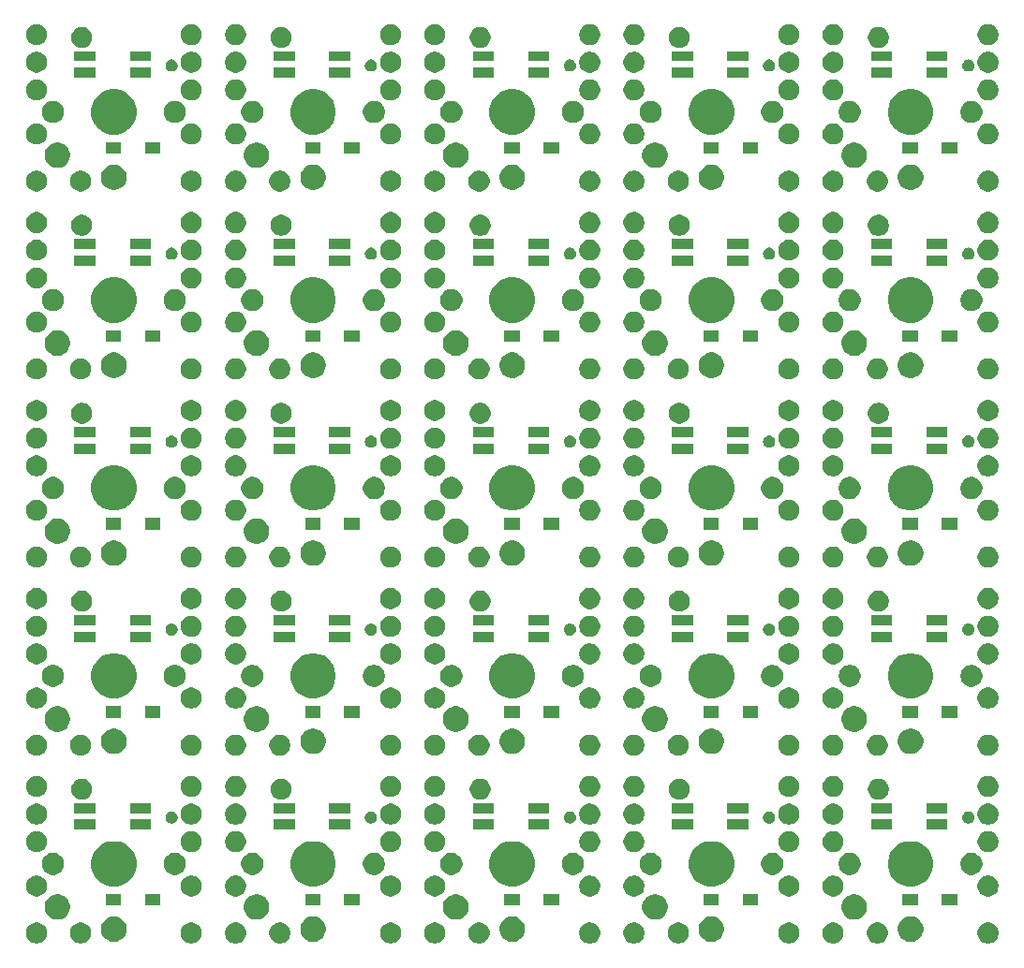
<source format=gbs>
G04 #@! TF.GenerationSoftware,KiCad,Pcbnew,5.0.2-bee76a0~70~ubuntu18.04.1*
G04 #@! TF.CreationDate,2020-02-01T05:09:22+09:00*
G04 #@! TF.ProjectId,choc,63686f63-2e6b-4696-9361-645f70636258,rev?*
G04 #@! TF.SameCoordinates,Original*
G04 #@! TF.FileFunction,Soldermask,Bot*
G04 #@! TF.FilePolarity,Negative*
%FSLAX46Y46*%
G04 Gerber Fmt 4.6, Leading zero omitted, Abs format (unit mm)*
G04 Created by KiCad (PCBNEW 5.0.2-bee76a0~70~ubuntu18.04.1) date 2020年02月01日 05時09分22秒*
%MOMM*%
%LPD*%
G01*
G04 APERTURE LIST*
%ADD10C,0.265000*%
G04 APERTURE END LIST*
D10*
G36*
X153809396Y-108632546D02*
X153982466Y-108704234D01*
X154138230Y-108808312D01*
X154270688Y-108940770D01*
X154374766Y-109096534D01*
X154446454Y-109269604D01*
X154483000Y-109453333D01*
X154483000Y-109640667D01*
X154446454Y-109824396D01*
X154374766Y-109997466D01*
X154270688Y-110153230D01*
X154138230Y-110285688D01*
X153982466Y-110389766D01*
X153809396Y-110461454D01*
X153625667Y-110498000D01*
X153438333Y-110498000D01*
X153254604Y-110461454D01*
X153081534Y-110389766D01*
X152925770Y-110285688D01*
X152793312Y-110153230D01*
X152689234Y-109997466D01*
X152617546Y-109824396D01*
X152581000Y-109640667D01*
X152581000Y-109453333D01*
X152617546Y-109269604D01*
X152689234Y-109096534D01*
X152793312Y-108940770D01*
X152925770Y-108808312D01*
X153081534Y-108704234D01*
X153254604Y-108632546D01*
X153438333Y-108596000D01*
X153625667Y-108596000D01*
X153809396Y-108632546D01*
X153809396Y-108632546D01*
G37*
G36*
X67809396Y-108632546D02*
X67982466Y-108704234D01*
X68138230Y-108808312D01*
X68270688Y-108940770D01*
X68374766Y-109096534D01*
X68446454Y-109269604D01*
X68483000Y-109453333D01*
X68483000Y-109640667D01*
X68446454Y-109824396D01*
X68374766Y-109997466D01*
X68270688Y-110153230D01*
X68138230Y-110285688D01*
X67982466Y-110389766D01*
X67809396Y-110461454D01*
X67625667Y-110498000D01*
X67438333Y-110498000D01*
X67254604Y-110461454D01*
X67081534Y-110389766D01*
X66925770Y-110285688D01*
X66793312Y-110153230D01*
X66689234Y-109997466D01*
X66617546Y-109824396D01*
X66581000Y-109640667D01*
X66581000Y-109453333D01*
X66617546Y-109269604D01*
X66689234Y-109096534D01*
X66793312Y-108940770D01*
X66925770Y-108808312D01*
X67081534Y-108704234D01*
X67254604Y-108632546D01*
X67438333Y-108596000D01*
X67625667Y-108596000D01*
X67809396Y-108632546D01*
X67809396Y-108632546D01*
G37*
G36*
X71809396Y-108632546D02*
X71982466Y-108704234D01*
X72138230Y-108808312D01*
X72270688Y-108940770D01*
X72374766Y-109096534D01*
X72446454Y-109269604D01*
X72483000Y-109453333D01*
X72483000Y-109640667D01*
X72446454Y-109824396D01*
X72374766Y-109997466D01*
X72270688Y-110153230D01*
X72138230Y-110285688D01*
X71982466Y-110389766D01*
X71809396Y-110461454D01*
X71625667Y-110498000D01*
X71438333Y-110498000D01*
X71254604Y-110461454D01*
X71081534Y-110389766D01*
X70925770Y-110285688D01*
X70793312Y-110153230D01*
X70689234Y-109997466D01*
X70617546Y-109824396D01*
X70581000Y-109640667D01*
X70581000Y-109453333D01*
X70617546Y-109269604D01*
X70689234Y-109096534D01*
X70793312Y-108940770D01*
X70925770Y-108808312D01*
X71081534Y-108704234D01*
X71254604Y-108632546D01*
X71438333Y-108596000D01*
X71625667Y-108596000D01*
X71809396Y-108632546D01*
X71809396Y-108632546D01*
G37*
G36*
X89809396Y-108632546D02*
X89982466Y-108704234D01*
X90138230Y-108808312D01*
X90270688Y-108940770D01*
X90374766Y-109096534D01*
X90446454Y-109269604D01*
X90483000Y-109453333D01*
X90483000Y-109640667D01*
X90446454Y-109824396D01*
X90374766Y-109997466D01*
X90270688Y-110153230D01*
X90138230Y-110285688D01*
X89982466Y-110389766D01*
X89809396Y-110461454D01*
X89625667Y-110498000D01*
X89438333Y-110498000D01*
X89254604Y-110461454D01*
X89081534Y-110389766D01*
X88925770Y-110285688D01*
X88793312Y-110153230D01*
X88689234Y-109997466D01*
X88617546Y-109824396D01*
X88581000Y-109640667D01*
X88581000Y-109453333D01*
X88617546Y-109269604D01*
X88689234Y-109096534D01*
X88793312Y-108940770D01*
X88925770Y-108808312D01*
X89081534Y-108704234D01*
X89254604Y-108632546D01*
X89438333Y-108596000D01*
X89625667Y-108596000D01*
X89809396Y-108632546D01*
X89809396Y-108632546D01*
G37*
G36*
X107809396Y-108632546D02*
X107982466Y-108704234D01*
X108138230Y-108808312D01*
X108270688Y-108940770D01*
X108374766Y-109096534D01*
X108446454Y-109269604D01*
X108483000Y-109453333D01*
X108483000Y-109640667D01*
X108446454Y-109824396D01*
X108374766Y-109997466D01*
X108270688Y-110153230D01*
X108138230Y-110285688D01*
X107982466Y-110389766D01*
X107809396Y-110461454D01*
X107625667Y-110498000D01*
X107438333Y-110498000D01*
X107254604Y-110461454D01*
X107081534Y-110389766D01*
X106925770Y-110285688D01*
X106793312Y-110153230D01*
X106689234Y-109997466D01*
X106617546Y-109824396D01*
X106581000Y-109640667D01*
X106581000Y-109453333D01*
X106617546Y-109269604D01*
X106689234Y-109096534D01*
X106793312Y-108940770D01*
X106925770Y-108808312D01*
X107081534Y-108704234D01*
X107254604Y-108632546D01*
X107438333Y-108596000D01*
X107625667Y-108596000D01*
X107809396Y-108632546D01*
X107809396Y-108632546D01*
G37*
G36*
X125809396Y-108632546D02*
X125982466Y-108704234D01*
X126138230Y-108808312D01*
X126270688Y-108940770D01*
X126374766Y-109096534D01*
X126446454Y-109269604D01*
X126483000Y-109453333D01*
X126483000Y-109640667D01*
X126446454Y-109824396D01*
X126374766Y-109997466D01*
X126270688Y-110153230D01*
X126138230Y-110285688D01*
X125982466Y-110389766D01*
X125809396Y-110461454D01*
X125625667Y-110498000D01*
X125438333Y-110498000D01*
X125254604Y-110461454D01*
X125081534Y-110389766D01*
X124925770Y-110285688D01*
X124793312Y-110153230D01*
X124689234Y-109997466D01*
X124617546Y-109824396D01*
X124581000Y-109640667D01*
X124581000Y-109453333D01*
X124617546Y-109269604D01*
X124689234Y-109096534D01*
X124793312Y-108940770D01*
X124925770Y-108808312D01*
X125081534Y-108704234D01*
X125254604Y-108632546D01*
X125438333Y-108596000D01*
X125625667Y-108596000D01*
X125809396Y-108632546D01*
X125809396Y-108632546D01*
G37*
G36*
X143809396Y-108632546D02*
X143982466Y-108704234D01*
X144138230Y-108808312D01*
X144270688Y-108940770D01*
X144374766Y-109096534D01*
X144446454Y-109269604D01*
X144483000Y-109453333D01*
X144483000Y-109640667D01*
X144446454Y-109824396D01*
X144374766Y-109997466D01*
X144270688Y-110153230D01*
X144138230Y-110285688D01*
X143982466Y-110389766D01*
X143809396Y-110461454D01*
X143625667Y-110498000D01*
X143438333Y-110498000D01*
X143254604Y-110461454D01*
X143081534Y-110389766D01*
X142925770Y-110285688D01*
X142793312Y-110153230D01*
X142689234Y-109997466D01*
X142617546Y-109824396D01*
X142581000Y-109640667D01*
X142581000Y-109453333D01*
X142617546Y-109269604D01*
X142689234Y-109096534D01*
X142793312Y-108940770D01*
X142925770Y-108808312D01*
X143081534Y-108704234D01*
X143254604Y-108632546D01*
X143438333Y-108596000D01*
X143625667Y-108596000D01*
X143809396Y-108632546D01*
X143809396Y-108632546D01*
G37*
G36*
X85809396Y-108632546D02*
X85982466Y-108704234D01*
X86138230Y-108808312D01*
X86270688Y-108940770D01*
X86374766Y-109096534D01*
X86446454Y-109269604D01*
X86483000Y-109453333D01*
X86483000Y-109640667D01*
X86446454Y-109824396D01*
X86374766Y-109997466D01*
X86270688Y-110153230D01*
X86138230Y-110285688D01*
X85982466Y-110389766D01*
X85809396Y-110461454D01*
X85625667Y-110498000D01*
X85438333Y-110498000D01*
X85254604Y-110461454D01*
X85081534Y-110389766D01*
X84925770Y-110285688D01*
X84793312Y-110153230D01*
X84689234Y-109997466D01*
X84617546Y-109824396D01*
X84581000Y-109640667D01*
X84581000Y-109453333D01*
X84617546Y-109269604D01*
X84689234Y-109096534D01*
X84793312Y-108940770D01*
X84925770Y-108808312D01*
X85081534Y-108704234D01*
X85254604Y-108632546D01*
X85438333Y-108596000D01*
X85625667Y-108596000D01*
X85809396Y-108632546D01*
X85809396Y-108632546D01*
G37*
G36*
X103809396Y-108632546D02*
X103982466Y-108704234D01*
X104138230Y-108808312D01*
X104270688Y-108940770D01*
X104374766Y-109096534D01*
X104446454Y-109269604D01*
X104483000Y-109453333D01*
X104483000Y-109640667D01*
X104446454Y-109824396D01*
X104374766Y-109997466D01*
X104270688Y-110153230D01*
X104138230Y-110285688D01*
X103982466Y-110389766D01*
X103809396Y-110461454D01*
X103625667Y-110498000D01*
X103438333Y-110498000D01*
X103254604Y-110461454D01*
X103081534Y-110389766D01*
X102925770Y-110285688D01*
X102793312Y-110153230D01*
X102689234Y-109997466D01*
X102617546Y-109824396D01*
X102581000Y-109640667D01*
X102581000Y-109453333D01*
X102617546Y-109269604D01*
X102689234Y-109096534D01*
X102793312Y-108940770D01*
X102925770Y-108808312D01*
X103081534Y-108704234D01*
X103254604Y-108632546D01*
X103438333Y-108596000D01*
X103625667Y-108596000D01*
X103809396Y-108632546D01*
X103809396Y-108632546D01*
G37*
G36*
X121809396Y-108632546D02*
X121982466Y-108704234D01*
X122138230Y-108808312D01*
X122270688Y-108940770D01*
X122374766Y-109096534D01*
X122446454Y-109269604D01*
X122483000Y-109453333D01*
X122483000Y-109640667D01*
X122446454Y-109824396D01*
X122374766Y-109997466D01*
X122270688Y-110153230D01*
X122138230Y-110285688D01*
X121982466Y-110389766D01*
X121809396Y-110461454D01*
X121625667Y-110498000D01*
X121438333Y-110498000D01*
X121254604Y-110461454D01*
X121081534Y-110389766D01*
X120925770Y-110285688D01*
X120793312Y-110153230D01*
X120689234Y-109997466D01*
X120617546Y-109824396D01*
X120581000Y-109640667D01*
X120581000Y-109453333D01*
X120617546Y-109269604D01*
X120689234Y-109096534D01*
X120793312Y-108940770D01*
X120925770Y-108808312D01*
X121081534Y-108704234D01*
X121254604Y-108632546D01*
X121438333Y-108596000D01*
X121625667Y-108596000D01*
X121809396Y-108632546D01*
X121809396Y-108632546D01*
G37*
G36*
X139809396Y-108632546D02*
X139982466Y-108704234D01*
X140138230Y-108808312D01*
X140270688Y-108940770D01*
X140374766Y-109096534D01*
X140446454Y-109269604D01*
X140483000Y-109453333D01*
X140483000Y-109640667D01*
X140446454Y-109824396D01*
X140374766Y-109997466D01*
X140270688Y-110153230D01*
X140138230Y-110285688D01*
X139982466Y-110389766D01*
X139809396Y-110461454D01*
X139625667Y-110498000D01*
X139438333Y-110498000D01*
X139254604Y-110461454D01*
X139081534Y-110389766D01*
X138925770Y-110285688D01*
X138793312Y-110153230D01*
X138689234Y-109997466D01*
X138617546Y-109824396D01*
X138581000Y-109640667D01*
X138581000Y-109453333D01*
X138617546Y-109269604D01*
X138689234Y-109096534D01*
X138793312Y-108940770D01*
X138925770Y-108808312D01*
X139081534Y-108704234D01*
X139254604Y-108632546D01*
X139438333Y-108596000D01*
X139625667Y-108596000D01*
X139809396Y-108632546D01*
X139809396Y-108632546D01*
G37*
G36*
X81809396Y-108632546D02*
X81982466Y-108704234D01*
X82138230Y-108808312D01*
X82270688Y-108940770D01*
X82374766Y-109096534D01*
X82446454Y-109269604D01*
X82483000Y-109453333D01*
X82483000Y-109640667D01*
X82446454Y-109824396D01*
X82374766Y-109997466D01*
X82270688Y-110153230D01*
X82138230Y-110285688D01*
X81982466Y-110389766D01*
X81809396Y-110461454D01*
X81625667Y-110498000D01*
X81438333Y-110498000D01*
X81254604Y-110461454D01*
X81081534Y-110389766D01*
X80925770Y-110285688D01*
X80793312Y-110153230D01*
X80689234Y-109997466D01*
X80617546Y-109824396D01*
X80581000Y-109640667D01*
X80581000Y-109453333D01*
X80617546Y-109269604D01*
X80689234Y-109096534D01*
X80793312Y-108940770D01*
X80925770Y-108808312D01*
X81081534Y-108704234D01*
X81254604Y-108632546D01*
X81438333Y-108596000D01*
X81625667Y-108596000D01*
X81809396Y-108632546D01*
X81809396Y-108632546D01*
G37*
G36*
X99809396Y-108632546D02*
X99982466Y-108704234D01*
X100138230Y-108808312D01*
X100270688Y-108940770D01*
X100374766Y-109096534D01*
X100446454Y-109269604D01*
X100483000Y-109453333D01*
X100483000Y-109640667D01*
X100446454Y-109824396D01*
X100374766Y-109997466D01*
X100270688Y-110153230D01*
X100138230Y-110285688D01*
X99982466Y-110389766D01*
X99809396Y-110461454D01*
X99625667Y-110498000D01*
X99438333Y-110498000D01*
X99254604Y-110461454D01*
X99081534Y-110389766D01*
X98925770Y-110285688D01*
X98793312Y-110153230D01*
X98689234Y-109997466D01*
X98617546Y-109824396D01*
X98581000Y-109640667D01*
X98581000Y-109453333D01*
X98617546Y-109269604D01*
X98689234Y-109096534D01*
X98793312Y-108940770D01*
X98925770Y-108808312D01*
X99081534Y-108704234D01*
X99254604Y-108632546D01*
X99438333Y-108596000D01*
X99625667Y-108596000D01*
X99809396Y-108632546D01*
X99809396Y-108632546D01*
G37*
G36*
X117809396Y-108632546D02*
X117982466Y-108704234D01*
X118138230Y-108808312D01*
X118270688Y-108940770D01*
X118374766Y-109096534D01*
X118446454Y-109269604D01*
X118483000Y-109453333D01*
X118483000Y-109640667D01*
X118446454Y-109824396D01*
X118374766Y-109997466D01*
X118270688Y-110153230D01*
X118138230Y-110285688D01*
X117982466Y-110389766D01*
X117809396Y-110461454D01*
X117625667Y-110498000D01*
X117438333Y-110498000D01*
X117254604Y-110461454D01*
X117081534Y-110389766D01*
X116925770Y-110285688D01*
X116793312Y-110153230D01*
X116689234Y-109997466D01*
X116617546Y-109824396D01*
X116581000Y-109640667D01*
X116581000Y-109453333D01*
X116617546Y-109269604D01*
X116689234Y-109096534D01*
X116793312Y-108940770D01*
X116925770Y-108808312D01*
X117081534Y-108704234D01*
X117254604Y-108632546D01*
X117438333Y-108596000D01*
X117625667Y-108596000D01*
X117809396Y-108632546D01*
X117809396Y-108632546D01*
G37*
G36*
X135809396Y-108632546D02*
X135982466Y-108704234D01*
X136138230Y-108808312D01*
X136270688Y-108940770D01*
X136374766Y-109096534D01*
X136446454Y-109269604D01*
X136483000Y-109453333D01*
X136483000Y-109640667D01*
X136446454Y-109824396D01*
X136374766Y-109997466D01*
X136270688Y-110153230D01*
X136138230Y-110285688D01*
X135982466Y-110389766D01*
X135809396Y-110461454D01*
X135625667Y-110498000D01*
X135438333Y-110498000D01*
X135254604Y-110461454D01*
X135081534Y-110389766D01*
X134925770Y-110285688D01*
X134793312Y-110153230D01*
X134689234Y-109997466D01*
X134617546Y-109824396D01*
X134581000Y-109640667D01*
X134581000Y-109453333D01*
X134617546Y-109269604D01*
X134689234Y-109096534D01*
X134793312Y-108940770D01*
X134925770Y-108808312D01*
X135081534Y-108704234D01*
X135254604Y-108632546D01*
X135438333Y-108596000D01*
X135625667Y-108596000D01*
X135809396Y-108632546D01*
X135809396Y-108632546D01*
G37*
G36*
X110867734Y-108090232D02*
X111077202Y-108176996D01*
X111265723Y-108302962D01*
X111426038Y-108463277D01*
X111552004Y-108651798D01*
X111638768Y-108861266D01*
X111683000Y-109083635D01*
X111683000Y-109310365D01*
X111638768Y-109532734D01*
X111552004Y-109742202D01*
X111426038Y-109930723D01*
X111265723Y-110091038D01*
X111077202Y-110217004D01*
X110867734Y-110303768D01*
X110645365Y-110348000D01*
X110418635Y-110348000D01*
X110196266Y-110303768D01*
X109986798Y-110217004D01*
X109798277Y-110091038D01*
X109637962Y-109930723D01*
X109511996Y-109742202D01*
X109425232Y-109532734D01*
X109381000Y-109310365D01*
X109381000Y-109083635D01*
X109425232Y-108861266D01*
X109511996Y-108651798D01*
X109637962Y-108463277D01*
X109798277Y-108302962D01*
X109986798Y-108176996D01*
X110196266Y-108090232D01*
X110418635Y-108046000D01*
X110645365Y-108046000D01*
X110867734Y-108090232D01*
X110867734Y-108090232D01*
G37*
G36*
X128867734Y-108090232D02*
X129077202Y-108176996D01*
X129265723Y-108302962D01*
X129426038Y-108463277D01*
X129552004Y-108651798D01*
X129638768Y-108861266D01*
X129683000Y-109083635D01*
X129683000Y-109310365D01*
X129638768Y-109532734D01*
X129552004Y-109742202D01*
X129426038Y-109930723D01*
X129265723Y-110091038D01*
X129077202Y-110217004D01*
X128867734Y-110303768D01*
X128645365Y-110348000D01*
X128418635Y-110348000D01*
X128196266Y-110303768D01*
X127986798Y-110217004D01*
X127798277Y-110091038D01*
X127637962Y-109930723D01*
X127511996Y-109742202D01*
X127425232Y-109532734D01*
X127381000Y-109310365D01*
X127381000Y-109083635D01*
X127425232Y-108861266D01*
X127511996Y-108651798D01*
X127637962Y-108463277D01*
X127798277Y-108302962D01*
X127986798Y-108176996D01*
X128196266Y-108090232D01*
X128418635Y-108046000D01*
X128645365Y-108046000D01*
X128867734Y-108090232D01*
X128867734Y-108090232D01*
G37*
G36*
X92867734Y-108090232D02*
X93077202Y-108176996D01*
X93265723Y-108302962D01*
X93426038Y-108463277D01*
X93552004Y-108651798D01*
X93638768Y-108861266D01*
X93683000Y-109083635D01*
X93683000Y-109310365D01*
X93638768Y-109532734D01*
X93552004Y-109742202D01*
X93426038Y-109930723D01*
X93265723Y-110091038D01*
X93077202Y-110217004D01*
X92867734Y-110303768D01*
X92645365Y-110348000D01*
X92418635Y-110348000D01*
X92196266Y-110303768D01*
X91986798Y-110217004D01*
X91798277Y-110091038D01*
X91637962Y-109930723D01*
X91511996Y-109742202D01*
X91425232Y-109532734D01*
X91381000Y-109310365D01*
X91381000Y-109083635D01*
X91425232Y-108861266D01*
X91511996Y-108651798D01*
X91637962Y-108463277D01*
X91798277Y-108302962D01*
X91986798Y-108176996D01*
X92196266Y-108090232D01*
X92418635Y-108046000D01*
X92645365Y-108046000D01*
X92867734Y-108090232D01*
X92867734Y-108090232D01*
G37*
G36*
X74867734Y-108090232D02*
X75077202Y-108176996D01*
X75265723Y-108302962D01*
X75426038Y-108463277D01*
X75552004Y-108651798D01*
X75638768Y-108861266D01*
X75683000Y-109083635D01*
X75683000Y-109310365D01*
X75638768Y-109532734D01*
X75552004Y-109742202D01*
X75426038Y-109930723D01*
X75265723Y-110091038D01*
X75077202Y-110217004D01*
X74867734Y-110303768D01*
X74645365Y-110348000D01*
X74418635Y-110348000D01*
X74196266Y-110303768D01*
X73986798Y-110217004D01*
X73798277Y-110091038D01*
X73637962Y-109930723D01*
X73511996Y-109742202D01*
X73425232Y-109532734D01*
X73381000Y-109310365D01*
X73381000Y-109083635D01*
X73425232Y-108861266D01*
X73511996Y-108651798D01*
X73637962Y-108463277D01*
X73798277Y-108302962D01*
X73986798Y-108176996D01*
X74196266Y-108090232D01*
X74418635Y-108046000D01*
X74645365Y-108046000D01*
X74867734Y-108090232D01*
X74867734Y-108090232D01*
G37*
G36*
X146867734Y-108090232D02*
X147077202Y-108176996D01*
X147265723Y-108302962D01*
X147426038Y-108463277D01*
X147552004Y-108651798D01*
X147638768Y-108861266D01*
X147683000Y-109083635D01*
X147683000Y-109310365D01*
X147638768Y-109532734D01*
X147552004Y-109742202D01*
X147426038Y-109930723D01*
X147265723Y-110091038D01*
X147077202Y-110217004D01*
X146867734Y-110303768D01*
X146645365Y-110348000D01*
X146418635Y-110348000D01*
X146196266Y-110303768D01*
X145986798Y-110217004D01*
X145798277Y-110091038D01*
X145637962Y-109930723D01*
X145511996Y-109742202D01*
X145425232Y-109532734D01*
X145381000Y-109310365D01*
X145381000Y-109083635D01*
X145425232Y-108861266D01*
X145511996Y-108651798D01*
X145637962Y-108463277D01*
X145798277Y-108302962D01*
X145986798Y-108176996D01*
X146196266Y-108090232D01*
X146418635Y-108046000D01*
X146645365Y-108046000D01*
X146867734Y-108090232D01*
X146867734Y-108090232D01*
G37*
G36*
X141767734Y-106090232D02*
X141977202Y-106176996D01*
X142165723Y-106302962D01*
X142326038Y-106463277D01*
X142452004Y-106651798D01*
X142538768Y-106861266D01*
X142583000Y-107083635D01*
X142583000Y-107310365D01*
X142538768Y-107532734D01*
X142452004Y-107742202D01*
X142326038Y-107930723D01*
X142165723Y-108091038D01*
X141977202Y-108217004D01*
X141767734Y-108303768D01*
X141545365Y-108348000D01*
X141318635Y-108348000D01*
X141096266Y-108303768D01*
X140886798Y-108217004D01*
X140698277Y-108091038D01*
X140537962Y-107930723D01*
X140411996Y-107742202D01*
X140325232Y-107532734D01*
X140281000Y-107310365D01*
X140281000Y-107083635D01*
X140325232Y-106861266D01*
X140411996Y-106651798D01*
X140537962Y-106463277D01*
X140698277Y-106302962D01*
X140886798Y-106176996D01*
X141096266Y-106090232D01*
X141318635Y-106046000D01*
X141545365Y-106046000D01*
X141767734Y-106090232D01*
X141767734Y-106090232D01*
G37*
G36*
X87767734Y-106090232D02*
X87977202Y-106176996D01*
X88165723Y-106302962D01*
X88326038Y-106463277D01*
X88452004Y-106651798D01*
X88538768Y-106861266D01*
X88583000Y-107083635D01*
X88583000Y-107310365D01*
X88538768Y-107532734D01*
X88452004Y-107742202D01*
X88326038Y-107930723D01*
X88165723Y-108091038D01*
X87977202Y-108217004D01*
X87767734Y-108303768D01*
X87545365Y-108348000D01*
X87318635Y-108348000D01*
X87096266Y-108303768D01*
X86886798Y-108217004D01*
X86698277Y-108091038D01*
X86537962Y-107930723D01*
X86411996Y-107742202D01*
X86325232Y-107532734D01*
X86281000Y-107310365D01*
X86281000Y-107083635D01*
X86325232Y-106861266D01*
X86411996Y-106651798D01*
X86537962Y-106463277D01*
X86698277Y-106302962D01*
X86886798Y-106176996D01*
X87096266Y-106090232D01*
X87318635Y-106046000D01*
X87545365Y-106046000D01*
X87767734Y-106090232D01*
X87767734Y-106090232D01*
G37*
G36*
X69767734Y-106090232D02*
X69977202Y-106176996D01*
X70165723Y-106302962D01*
X70326038Y-106463277D01*
X70452004Y-106651798D01*
X70538768Y-106861266D01*
X70583000Y-107083635D01*
X70583000Y-107310365D01*
X70538768Y-107532734D01*
X70452004Y-107742202D01*
X70326038Y-107930723D01*
X70165723Y-108091038D01*
X69977202Y-108217004D01*
X69767734Y-108303768D01*
X69545365Y-108348000D01*
X69318635Y-108348000D01*
X69096266Y-108303768D01*
X68886798Y-108217004D01*
X68698277Y-108091038D01*
X68537962Y-107930723D01*
X68411996Y-107742202D01*
X68325232Y-107532734D01*
X68281000Y-107310365D01*
X68281000Y-107083635D01*
X68325232Y-106861266D01*
X68411996Y-106651798D01*
X68537962Y-106463277D01*
X68698277Y-106302962D01*
X68886798Y-106176996D01*
X69096266Y-106090232D01*
X69318635Y-106046000D01*
X69545365Y-106046000D01*
X69767734Y-106090232D01*
X69767734Y-106090232D01*
G37*
G36*
X123767734Y-106090232D02*
X123977202Y-106176996D01*
X124165723Y-106302962D01*
X124326038Y-106463277D01*
X124452004Y-106651798D01*
X124538768Y-106861266D01*
X124583000Y-107083635D01*
X124583000Y-107310365D01*
X124538768Y-107532734D01*
X124452004Y-107742202D01*
X124326038Y-107930723D01*
X124165723Y-108091038D01*
X123977202Y-108217004D01*
X123767734Y-108303768D01*
X123545365Y-108348000D01*
X123318635Y-108348000D01*
X123096266Y-108303768D01*
X122886798Y-108217004D01*
X122698277Y-108091038D01*
X122537962Y-107930723D01*
X122411996Y-107742202D01*
X122325232Y-107532734D01*
X122281000Y-107310365D01*
X122281000Y-107083635D01*
X122325232Y-106861266D01*
X122411996Y-106651798D01*
X122537962Y-106463277D01*
X122698277Y-106302962D01*
X122886798Y-106176996D01*
X123096266Y-106090232D01*
X123318635Y-106046000D01*
X123545365Y-106046000D01*
X123767734Y-106090232D01*
X123767734Y-106090232D01*
G37*
G36*
X105767734Y-106090232D02*
X105977202Y-106176996D01*
X106165723Y-106302962D01*
X106326038Y-106463277D01*
X106452004Y-106651798D01*
X106538768Y-106861266D01*
X106583000Y-107083635D01*
X106583000Y-107310365D01*
X106538768Y-107532734D01*
X106452004Y-107742202D01*
X106326038Y-107930723D01*
X106165723Y-108091038D01*
X105977202Y-108217004D01*
X105767734Y-108303768D01*
X105545365Y-108348000D01*
X105318635Y-108348000D01*
X105096266Y-108303768D01*
X104886798Y-108217004D01*
X104698277Y-108091038D01*
X104537962Y-107930723D01*
X104411996Y-107742202D01*
X104325232Y-107532734D01*
X104281000Y-107310365D01*
X104281000Y-107083635D01*
X104325232Y-106861266D01*
X104411996Y-106651798D01*
X104537962Y-106463277D01*
X104698277Y-106302962D01*
X104886798Y-106176996D01*
X105096266Y-106090232D01*
X105318635Y-106046000D01*
X105545365Y-106046000D01*
X105767734Y-106090232D01*
X105767734Y-106090232D01*
G37*
G36*
X129208000Y-107073000D02*
X127806000Y-107073000D01*
X127806000Y-106021000D01*
X129208000Y-106021000D01*
X129208000Y-107073000D01*
X129208000Y-107073000D01*
G37*
G36*
X150758000Y-107073000D02*
X149356000Y-107073000D01*
X149356000Y-106021000D01*
X150758000Y-106021000D01*
X150758000Y-107073000D01*
X150758000Y-107073000D01*
G37*
G36*
X147208000Y-107073000D02*
X145806000Y-107073000D01*
X145806000Y-106021000D01*
X147208000Y-106021000D01*
X147208000Y-107073000D01*
X147208000Y-107073000D01*
G37*
G36*
X132758000Y-107073000D02*
X131356000Y-107073000D01*
X131356000Y-106021000D01*
X132758000Y-106021000D01*
X132758000Y-107073000D01*
X132758000Y-107073000D01*
G37*
G36*
X114758000Y-107073000D02*
X113356000Y-107073000D01*
X113356000Y-106021000D01*
X114758000Y-106021000D01*
X114758000Y-107073000D01*
X114758000Y-107073000D01*
G37*
G36*
X111208000Y-107073000D02*
X109806000Y-107073000D01*
X109806000Y-106021000D01*
X111208000Y-106021000D01*
X111208000Y-107073000D01*
X111208000Y-107073000D01*
G37*
G36*
X96758000Y-107073000D02*
X95356000Y-107073000D01*
X95356000Y-106021000D01*
X96758000Y-106021000D01*
X96758000Y-107073000D01*
X96758000Y-107073000D01*
G37*
G36*
X93208000Y-107073000D02*
X91806000Y-107073000D01*
X91806000Y-106021000D01*
X93208000Y-106021000D01*
X93208000Y-107073000D01*
X93208000Y-107073000D01*
G37*
G36*
X78758000Y-107073000D02*
X77356000Y-107073000D01*
X77356000Y-106021000D01*
X78758000Y-106021000D01*
X78758000Y-107073000D01*
X78758000Y-107073000D01*
G37*
G36*
X75208000Y-107073000D02*
X73806000Y-107073000D01*
X73806000Y-106021000D01*
X75208000Y-106021000D01*
X75208000Y-107073000D01*
X75208000Y-107073000D01*
G37*
G36*
X117809396Y-104382546D02*
X117982466Y-104454234D01*
X118138230Y-104558312D01*
X118270688Y-104690770D01*
X118374766Y-104846534D01*
X118446454Y-105019604D01*
X118483000Y-105203333D01*
X118483000Y-105390667D01*
X118446454Y-105574396D01*
X118374766Y-105747466D01*
X118270688Y-105903230D01*
X118138230Y-106035688D01*
X117982466Y-106139766D01*
X117809396Y-106211454D01*
X117625667Y-106248000D01*
X117438333Y-106248000D01*
X117254604Y-106211454D01*
X117081534Y-106139766D01*
X116925770Y-106035688D01*
X116793312Y-105903230D01*
X116689234Y-105747466D01*
X116617546Y-105574396D01*
X116581000Y-105390667D01*
X116581000Y-105203333D01*
X116617546Y-105019604D01*
X116689234Y-104846534D01*
X116793312Y-104690770D01*
X116925770Y-104558312D01*
X117081534Y-104454234D01*
X117254604Y-104382546D01*
X117438333Y-104346000D01*
X117625667Y-104346000D01*
X117809396Y-104382546D01*
X117809396Y-104382546D01*
G37*
G36*
X153809396Y-104382546D02*
X153982466Y-104454234D01*
X154138230Y-104558312D01*
X154270688Y-104690770D01*
X154374766Y-104846534D01*
X154446454Y-105019604D01*
X154483000Y-105203333D01*
X154483000Y-105390667D01*
X154446454Y-105574396D01*
X154374766Y-105747466D01*
X154270688Y-105903230D01*
X154138230Y-106035688D01*
X153982466Y-106139766D01*
X153809396Y-106211454D01*
X153625667Y-106248000D01*
X153438333Y-106248000D01*
X153254604Y-106211454D01*
X153081534Y-106139766D01*
X152925770Y-106035688D01*
X152793312Y-105903230D01*
X152689234Y-105747466D01*
X152617546Y-105574396D01*
X152581000Y-105390667D01*
X152581000Y-105203333D01*
X152617546Y-105019604D01*
X152689234Y-104846534D01*
X152793312Y-104690770D01*
X152925770Y-104558312D01*
X153081534Y-104454234D01*
X153254604Y-104382546D01*
X153438333Y-104346000D01*
X153625667Y-104346000D01*
X153809396Y-104382546D01*
X153809396Y-104382546D01*
G37*
G36*
X139809396Y-104382546D02*
X139982466Y-104454234D01*
X140138230Y-104558312D01*
X140270688Y-104690770D01*
X140374766Y-104846534D01*
X140446454Y-105019604D01*
X140483000Y-105203333D01*
X140483000Y-105390667D01*
X140446454Y-105574396D01*
X140374766Y-105747466D01*
X140270688Y-105903230D01*
X140138230Y-106035688D01*
X139982466Y-106139766D01*
X139809396Y-106211454D01*
X139625667Y-106248000D01*
X139438333Y-106248000D01*
X139254604Y-106211454D01*
X139081534Y-106139766D01*
X138925770Y-106035688D01*
X138793312Y-105903230D01*
X138689234Y-105747466D01*
X138617546Y-105574396D01*
X138581000Y-105390667D01*
X138581000Y-105203333D01*
X138617546Y-105019604D01*
X138689234Y-104846534D01*
X138793312Y-104690770D01*
X138925770Y-104558312D01*
X139081534Y-104454234D01*
X139254604Y-104382546D01*
X139438333Y-104346000D01*
X139625667Y-104346000D01*
X139809396Y-104382546D01*
X139809396Y-104382546D01*
G37*
G36*
X67809396Y-104382546D02*
X67982466Y-104454234D01*
X68138230Y-104558312D01*
X68270688Y-104690770D01*
X68374766Y-104846534D01*
X68446454Y-105019604D01*
X68483000Y-105203333D01*
X68483000Y-105390667D01*
X68446454Y-105574396D01*
X68374766Y-105747466D01*
X68270688Y-105903230D01*
X68138230Y-106035688D01*
X67982466Y-106139766D01*
X67809396Y-106211454D01*
X67625667Y-106248000D01*
X67438333Y-106248000D01*
X67254604Y-106211454D01*
X67081534Y-106139766D01*
X66925770Y-106035688D01*
X66793312Y-105903230D01*
X66689234Y-105747466D01*
X66617546Y-105574396D01*
X66581000Y-105390667D01*
X66581000Y-105203333D01*
X66617546Y-105019604D01*
X66689234Y-104846534D01*
X66793312Y-104690770D01*
X66925770Y-104558312D01*
X67081534Y-104454234D01*
X67254604Y-104382546D01*
X67438333Y-104346000D01*
X67625667Y-104346000D01*
X67809396Y-104382546D01*
X67809396Y-104382546D01*
G37*
G36*
X81809396Y-104382546D02*
X81982466Y-104454234D01*
X82138230Y-104558312D01*
X82270688Y-104690770D01*
X82374766Y-104846534D01*
X82446454Y-105019604D01*
X82483000Y-105203333D01*
X82483000Y-105390667D01*
X82446454Y-105574396D01*
X82374766Y-105747466D01*
X82270688Y-105903230D01*
X82138230Y-106035688D01*
X81982466Y-106139766D01*
X81809396Y-106211454D01*
X81625667Y-106248000D01*
X81438333Y-106248000D01*
X81254604Y-106211454D01*
X81081534Y-106139766D01*
X80925770Y-106035688D01*
X80793312Y-105903230D01*
X80689234Y-105747466D01*
X80617546Y-105574396D01*
X80581000Y-105390667D01*
X80581000Y-105203333D01*
X80617546Y-105019604D01*
X80689234Y-104846534D01*
X80793312Y-104690770D01*
X80925770Y-104558312D01*
X81081534Y-104454234D01*
X81254604Y-104382546D01*
X81438333Y-104346000D01*
X81625667Y-104346000D01*
X81809396Y-104382546D01*
X81809396Y-104382546D01*
G37*
G36*
X99809396Y-104382546D02*
X99982466Y-104454234D01*
X100138230Y-104558312D01*
X100270688Y-104690770D01*
X100374766Y-104846534D01*
X100446454Y-105019604D01*
X100483000Y-105203333D01*
X100483000Y-105390667D01*
X100446454Y-105574396D01*
X100374766Y-105747466D01*
X100270688Y-105903230D01*
X100138230Y-106035688D01*
X99982466Y-106139766D01*
X99809396Y-106211454D01*
X99625667Y-106248000D01*
X99438333Y-106248000D01*
X99254604Y-106211454D01*
X99081534Y-106139766D01*
X98925770Y-106035688D01*
X98793312Y-105903230D01*
X98689234Y-105747466D01*
X98617546Y-105574396D01*
X98581000Y-105390667D01*
X98581000Y-105203333D01*
X98617546Y-105019604D01*
X98689234Y-104846534D01*
X98793312Y-104690770D01*
X98925770Y-104558312D01*
X99081534Y-104454234D01*
X99254604Y-104382546D01*
X99438333Y-104346000D01*
X99625667Y-104346000D01*
X99809396Y-104382546D01*
X99809396Y-104382546D01*
G37*
G36*
X103809396Y-104382546D02*
X103982466Y-104454234D01*
X104138230Y-104558312D01*
X104270688Y-104690770D01*
X104374766Y-104846534D01*
X104446454Y-105019604D01*
X104483000Y-105203333D01*
X104483000Y-105390667D01*
X104446454Y-105574396D01*
X104374766Y-105747466D01*
X104270688Y-105903230D01*
X104138230Y-106035688D01*
X103982466Y-106139766D01*
X103809396Y-106211454D01*
X103625667Y-106248000D01*
X103438333Y-106248000D01*
X103254604Y-106211454D01*
X103081534Y-106139766D01*
X102925770Y-106035688D01*
X102793312Y-105903230D01*
X102689234Y-105747466D01*
X102617546Y-105574396D01*
X102581000Y-105390667D01*
X102581000Y-105203333D01*
X102617546Y-105019604D01*
X102689234Y-104846534D01*
X102793312Y-104690770D01*
X102925770Y-104558312D01*
X103081534Y-104454234D01*
X103254604Y-104382546D01*
X103438333Y-104346000D01*
X103625667Y-104346000D01*
X103809396Y-104382546D01*
X103809396Y-104382546D01*
G37*
G36*
X135809396Y-104382546D02*
X135982466Y-104454234D01*
X136138230Y-104558312D01*
X136270688Y-104690770D01*
X136374766Y-104846534D01*
X136446454Y-105019604D01*
X136483000Y-105203333D01*
X136483000Y-105390667D01*
X136446454Y-105574396D01*
X136374766Y-105747466D01*
X136270688Y-105903230D01*
X136138230Y-106035688D01*
X135982466Y-106139766D01*
X135809396Y-106211454D01*
X135625667Y-106248000D01*
X135438333Y-106248000D01*
X135254604Y-106211454D01*
X135081534Y-106139766D01*
X134925770Y-106035688D01*
X134793312Y-105903230D01*
X134689234Y-105747466D01*
X134617546Y-105574396D01*
X134581000Y-105390667D01*
X134581000Y-105203333D01*
X134617546Y-105019604D01*
X134689234Y-104846534D01*
X134793312Y-104690770D01*
X134925770Y-104558312D01*
X135081534Y-104454234D01*
X135254604Y-104382546D01*
X135438333Y-104346000D01*
X135625667Y-104346000D01*
X135809396Y-104382546D01*
X135809396Y-104382546D01*
G37*
G36*
X121809396Y-104382546D02*
X121982466Y-104454234D01*
X122138230Y-104558312D01*
X122270688Y-104690770D01*
X122374766Y-104846534D01*
X122446454Y-105019604D01*
X122483000Y-105203333D01*
X122483000Y-105390667D01*
X122446454Y-105574396D01*
X122374766Y-105747466D01*
X122270688Y-105903230D01*
X122138230Y-106035688D01*
X121982466Y-106139766D01*
X121809396Y-106211454D01*
X121625667Y-106248000D01*
X121438333Y-106248000D01*
X121254604Y-106211454D01*
X121081534Y-106139766D01*
X120925770Y-106035688D01*
X120793312Y-105903230D01*
X120689234Y-105747466D01*
X120617546Y-105574396D01*
X120581000Y-105390667D01*
X120581000Y-105203333D01*
X120617546Y-105019604D01*
X120689234Y-104846534D01*
X120793312Y-104690770D01*
X120925770Y-104558312D01*
X121081534Y-104454234D01*
X121254604Y-104382546D01*
X121438333Y-104346000D01*
X121625667Y-104346000D01*
X121809396Y-104382546D01*
X121809396Y-104382546D01*
G37*
G36*
X85809396Y-104382546D02*
X85982466Y-104454234D01*
X86138230Y-104558312D01*
X86270688Y-104690770D01*
X86374766Y-104846534D01*
X86446454Y-105019604D01*
X86483000Y-105203333D01*
X86483000Y-105390667D01*
X86446454Y-105574396D01*
X86374766Y-105747466D01*
X86270688Y-105903230D01*
X86138230Y-106035688D01*
X85982466Y-106139766D01*
X85809396Y-106211454D01*
X85625667Y-106248000D01*
X85438333Y-106248000D01*
X85254604Y-106211454D01*
X85081534Y-106139766D01*
X84925770Y-106035688D01*
X84793312Y-105903230D01*
X84689234Y-105747466D01*
X84617546Y-105574396D01*
X84581000Y-105390667D01*
X84581000Y-105203333D01*
X84617546Y-105019604D01*
X84689234Y-104846534D01*
X84793312Y-104690770D01*
X84925770Y-104558312D01*
X85081534Y-104454234D01*
X85254604Y-104382546D01*
X85438333Y-104346000D01*
X85625667Y-104346000D01*
X85809396Y-104382546D01*
X85809396Y-104382546D01*
G37*
G36*
X93130252Y-101324818D02*
X93130254Y-101324819D01*
X93130255Y-101324819D01*
X93503513Y-101479427D01*
X93503514Y-101479428D01*
X93839439Y-101703886D01*
X94125114Y-101989561D01*
X94125116Y-101989564D01*
X94349573Y-102325487D01*
X94504181Y-102698745D01*
X94583000Y-103094994D01*
X94583000Y-103499006D01*
X94504181Y-103895255D01*
X94349573Y-104268513D01*
X94273378Y-104382546D01*
X94125114Y-104604439D01*
X93839439Y-104890114D01*
X93839436Y-104890116D01*
X93503513Y-105114573D01*
X93130255Y-105269181D01*
X93130254Y-105269181D01*
X93130252Y-105269182D01*
X92734007Y-105348000D01*
X92329993Y-105348000D01*
X91933748Y-105269182D01*
X91933746Y-105269181D01*
X91933745Y-105269181D01*
X91560487Y-105114573D01*
X91224564Y-104890116D01*
X91224561Y-104890114D01*
X90938886Y-104604439D01*
X90790622Y-104382546D01*
X90714427Y-104268513D01*
X90559819Y-103895255D01*
X90481000Y-103499006D01*
X90481000Y-103094994D01*
X90559819Y-102698745D01*
X90714427Y-102325487D01*
X90938884Y-101989564D01*
X90938886Y-101989561D01*
X91224561Y-101703886D01*
X91560486Y-101479428D01*
X91560487Y-101479427D01*
X91933745Y-101324819D01*
X91933746Y-101324819D01*
X91933748Y-101324818D01*
X92329993Y-101246000D01*
X92734007Y-101246000D01*
X93130252Y-101324818D01*
X93130252Y-101324818D01*
G37*
G36*
X111130252Y-101324818D02*
X111130254Y-101324819D01*
X111130255Y-101324819D01*
X111503513Y-101479427D01*
X111503514Y-101479428D01*
X111839439Y-101703886D01*
X112125114Y-101989561D01*
X112125116Y-101989564D01*
X112349573Y-102325487D01*
X112504181Y-102698745D01*
X112583000Y-103094994D01*
X112583000Y-103499006D01*
X112504181Y-103895255D01*
X112349573Y-104268513D01*
X112273378Y-104382546D01*
X112125114Y-104604439D01*
X111839439Y-104890114D01*
X111839436Y-104890116D01*
X111503513Y-105114573D01*
X111130255Y-105269181D01*
X111130254Y-105269181D01*
X111130252Y-105269182D01*
X110734007Y-105348000D01*
X110329993Y-105348000D01*
X109933748Y-105269182D01*
X109933746Y-105269181D01*
X109933745Y-105269181D01*
X109560487Y-105114573D01*
X109224564Y-104890116D01*
X109224561Y-104890114D01*
X108938886Y-104604439D01*
X108790622Y-104382546D01*
X108714427Y-104268513D01*
X108559819Y-103895255D01*
X108481000Y-103499006D01*
X108481000Y-103094994D01*
X108559819Y-102698745D01*
X108714427Y-102325487D01*
X108938884Y-101989564D01*
X108938886Y-101989561D01*
X109224561Y-101703886D01*
X109560486Y-101479428D01*
X109560487Y-101479427D01*
X109933745Y-101324819D01*
X109933746Y-101324819D01*
X109933748Y-101324818D01*
X110329993Y-101246000D01*
X110734007Y-101246000D01*
X111130252Y-101324818D01*
X111130252Y-101324818D01*
G37*
G36*
X129130252Y-101324818D02*
X129130254Y-101324819D01*
X129130255Y-101324819D01*
X129503513Y-101479427D01*
X129503514Y-101479428D01*
X129839439Y-101703886D01*
X130125114Y-101989561D01*
X130125116Y-101989564D01*
X130349573Y-102325487D01*
X130504181Y-102698745D01*
X130583000Y-103094994D01*
X130583000Y-103499006D01*
X130504181Y-103895255D01*
X130349573Y-104268513D01*
X130273378Y-104382546D01*
X130125114Y-104604439D01*
X129839439Y-104890114D01*
X129839436Y-104890116D01*
X129503513Y-105114573D01*
X129130255Y-105269181D01*
X129130254Y-105269181D01*
X129130252Y-105269182D01*
X128734007Y-105348000D01*
X128329993Y-105348000D01*
X127933748Y-105269182D01*
X127933746Y-105269181D01*
X127933745Y-105269181D01*
X127560487Y-105114573D01*
X127224564Y-104890116D01*
X127224561Y-104890114D01*
X126938886Y-104604439D01*
X126790622Y-104382546D01*
X126714427Y-104268513D01*
X126559819Y-103895255D01*
X126481000Y-103499006D01*
X126481000Y-103094994D01*
X126559819Y-102698745D01*
X126714427Y-102325487D01*
X126938884Y-101989564D01*
X126938886Y-101989561D01*
X127224561Y-101703886D01*
X127560486Y-101479428D01*
X127560487Y-101479427D01*
X127933745Y-101324819D01*
X127933746Y-101324819D01*
X127933748Y-101324818D01*
X128329993Y-101246000D01*
X128734007Y-101246000D01*
X129130252Y-101324818D01*
X129130252Y-101324818D01*
G37*
G36*
X75130252Y-101324818D02*
X75130254Y-101324819D01*
X75130255Y-101324819D01*
X75503513Y-101479427D01*
X75503514Y-101479428D01*
X75839439Y-101703886D01*
X76125114Y-101989561D01*
X76125116Y-101989564D01*
X76349573Y-102325487D01*
X76504181Y-102698745D01*
X76583000Y-103094994D01*
X76583000Y-103499006D01*
X76504181Y-103895255D01*
X76349573Y-104268513D01*
X76273378Y-104382546D01*
X76125114Y-104604439D01*
X75839439Y-104890114D01*
X75839436Y-104890116D01*
X75503513Y-105114573D01*
X75130255Y-105269181D01*
X75130254Y-105269181D01*
X75130252Y-105269182D01*
X74734007Y-105348000D01*
X74329993Y-105348000D01*
X73933748Y-105269182D01*
X73933746Y-105269181D01*
X73933745Y-105269181D01*
X73560487Y-105114573D01*
X73224564Y-104890116D01*
X73224561Y-104890114D01*
X72938886Y-104604439D01*
X72790622Y-104382546D01*
X72714427Y-104268513D01*
X72559819Y-103895255D01*
X72481000Y-103499006D01*
X72481000Y-103094994D01*
X72559819Y-102698745D01*
X72714427Y-102325487D01*
X72938884Y-101989564D01*
X72938886Y-101989561D01*
X73224561Y-101703886D01*
X73560486Y-101479428D01*
X73560487Y-101479427D01*
X73933745Y-101324819D01*
X73933746Y-101324819D01*
X73933748Y-101324818D01*
X74329993Y-101246000D01*
X74734007Y-101246000D01*
X75130252Y-101324818D01*
X75130252Y-101324818D01*
G37*
G36*
X147130252Y-101324818D02*
X147130254Y-101324819D01*
X147130255Y-101324819D01*
X147503513Y-101479427D01*
X147503514Y-101479428D01*
X147839439Y-101703886D01*
X148125114Y-101989561D01*
X148125116Y-101989564D01*
X148349573Y-102325487D01*
X148504181Y-102698745D01*
X148583000Y-103094994D01*
X148583000Y-103499006D01*
X148504181Y-103895255D01*
X148349573Y-104268513D01*
X148273378Y-104382546D01*
X148125114Y-104604439D01*
X147839439Y-104890114D01*
X147839436Y-104890116D01*
X147503513Y-105114573D01*
X147130255Y-105269181D01*
X147130254Y-105269181D01*
X147130252Y-105269182D01*
X146734007Y-105348000D01*
X146329993Y-105348000D01*
X145933748Y-105269182D01*
X145933746Y-105269181D01*
X145933745Y-105269181D01*
X145560487Y-105114573D01*
X145224564Y-104890116D01*
X145224561Y-104890114D01*
X144938886Y-104604439D01*
X144790622Y-104382546D01*
X144714427Y-104268513D01*
X144559819Y-103895255D01*
X144481000Y-103499006D01*
X144481000Y-103094994D01*
X144559819Y-102698745D01*
X144714427Y-102325487D01*
X144938884Y-101989564D01*
X144938886Y-101989561D01*
X145224561Y-101703886D01*
X145560486Y-101479428D01*
X145560487Y-101479427D01*
X145933745Y-101324819D01*
X145933746Y-101324819D01*
X145933748Y-101324818D01*
X146329993Y-101246000D01*
X146734007Y-101246000D01*
X147130252Y-101324818D01*
X147130252Y-101324818D01*
G37*
G36*
X152323981Y-102334468D02*
X152506150Y-102409925D01*
X152670103Y-102519475D01*
X152809525Y-102658897D01*
X152919075Y-102822850D01*
X152994532Y-103005019D01*
X153033000Y-103198410D01*
X153033000Y-103395590D01*
X152994532Y-103588981D01*
X152919075Y-103771150D01*
X152809525Y-103935103D01*
X152670103Y-104074525D01*
X152506150Y-104184075D01*
X152323981Y-104259532D01*
X152130590Y-104298000D01*
X151933410Y-104298000D01*
X151740019Y-104259532D01*
X151557850Y-104184075D01*
X151393897Y-104074525D01*
X151254475Y-103935103D01*
X151144925Y-103771150D01*
X151069468Y-103588981D01*
X151031000Y-103395590D01*
X151031000Y-103198410D01*
X151069468Y-103005019D01*
X151144925Y-102822850D01*
X151254475Y-102658897D01*
X151393897Y-102519475D01*
X151557850Y-102409925D01*
X151740019Y-102334468D01*
X151933410Y-102296000D01*
X152130590Y-102296000D01*
X152323981Y-102334468D01*
X152323981Y-102334468D01*
G37*
G36*
X134323981Y-102334468D02*
X134506150Y-102409925D01*
X134670103Y-102519475D01*
X134809525Y-102658897D01*
X134919075Y-102822850D01*
X134994532Y-103005019D01*
X135033000Y-103198410D01*
X135033000Y-103395590D01*
X134994532Y-103588981D01*
X134919075Y-103771150D01*
X134809525Y-103935103D01*
X134670103Y-104074525D01*
X134506150Y-104184075D01*
X134323981Y-104259532D01*
X134130590Y-104298000D01*
X133933410Y-104298000D01*
X133740019Y-104259532D01*
X133557850Y-104184075D01*
X133393897Y-104074525D01*
X133254475Y-103935103D01*
X133144925Y-103771150D01*
X133069468Y-103588981D01*
X133031000Y-103395590D01*
X133031000Y-103198410D01*
X133069468Y-103005019D01*
X133144925Y-102822850D01*
X133254475Y-102658897D01*
X133393897Y-102519475D01*
X133557850Y-102409925D01*
X133740019Y-102334468D01*
X133933410Y-102296000D01*
X134130590Y-102296000D01*
X134323981Y-102334468D01*
X134323981Y-102334468D01*
G37*
G36*
X141323981Y-102334468D02*
X141506150Y-102409925D01*
X141670103Y-102519475D01*
X141809525Y-102658897D01*
X141919075Y-102822850D01*
X141994532Y-103005019D01*
X142033000Y-103198410D01*
X142033000Y-103395590D01*
X141994532Y-103588981D01*
X141919075Y-103771150D01*
X141809525Y-103935103D01*
X141670103Y-104074525D01*
X141506150Y-104184075D01*
X141323981Y-104259532D01*
X141130590Y-104298000D01*
X140933410Y-104298000D01*
X140740019Y-104259532D01*
X140557850Y-104184075D01*
X140393897Y-104074525D01*
X140254475Y-103935103D01*
X140144925Y-103771150D01*
X140069468Y-103588981D01*
X140031000Y-103395590D01*
X140031000Y-103198410D01*
X140069468Y-103005019D01*
X140144925Y-102822850D01*
X140254475Y-102658897D01*
X140393897Y-102519475D01*
X140557850Y-102409925D01*
X140740019Y-102334468D01*
X140933410Y-102296000D01*
X141130590Y-102296000D01*
X141323981Y-102334468D01*
X141323981Y-102334468D01*
G37*
G36*
X123323981Y-102334468D02*
X123506150Y-102409925D01*
X123670103Y-102519475D01*
X123809525Y-102658897D01*
X123919075Y-102822850D01*
X123994532Y-103005019D01*
X124033000Y-103198410D01*
X124033000Y-103395590D01*
X123994532Y-103588981D01*
X123919075Y-103771150D01*
X123809525Y-103935103D01*
X123670103Y-104074525D01*
X123506150Y-104184075D01*
X123323981Y-104259532D01*
X123130590Y-104298000D01*
X122933410Y-104298000D01*
X122740019Y-104259532D01*
X122557850Y-104184075D01*
X122393897Y-104074525D01*
X122254475Y-103935103D01*
X122144925Y-103771150D01*
X122069468Y-103588981D01*
X122031000Y-103395590D01*
X122031000Y-103198410D01*
X122069468Y-103005019D01*
X122144925Y-102822850D01*
X122254475Y-102658897D01*
X122393897Y-102519475D01*
X122557850Y-102409925D01*
X122740019Y-102334468D01*
X122933410Y-102296000D01*
X123130590Y-102296000D01*
X123323981Y-102334468D01*
X123323981Y-102334468D01*
G37*
G36*
X69323981Y-102334468D02*
X69506150Y-102409925D01*
X69670103Y-102519475D01*
X69809525Y-102658897D01*
X69919075Y-102822850D01*
X69994532Y-103005019D01*
X70033000Y-103198410D01*
X70033000Y-103395590D01*
X69994532Y-103588981D01*
X69919075Y-103771150D01*
X69809525Y-103935103D01*
X69670103Y-104074525D01*
X69506150Y-104184075D01*
X69323981Y-104259532D01*
X69130590Y-104298000D01*
X68933410Y-104298000D01*
X68740019Y-104259532D01*
X68557850Y-104184075D01*
X68393897Y-104074525D01*
X68254475Y-103935103D01*
X68144925Y-103771150D01*
X68069468Y-103588981D01*
X68031000Y-103395590D01*
X68031000Y-103198410D01*
X68069468Y-103005019D01*
X68144925Y-102822850D01*
X68254475Y-102658897D01*
X68393897Y-102519475D01*
X68557850Y-102409925D01*
X68740019Y-102334468D01*
X68933410Y-102296000D01*
X69130590Y-102296000D01*
X69323981Y-102334468D01*
X69323981Y-102334468D01*
G37*
G36*
X87323981Y-102334468D02*
X87506150Y-102409925D01*
X87670103Y-102519475D01*
X87809525Y-102658897D01*
X87919075Y-102822850D01*
X87994532Y-103005019D01*
X88033000Y-103198410D01*
X88033000Y-103395590D01*
X87994532Y-103588981D01*
X87919075Y-103771150D01*
X87809525Y-103935103D01*
X87670103Y-104074525D01*
X87506150Y-104184075D01*
X87323981Y-104259532D01*
X87130590Y-104298000D01*
X86933410Y-104298000D01*
X86740019Y-104259532D01*
X86557850Y-104184075D01*
X86393897Y-104074525D01*
X86254475Y-103935103D01*
X86144925Y-103771150D01*
X86069468Y-103588981D01*
X86031000Y-103395590D01*
X86031000Y-103198410D01*
X86069468Y-103005019D01*
X86144925Y-102822850D01*
X86254475Y-102658897D01*
X86393897Y-102519475D01*
X86557850Y-102409925D01*
X86740019Y-102334468D01*
X86933410Y-102296000D01*
X87130590Y-102296000D01*
X87323981Y-102334468D01*
X87323981Y-102334468D01*
G37*
G36*
X116323981Y-102334468D02*
X116506150Y-102409925D01*
X116670103Y-102519475D01*
X116809525Y-102658897D01*
X116919075Y-102822850D01*
X116994532Y-103005019D01*
X117033000Y-103198410D01*
X117033000Y-103395590D01*
X116994532Y-103588981D01*
X116919075Y-103771150D01*
X116809525Y-103935103D01*
X116670103Y-104074525D01*
X116506150Y-104184075D01*
X116323981Y-104259532D01*
X116130590Y-104298000D01*
X115933410Y-104298000D01*
X115740019Y-104259532D01*
X115557850Y-104184075D01*
X115393897Y-104074525D01*
X115254475Y-103935103D01*
X115144925Y-103771150D01*
X115069468Y-103588981D01*
X115031000Y-103395590D01*
X115031000Y-103198410D01*
X115069468Y-103005019D01*
X115144925Y-102822850D01*
X115254475Y-102658897D01*
X115393897Y-102519475D01*
X115557850Y-102409925D01*
X115740019Y-102334468D01*
X115933410Y-102296000D01*
X116130590Y-102296000D01*
X116323981Y-102334468D01*
X116323981Y-102334468D01*
G37*
G36*
X105323981Y-102334468D02*
X105506150Y-102409925D01*
X105670103Y-102519475D01*
X105809525Y-102658897D01*
X105919075Y-102822850D01*
X105994532Y-103005019D01*
X106033000Y-103198410D01*
X106033000Y-103395590D01*
X105994532Y-103588981D01*
X105919075Y-103771150D01*
X105809525Y-103935103D01*
X105670103Y-104074525D01*
X105506150Y-104184075D01*
X105323981Y-104259532D01*
X105130590Y-104298000D01*
X104933410Y-104298000D01*
X104740019Y-104259532D01*
X104557850Y-104184075D01*
X104393897Y-104074525D01*
X104254475Y-103935103D01*
X104144925Y-103771150D01*
X104069468Y-103588981D01*
X104031000Y-103395590D01*
X104031000Y-103198410D01*
X104069468Y-103005019D01*
X104144925Y-102822850D01*
X104254475Y-102658897D01*
X104393897Y-102519475D01*
X104557850Y-102409925D01*
X104740019Y-102334468D01*
X104933410Y-102296000D01*
X105130590Y-102296000D01*
X105323981Y-102334468D01*
X105323981Y-102334468D01*
G37*
G36*
X98323981Y-102334468D02*
X98506150Y-102409925D01*
X98670103Y-102519475D01*
X98809525Y-102658897D01*
X98919075Y-102822850D01*
X98994532Y-103005019D01*
X99033000Y-103198410D01*
X99033000Y-103395590D01*
X98994532Y-103588981D01*
X98919075Y-103771150D01*
X98809525Y-103935103D01*
X98670103Y-104074525D01*
X98506150Y-104184075D01*
X98323981Y-104259532D01*
X98130590Y-104298000D01*
X97933410Y-104298000D01*
X97740019Y-104259532D01*
X97557850Y-104184075D01*
X97393897Y-104074525D01*
X97254475Y-103935103D01*
X97144925Y-103771150D01*
X97069468Y-103588981D01*
X97031000Y-103395590D01*
X97031000Y-103198410D01*
X97069468Y-103005019D01*
X97144925Y-102822850D01*
X97254475Y-102658897D01*
X97393897Y-102519475D01*
X97557850Y-102409925D01*
X97740019Y-102334468D01*
X97933410Y-102296000D01*
X98130590Y-102296000D01*
X98323981Y-102334468D01*
X98323981Y-102334468D01*
G37*
G36*
X80323981Y-102334468D02*
X80506150Y-102409925D01*
X80670103Y-102519475D01*
X80809525Y-102658897D01*
X80919075Y-102822850D01*
X80994532Y-103005019D01*
X81033000Y-103198410D01*
X81033000Y-103395590D01*
X80994532Y-103588981D01*
X80919075Y-103771150D01*
X80809525Y-103935103D01*
X80670103Y-104074525D01*
X80506150Y-104184075D01*
X80323981Y-104259532D01*
X80130590Y-104298000D01*
X79933410Y-104298000D01*
X79740019Y-104259532D01*
X79557850Y-104184075D01*
X79393897Y-104074525D01*
X79254475Y-103935103D01*
X79144925Y-103771150D01*
X79069468Y-103588981D01*
X79031000Y-103395590D01*
X79031000Y-103198410D01*
X79069468Y-103005019D01*
X79144925Y-102822850D01*
X79254475Y-102658897D01*
X79393897Y-102519475D01*
X79557850Y-102409925D01*
X79740019Y-102334468D01*
X79933410Y-102296000D01*
X80130590Y-102296000D01*
X80323981Y-102334468D01*
X80323981Y-102334468D01*
G37*
G36*
X85809396Y-100382546D02*
X85982466Y-100454234D01*
X86138230Y-100558312D01*
X86270688Y-100690770D01*
X86374766Y-100846534D01*
X86446454Y-101019604D01*
X86483000Y-101203333D01*
X86483000Y-101390667D01*
X86446454Y-101574396D01*
X86374766Y-101747466D01*
X86270688Y-101903230D01*
X86138230Y-102035688D01*
X85982466Y-102139766D01*
X85809396Y-102211454D01*
X85625667Y-102248000D01*
X85438333Y-102248000D01*
X85254604Y-102211454D01*
X85081534Y-102139766D01*
X84925770Y-102035688D01*
X84793312Y-101903230D01*
X84689234Y-101747466D01*
X84617546Y-101574396D01*
X84581000Y-101390667D01*
X84581000Y-101203333D01*
X84617546Y-101019604D01*
X84689234Y-100846534D01*
X84793312Y-100690770D01*
X84925770Y-100558312D01*
X85081534Y-100454234D01*
X85254604Y-100382546D01*
X85438333Y-100346000D01*
X85625667Y-100346000D01*
X85809396Y-100382546D01*
X85809396Y-100382546D01*
G37*
G36*
X135809396Y-100382546D02*
X135982466Y-100454234D01*
X136138230Y-100558312D01*
X136270688Y-100690770D01*
X136374766Y-100846534D01*
X136446454Y-101019604D01*
X136483000Y-101203333D01*
X136483000Y-101390667D01*
X136446454Y-101574396D01*
X136374766Y-101747466D01*
X136270688Y-101903230D01*
X136138230Y-102035688D01*
X135982466Y-102139766D01*
X135809396Y-102211454D01*
X135625667Y-102248000D01*
X135438333Y-102248000D01*
X135254604Y-102211454D01*
X135081534Y-102139766D01*
X134925770Y-102035688D01*
X134793312Y-101903230D01*
X134689234Y-101747466D01*
X134617546Y-101574396D01*
X134581000Y-101390667D01*
X134581000Y-101203333D01*
X134617546Y-101019604D01*
X134689234Y-100846534D01*
X134793312Y-100690770D01*
X134925770Y-100558312D01*
X135081534Y-100454234D01*
X135254604Y-100382546D01*
X135438333Y-100346000D01*
X135625667Y-100346000D01*
X135809396Y-100382546D01*
X135809396Y-100382546D01*
G37*
G36*
X117809396Y-100382546D02*
X117982466Y-100454234D01*
X118138230Y-100558312D01*
X118270688Y-100690770D01*
X118374766Y-100846534D01*
X118446454Y-101019604D01*
X118483000Y-101203333D01*
X118483000Y-101390667D01*
X118446454Y-101574396D01*
X118374766Y-101747466D01*
X118270688Y-101903230D01*
X118138230Y-102035688D01*
X117982466Y-102139766D01*
X117809396Y-102211454D01*
X117625667Y-102248000D01*
X117438333Y-102248000D01*
X117254604Y-102211454D01*
X117081534Y-102139766D01*
X116925770Y-102035688D01*
X116793312Y-101903230D01*
X116689234Y-101747466D01*
X116617546Y-101574396D01*
X116581000Y-101390667D01*
X116581000Y-101203333D01*
X116617546Y-101019604D01*
X116689234Y-100846534D01*
X116793312Y-100690770D01*
X116925770Y-100558312D01*
X117081534Y-100454234D01*
X117254604Y-100382546D01*
X117438333Y-100346000D01*
X117625667Y-100346000D01*
X117809396Y-100382546D01*
X117809396Y-100382546D01*
G37*
G36*
X121809396Y-100382546D02*
X121982466Y-100454234D01*
X122138230Y-100558312D01*
X122270688Y-100690770D01*
X122374766Y-100846534D01*
X122446454Y-101019604D01*
X122483000Y-101203333D01*
X122483000Y-101390667D01*
X122446454Y-101574396D01*
X122374766Y-101747466D01*
X122270688Y-101903230D01*
X122138230Y-102035688D01*
X121982466Y-102139766D01*
X121809396Y-102211454D01*
X121625667Y-102248000D01*
X121438333Y-102248000D01*
X121254604Y-102211454D01*
X121081534Y-102139766D01*
X120925770Y-102035688D01*
X120793312Y-101903230D01*
X120689234Y-101747466D01*
X120617546Y-101574396D01*
X120581000Y-101390667D01*
X120581000Y-101203333D01*
X120617546Y-101019604D01*
X120689234Y-100846534D01*
X120793312Y-100690770D01*
X120925770Y-100558312D01*
X121081534Y-100454234D01*
X121254604Y-100382546D01*
X121438333Y-100346000D01*
X121625667Y-100346000D01*
X121809396Y-100382546D01*
X121809396Y-100382546D01*
G37*
G36*
X103809396Y-100382546D02*
X103982466Y-100454234D01*
X104138230Y-100558312D01*
X104270688Y-100690770D01*
X104374766Y-100846534D01*
X104446454Y-101019604D01*
X104483000Y-101203333D01*
X104483000Y-101390667D01*
X104446454Y-101574396D01*
X104374766Y-101747466D01*
X104270688Y-101903230D01*
X104138230Y-102035688D01*
X103982466Y-102139766D01*
X103809396Y-102211454D01*
X103625667Y-102248000D01*
X103438333Y-102248000D01*
X103254604Y-102211454D01*
X103081534Y-102139766D01*
X102925770Y-102035688D01*
X102793312Y-101903230D01*
X102689234Y-101747466D01*
X102617546Y-101574396D01*
X102581000Y-101390667D01*
X102581000Y-101203333D01*
X102617546Y-101019604D01*
X102689234Y-100846534D01*
X102793312Y-100690770D01*
X102925770Y-100558312D01*
X103081534Y-100454234D01*
X103254604Y-100382546D01*
X103438333Y-100346000D01*
X103625667Y-100346000D01*
X103809396Y-100382546D01*
X103809396Y-100382546D01*
G37*
G36*
X139809396Y-100382546D02*
X139982466Y-100454234D01*
X140138230Y-100558312D01*
X140270688Y-100690770D01*
X140374766Y-100846534D01*
X140446454Y-101019604D01*
X140483000Y-101203333D01*
X140483000Y-101390667D01*
X140446454Y-101574396D01*
X140374766Y-101747466D01*
X140270688Y-101903230D01*
X140138230Y-102035688D01*
X139982466Y-102139766D01*
X139809396Y-102211454D01*
X139625667Y-102248000D01*
X139438333Y-102248000D01*
X139254604Y-102211454D01*
X139081534Y-102139766D01*
X138925770Y-102035688D01*
X138793312Y-101903230D01*
X138689234Y-101747466D01*
X138617546Y-101574396D01*
X138581000Y-101390667D01*
X138581000Y-101203333D01*
X138617546Y-101019604D01*
X138689234Y-100846534D01*
X138793312Y-100690770D01*
X138925770Y-100558312D01*
X139081534Y-100454234D01*
X139254604Y-100382546D01*
X139438333Y-100346000D01*
X139625667Y-100346000D01*
X139809396Y-100382546D01*
X139809396Y-100382546D01*
G37*
G36*
X81809396Y-100382546D02*
X81982466Y-100454234D01*
X82138230Y-100558312D01*
X82270688Y-100690770D01*
X82374766Y-100846534D01*
X82446454Y-101019604D01*
X82483000Y-101203333D01*
X82483000Y-101390667D01*
X82446454Y-101574396D01*
X82374766Y-101747466D01*
X82270688Y-101903230D01*
X82138230Y-102035688D01*
X81982466Y-102139766D01*
X81809396Y-102211454D01*
X81625667Y-102248000D01*
X81438333Y-102248000D01*
X81254604Y-102211454D01*
X81081534Y-102139766D01*
X80925770Y-102035688D01*
X80793312Y-101903230D01*
X80689234Y-101747466D01*
X80617546Y-101574396D01*
X80581000Y-101390667D01*
X80581000Y-101203333D01*
X80617546Y-101019604D01*
X80689234Y-100846534D01*
X80793312Y-100690770D01*
X80925770Y-100558312D01*
X81081534Y-100454234D01*
X81254604Y-100382546D01*
X81438333Y-100346000D01*
X81625667Y-100346000D01*
X81809396Y-100382546D01*
X81809396Y-100382546D01*
G37*
G36*
X99809396Y-100382546D02*
X99982466Y-100454234D01*
X100138230Y-100558312D01*
X100270688Y-100690770D01*
X100374766Y-100846534D01*
X100446454Y-101019604D01*
X100483000Y-101203333D01*
X100483000Y-101390667D01*
X100446454Y-101574396D01*
X100374766Y-101747466D01*
X100270688Y-101903230D01*
X100138230Y-102035688D01*
X99982466Y-102139766D01*
X99809396Y-102211454D01*
X99625667Y-102248000D01*
X99438333Y-102248000D01*
X99254604Y-102211454D01*
X99081534Y-102139766D01*
X98925770Y-102035688D01*
X98793312Y-101903230D01*
X98689234Y-101747466D01*
X98617546Y-101574396D01*
X98581000Y-101390667D01*
X98581000Y-101203333D01*
X98617546Y-101019604D01*
X98689234Y-100846534D01*
X98793312Y-100690770D01*
X98925770Y-100558312D01*
X99081534Y-100454234D01*
X99254604Y-100382546D01*
X99438333Y-100346000D01*
X99625667Y-100346000D01*
X99809396Y-100382546D01*
X99809396Y-100382546D01*
G37*
G36*
X153809396Y-100382546D02*
X153982466Y-100454234D01*
X154138230Y-100558312D01*
X154270688Y-100690770D01*
X154374766Y-100846534D01*
X154446454Y-101019604D01*
X154483000Y-101203333D01*
X154483000Y-101390667D01*
X154446454Y-101574396D01*
X154374766Y-101747466D01*
X154270688Y-101903230D01*
X154138230Y-102035688D01*
X153982466Y-102139766D01*
X153809396Y-102211454D01*
X153625667Y-102248000D01*
X153438333Y-102248000D01*
X153254604Y-102211454D01*
X153081534Y-102139766D01*
X152925770Y-102035688D01*
X152793312Y-101903230D01*
X152689234Y-101747466D01*
X152617546Y-101574396D01*
X152581000Y-101390667D01*
X152581000Y-101203333D01*
X152617546Y-101019604D01*
X152689234Y-100846534D01*
X152793312Y-100690770D01*
X152925770Y-100558312D01*
X153081534Y-100454234D01*
X153254604Y-100382546D01*
X153438333Y-100346000D01*
X153625667Y-100346000D01*
X153809396Y-100382546D01*
X153809396Y-100382546D01*
G37*
G36*
X67809396Y-100382546D02*
X67982466Y-100454234D01*
X68138230Y-100558312D01*
X68270688Y-100690770D01*
X68374766Y-100846534D01*
X68446454Y-101019604D01*
X68483000Y-101203333D01*
X68483000Y-101390667D01*
X68446454Y-101574396D01*
X68374766Y-101747466D01*
X68270688Y-101903230D01*
X68138230Y-102035688D01*
X67982466Y-102139766D01*
X67809396Y-102211454D01*
X67625667Y-102248000D01*
X67438333Y-102248000D01*
X67254604Y-102211454D01*
X67081534Y-102139766D01*
X66925770Y-102035688D01*
X66793312Y-101903230D01*
X66689234Y-101747466D01*
X66617546Y-101574396D01*
X66581000Y-101390667D01*
X66581000Y-101203333D01*
X66617546Y-101019604D01*
X66689234Y-100846534D01*
X66793312Y-100690770D01*
X66925770Y-100558312D01*
X67081534Y-100454234D01*
X67254604Y-100382546D01*
X67438333Y-100346000D01*
X67625667Y-100346000D01*
X67809396Y-100382546D01*
X67809396Y-100382546D01*
G37*
G36*
X95873000Y-100213000D02*
X93971000Y-100213000D01*
X93971000Y-99291000D01*
X95873000Y-99291000D01*
X95873000Y-100213000D01*
X95873000Y-100213000D01*
G37*
G36*
X72873000Y-100213000D02*
X70971000Y-100213000D01*
X70971000Y-99291000D01*
X72873000Y-99291000D01*
X72873000Y-100213000D01*
X72873000Y-100213000D01*
G37*
G36*
X77873000Y-100213000D02*
X75971000Y-100213000D01*
X75971000Y-99291000D01*
X77873000Y-99291000D01*
X77873000Y-100213000D01*
X77873000Y-100213000D01*
G37*
G36*
X126873000Y-100213000D02*
X124971000Y-100213000D01*
X124971000Y-99291000D01*
X126873000Y-99291000D01*
X126873000Y-100213000D01*
X126873000Y-100213000D01*
G37*
G36*
X144873000Y-100213000D02*
X142971000Y-100213000D01*
X142971000Y-99291000D01*
X144873000Y-99291000D01*
X144873000Y-100213000D01*
X144873000Y-100213000D01*
G37*
G36*
X90873000Y-100213000D02*
X88971000Y-100213000D01*
X88971000Y-99291000D01*
X90873000Y-99291000D01*
X90873000Y-100213000D01*
X90873000Y-100213000D01*
G37*
G36*
X113873000Y-100213000D02*
X111971000Y-100213000D01*
X111971000Y-99291000D01*
X113873000Y-99291000D01*
X113873000Y-100213000D01*
X113873000Y-100213000D01*
G37*
G36*
X149873000Y-100213000D02*
X147971000Y-100213000D01*
X147971000Y-99291000D01*
X149873000Y-99291000D01*
X149873000Y-100213000D01*
X149873000Y-100213000D01*
G37*
G36*
X108873000Y-100213000D02*
X106971000Y-100213000D01*
X106971000Y-99291000D01*
X108873000Y-99291000D01*
X108873000Y-100213000D01*
X108873000Y-100213000D01*
G37*
G36*
X131873000Y-100213000D02*
X129971000Y-100213000D01*
X129971000Y-99291000D01*
X131873000Y-99291000D01*
X131873000Y-100213000D01*
X131873000Y-100213000D01*
G37*
G36*
X153809396Y-97882546D02*
X153982466Y-97954234D01*
X154138230Y-98058312D01*
X154270688Y-98190770D01*
X154374766Y-98346534D01*
X154446454Y-98519604D01*
X154483000Y-98703333D01*
X154483000Y-98890667D01*
X154446454Y-99074396D01*
X154374766Y-99247466D01*
X154270688Y-99403230D01*
X154138230Y-99535688D01*
X153982466Y-99639766D01*
X153809396Y-99711454D01*
X153625667Y-99748000D01*
X153438333Y-99748000D01*
X153254604Y-99711454D01*
X153081534Y-99639766D01*
X152925770Y-99535688D01*
X152793312Y-99403230D01*
X152689234Y-99247466D01*
X152617546Y-99074396D01*
X152581000Y-98890667D01*
X152581000Y-98703333D01*
X152617546Y-98519604D01*
X152689234Y-98346534D01*
X152793312Y-98190770D01*
X152925770Y-98058312D01*
X153081534Y-97954234D01*
X153254604Y-97882546D01*
X153438333Y-97846000D01*
X153625667Y-97846000D01*
X153809396Y-97882546D01*
X153809396Y-97882546D01*
G37*
G36*
X139809396Y-97882546D02*
X139982466Y-97954234D01*
X140138230Y-98058312D01*
X140270688Y-98190770D01*
X140374766Y-98346534D01*
X140446454Y-98519604D01*
X140483000Y-98703333D01*
X140483000Y-98890667D01*
X140446454Y-99074396D01*
X140374766Y-99247466D01*
X140270688Y-99403230D01*
X140138230Y-99535688D01*
X139982466Y-99639766D01*
X139809396Y-99711454D01*
X139625667Y-99748000D01*
X139438333Y-99748000D01*
X139254604Y-99711454D01*
X139081534Y-99639766D01*
X138925770Y-99535688D01*
X138793312Y-99403230D01*
X138689234Y-99247466D01*
X138617546Y-99074396D01*
X138581000Y-98890667D01*
X138581000Y-98703333D01*
X138617546Y-98519604D01*
X138689234Y-98346534D01*
X138793312Y-98190770D01*
X138925770Y-98058312D01*
X139081534Y-97954234D01*
X139254604Y-97882546D01*
X139438333Y-97846000D01*
X139625667Y-97846000D01*
X139809396Y-97882546D01*
X139809396Y-97882546D01*
G37*
G36*
X67809396Y-97882546D02*
X67982466Y-97954234D01*
X68138230Y-98058312D01*
X68270688Y-98190770D01*
X68374766Y-98346534D01*
X68446454Y-98519604D01*
X68483000Y-98703333D01*
X68483000Y-98890667D01*
X68446454Y-99074396D01*
X68374766Y-99247466D01*
X68270688Y-99403230D01*
X68138230Y-99535688D01*
X67982466Y-99639766D01*
X67809396Y-99711454D01*
X67625667Y-99748000D01*
X67438333Y-99748000D01*
X67254604Y-99711454D01*
X67081534Y-99639766D01*
X66925770Y-99535688D01*
X66793312Y-99403230D01*
X66689234Y-99247466D01*
X66617546Y-99074396D01*
X66581000Y-98890667D01*
X66581000Y-98703333D01*
X66617546Y-98519604D01*
X66689234Y-98346534D01*
X66793312Y-98190770D01*
X66925770Y-98058312D01*
X67081534Y-97954234D01*
X67254604Y-97882546D01*
X67438333Y-97846000D01*
X67625667Y-97846000D01*
X67809396Y-97882546D01*
X67809396Y-97882546D01*
G37*
G36*
X99809396Y-97882546D02*
X99982466Y-97954234D01*
X100138230Y-98058312D01*
X100270688Y-98190770D01*
X100374766Y-98346534D01*
X100446454Y-98519604D01*
X100483000Y-98703333D01*
X100483000Y-98890667D01*
X100446454Y-99074396D01*
X100374766Y-99247466D01*
X100270688Y-99403230D01*
X100138230Y-99535688D01*
X99982466Y-99639766D01*
X99809396Y-99711454D01*
X99625667Y-99748000D01*
X99438333Y-99748000D01*
X99254604Y-99711454D01*
X99081534Y-99639766D01*
X98925770Y-99535688D01*
X98793312Y-99403230D01*
X98689234Y-99247466D01*
X98617546Y-99074396D01*
X98581000Y-98890667D01*
X98581000Y-98703333D01*
X98617546Y-98519604D01*
X98689234Y-98346534D01*
X98793312Y-98190770D01*
X98925770Y-98058312D01*
X99081534Y-97954234D01*
X99254604Y-97882546D01*
X99438333Y-97846000D01*
X99625667Y-97846000D01*
X99809396Y-97882546D01*
X99809396Y-97882546D01*
G37*
G36*
X81809396Y-97882546D02*
X81982466Y-97954234D01*
X82138230Y-98058312D01*
X82270688Y-98190770D01*
X82374766Y-98346534D01*
X82446454Y-98519604D01*
X82483000Y-98703333D01*
X82483000Y-98890667D01*
X82446454Y-99074396D01*
X82374766Y-99247466D01*
X82270688Y-99403230D01*
X82138230Y-99535688D01*
X81982466Y-99639766D01*
X81809396Y-99711454D01*
X81625667Y-99748000D01*
X81438333Y-99748000D01*
X81254604Y-99711454D01*
X81081534Y-99639766D01*
X80925770Y-99535688D01*
X80793312Y-99403230D01*
X80689234Y-99247466D01*
X80617546Y-99074396D01*
X80581000Y-98890667D01*
X80581000Y-98703333D01*
X80617546Y-98519604D01*
X80689234Y-98346534D01*
X80793312Y-98190770D01*
X80925770Y-98058312D01*
X81081534Y-97954234D01*
X81254604Y-97882546D01*
X81438333Y-97846000D01*
X81625667Y-97846000D01*
X81809396Y-97882546D01*
X81809396Y-97882546D01*
G37*
G36*
X103809396Y-97882546D02*
X103982466Y-97954234D01*
X104138230Y-98058312D01*
X104270688Y-98190770D01*
X104374766Y-98346534D01*
X104446454Y-98519604D01*
X104483000Y-98703333D01*
X104483000Y-98890667D01*
X104446454Y-99074396D01*
X104374766Y-99247466D01*
X104270688Y-99403230D01*
X104138230Y-99535688D01*
X103982466Y-99639766D01*
X103809396Y-99711454D01*
X103625667Y-99748000D01*
X103438333Y-99748000D01*
X103254604Y-99711454D01*
X103081534Y-99639766D01*
X102925770Y-99535688D01*
X102793312Y-99403230D01*
X102689234Y-99247466D01*
X102617546Y-99074396D01*
X102581000Y-98890667D01*
X102581000Y-98703333D01*
X102617546Y-98519604D01*
X102689234Y-98346534D01*
X102793312Y-98190770D01*
X102925770Y-98058312D01*
X103081534Y-97954234D01*
X103254604Y-97882546D01*
X103438333Y-97846000D01*
X103625667Y-97846000D01*
X103809396Y-97882546D01*
X103809396Y-97882546D01*
G37*
G36*
X117809396Y-97882546D02*
X117982466Y-97954234D01*
X118138230Y-98058312D01*
X118270688Y-98190770D01*
X118374766Y-98346534D01*
X118446454Y-98519604D01*
X118483000Y-98703333D01*
X118483000Y-98890667D01*
X118446454Y-99074396D01*
X118374766Y-99247466D01*
X118270688Y-99403230D01*
X118138230Y-99535688D01*
X117982466Y-99639766D01*
X117809396Y-99711454D01*
X117625667Y-99748000D01*
X117438333Y-99748000D01*
X117254604Y-99711454D01*
X117081534Y-99639766D01*
X116925770Y-99535688D01*
X116793312Y-99403230D01*
X116689234Y-99247466D01*
X116617546Y-99074396D01*
X116581000Y-98890667D01*
X116581000Y-98703333D01*
X116617546Y-98519604D01*
X116689234Y-98346534D01*
X116793312Y-98190770D01*
X116925770Y-98058312D01*
X117081534Y-97954234D01*
X117254604Y-97882546D01*
X117438333Y-97846000D01*
X117625667Y-97846000D01*
X117809396Y-97882546D01*
X117809396Y-97882546D01*
G37*
G36*
X121809396Y-97882546D02*
X121982466Y-97954234D01*
X122138230Y-98058312D01*
X122270688Y-98190770D01*
X122374766Y-98346534D01*
X122446454Y-98519604D01*
X122483000Y-98703333D01*
X122483000Y-98890667D01*
X122446454Y-99074396D01*
X122374766Y-99247466D01*
X122270688Y-99403230D01*
X122138230Y-99535688D01*
X121982466Y-99639766D01*
X121809396Y-99711454D01*
X121625667Y-99748000D01*
X121438333Y-99748000D01*
X121254604Y-99711454D01*
X121081534Y-99639766D01*
X120925770Y-99535688D01*
X120793312Y-99403230D01*
X120689234Y-99247466D01*
X120617546Y-99074396D01*
X120581000Y-98890667D01*
X120581000Y-98703333D01*
X120617546Y-98519604D01*
X120689234Y-98346534D01*
X120793312Y-98190770D01*
X120925770Y-98058312D01*
X121081534Y-97954234D01*
X121254604Y-97882546D01*
X121438333Y-97846000D01*
X121625667Y-97846000D01*
X121809396Y-97882546D01*
X121809396Y-97882546D01*
G37*
G36*
X85809396Y-97882546D02*
X85982466Y-97954234D01*
X86138230Y-98058312D01*
X86270688Y-98190770D01*
X86374766Y-98346534D01*
X86446454Y-98519604D01*
X86483000Y-98703333D01*
X86483000Y-98890667D01*
X86446454Y-99074396D01*
X86374766Y-99247466D01*
X86270688Y-99403230D01*
X86138230Y-99535688D01*
X85982466Y-99639766D01*
X85809396Y-99711454D01*
X85625667Y-99748000D01*
X85438333Y-99748000D01*
X85254604Y-99711454D01*
X85081534Y-99639766D01*
X84925770Y-99535688D01*
X84793312Y-99403230D01*
X84689234Y-99247466D01*
X84617546Y-99074396D01*
X84581000Y-98890667D01*
X84581000Y-98703333D01*
X84617546Y-98519604D01*
X84689234Y-98346534D01*
X84793312Y-98190770D01*
X84925770Y-98058312D01*
X85081534Y-97954234D01*
X85254604Y-97882546D01*
X85438333Y-97846000D01*
X85625667Y-97846000D01*
X85809396Y-97882546D01*
X85809396Y-97882546D01*
G37*
G36*
X135809396Y-97882546D02*
X135982466Y-97954234D01*
X136138230Y-98058312D01*
X136270688Y-98190770D01*
X136374766Y-98346534D01*
X136446454Y-98519604D01*
X136483000Y-98703333D01*
X136483000Y-98890667D01*
X136446454Y-99074396D01*
X136374766Y-99247466D01*
X136270688Y-99403230D01*
X136138230Y-99535688D01*
X135982466Y-99639766D01*
X135809396Y-99711454D01*
X135625667Y-99748000D01*
X135438333Y-99748000D01*
X135254604Y-99711454D01*
X135081534Y-99639766D01*
X134925770Y-99535688D01*
X134793312Y-99403230D01*
X134689234Y-99247466D01*
X134617546Y-99074396D01*
X134581000Y-98890667D01*
X134581000Y-98703333D01*
X134617546Y-98519604D01*
X134689234Y-98346534D01*
X134793312Y-98190770D01*
X134925770Y-98058312D01*
X135081534Y-97954234D01*
X135254604Y-97882546D01*
X135438333Y-97846000D01*
X135625667Y-97846000D01*
X135809396Y-97882546D01*
X135809396Y-97882546D01*
G37*
G36*
X151912721Y-98567174D02*
X152012995Y-98608709D01*
X152103245Y-98669012D01*
X152179988Y-98745755D01*
X152240291Y-98836005D01*
X152281826Y-98936279D01*
X152303000Y-99042730D01*
X152303000Y-99151270D01*
X152281826Y-99257721D01*
X152240291Y-99357995D01*
X152179988Y-99448245D01*
X152103245Y-99524988D01*
X152012995Y-99585291D01*
X151912721Y-99626826D01*
X151806270Y-99648000D01*
X151697730Y-99648000D01*
X151591279Y-99626826D01*
X151491005Y-99585291D01*
X151400755Y-99524988D01*
X151324012Y-99448245D01*
X151263709Y-99357995D01*
X151222174Y-99257721D01*
X151201000Y-99151270D01*
X151201000Y-99042730D01*
X151222174Y-98936279D01*
X151263709Y-98836005D01*
X151324012Y-98745755D01*
X151400755Y-98669012D01*
X151491005Y-98608709D01*
X151591279Y-98567174D01*
X151697730Y-98546000D01*
X151806270Y-98546000D01*
X151912721Y-98567174D01*
X151912721Y-98567174D01*
G37*
G36*
X133912721Y-98567174D02*
X134012995Y-98608709D01*
X134103245Y-98669012D01*
X134179988Y-98745755D01*
X134240291Y-98836005D01*
X134281826Y-98936279D01*
X134303000Y-99042730D01*
X134303000Y-99151270D01*
X134281826Y-99257721D01*
X134240291Y-99357995D01*
X134179988Y-99448245D01*
X134103245Y-99524988D01*
X134012995Y-99585291D01*
X133912721Y-99626826D01*
X133806270Y-99648000D01*
X133697730Y-99648000D01*
X133591279Y-99626826D01*
X133491005Y-99585291D01*
X133400755Y-99524988D01*
X133324012Y-99448245D01*
X133263709Y-99357995D01*
X133222174Y-99257721D01*
X133201000Y-99151270D01*
X133201000Y-99042730D01*
X133222174Y-98936279D01*
X133263709Y-98836005D01*
X133324012Y-98745755D01*
X133400755Y-98669012D01*
X133491005Y-98608709D01*
X133591279Y-98567174D01*
X133697730Y-98546000D01*
X133806270Y-98546000D01*
X133912721Y-98567174D01*
X133912721Y-98567174D01*
G37*
G36*
X115912721Y-98567174D02*
X116012995Y-98608709D01*
X116103245Y-98669012D01*
X116179988Y-98745755D01*
X116240291Y-98836005D01*
X116281826Y-98936279D01*
X116303000Y-99042730D01*
X116303000Y-99151270D01*
X116281826Y-99257721D01*
X116240291Y-99357995D01*
X116179988Y-99448245D01*
X116103245Y-99524988D01*
X116012995Y-99585291D01*
X115912721Y-99626826D01*
X115806270Y-99648000D01*
X115697730Y-99648000D01*
X115591279Y-99626826D01*
X115491005Y-99585291D01*
X115400755Y-99524988D01*
X115324012Y-99448245D01*
X115263709Y-99357995D01*
X115222174Y-99257721D01*
X115201000Y-99151270D01*
X115201000Y-99042730D01*
X115222174Y-98936279D01*
X115263709Y-98836005D01*
X115324012Y-98745755D01*
X115400755Y-98669012D01*
X115491005Y-98608709D01*
X115591279Y-98567174D01*
X115697730Y-98546000D01*
X115806270Y-98546000D01*
X115912721Y-98567174D01*
X115912721Y-98567174D01*
G37*
G36*
X97912721Y-98567174D02*
X98012995Y-98608709D01*
X98103245Y-98669012D01*
X98179988Y-98745755D01*
X98240291Y-98836005D01*
X98281826Y-98936279D01*
X98303000Y-99042730D01*
X98303000Y-99151270D01*
X98281826Y-99257721D01*
X98240291Y-99357995D01*
X98179988Y-99448245D01*
X98103245Y-99524988D01*
X98012995Y-99585291D01*
X97912721Y-99626826D01*
X97806270Y-99648000D01*
X97697730Y-99648000D01*
X97591279Y-99626826D01*
X97491005Y-99585291D01*
X97400755Y-99524988D01*
X97324012Y-99448245D01*
X97263709Y-99357995D01*
X97222174Y-99257721D01*
X97201000Y-99151270D01*
X97201000Y-99042730D01*
X97222174Y-98936279D01*
X97263709Y-98836005D01*
X97324012Y-98745755D01*
X97400755Y-98669012D01*
X97491005Y-98608709D01*
X97591279Y-98567174D01*
X97697730Y-98546000D01*
X97806270Y-98546000D01*
X97912721Y-98567174D01*
X97912721Y-98567174D01*
G37*
G36*
X79912721Y-98567174D02*
X80012995Y-98608709D01*
X80103245Y-98669012D01*
X80179988Y-98745755D01*
X80240291Y-98836005D01*
X80281826Y-98936279D01*
X80303000Y-99042730D01*
X80303000Y-99151270D01*
X80281826Y-99257721D01*
X80240291Y-99357995D01*
X80179988Y-99448245D01*
X80103245Y-99524988D01*
X80012995Y-99585291D01*
X79912721Y-99626826D01*
X79806270Y-99648000D01*
X79697730Y-99648000D01*
X79591279Y-99626826D01*
X79491005Y-99585291D01*
X79400755Y-99524988D01*
X79324012Y-99448245D01*
X79263709Y-99357995D01*
X79222174Y-99257721D01*
X79201000Y-99151270D01*
X79201000Y-99042730D01*
X79222174Y-98936279D01*
X79263709Y-98836005D01*
X79324012Y-98745755D01*
X79400755Y-98669012D01*
X79491005Y-98608709D01*
X79591279Y-98567174D01*
X79697730Y-98546000D01*
X79806270Y-98546000D01*
X79912721Y-98567174D01*
X79912721Y-98567174D01*
G37*
G36*
X113873000Y-98713000D02*
X111971000Y-98713000D01*
X111971000Y-97791000D01*
X113873000Y-97791000D01*
X113873000Y-98713000D01*
X113873000Y-98713000D01*
G37*
G36*
X126873000Y-98713000D02*
X124971000Y-98713000D01*
X124971000Y-97791000D01*
X126873000Y-97791000D01*
X126873000Y-98713000D01*
X126873000Y-98713000D01*
G37*
G36*
X149873000Y-98713000D02*
X147971000Y-98713000D01*
X147971000Y-97791000D01*
X149873000Y-97791000D01*
X149873000Y-98713000D01*
X149873000Y-98713000D01*
G37*
G36*
X77873000Y-98713000D02*
X75971000Y-98713000D01*
X75971000Y-97791000D01*
X77873000Y-97791000D01*
X77873000Y-98713000D01*
X77873000Y-98713000D01*
G37*
G36*
X144873000Y-98713000D02*
X142971000Y-98713000D01*
X142971000Y-97791000D01*
X144873000Y-97791000D01*
X144873000Y-98713000D01*
X144873000Y-98713000D01*
G37*
G36*
X131873000Y-98713000D02*
X129971000Y-98713000D01*
X129971000Y-97791000D01*
X131873000Y-97791000D01*
X131873000Y-98713000D01*
X131873000Y-98713000D01*
G37*
G36*
X72873000Y-98713000D02*
X70971000Y-98713000D01*
X70971000Y-97791000D01*
X72873000Y-97791000D01*
X72873000Y-98713000D01*
X72873000Y-98713000D01*
G37*
G36*
X95873000Y-98713000D02*
X93971000Y-98713000D01*
X93971000Y-97791000D01*
X95873000Y-97791000D01*
X95873000Y-98713000D01*
X95873000Y-98713000D01*
G37*
G36*
X108873000Y-98713000D02*
X106971000Y-98713000D01*
X106971000Y-97791000D01*
X108873000Y-97791000D01*
X108873000Y-98713000D01*
X108873000Y-98713000D01*
G37*
G36*
X90873000Y-98713000D02*
X88971000Y-98713000D01*
X88971000Y-97791000D01*
X90873000Y-97791000D01*
X90873000Y-98713000D01*
X90873000Y-98713000D01*
G37*
G36*
X143909396Y-95632546D02*
X144082466Y-95704234D01*
X144238230Y-95808312D01*
X144370688Y-95940770D01*
X144474766Y-96096534D01*
X144546454Y-96269604D01*
X144583000Y-96453333D01*
X144583000Y-96640667D01*
X144546454Y-96824396D01*
X144474766Y-96997466D01*
X144370688Y-97153230D01*
X144238230Y-97285688D01*
X144082466Y-97389766D01*
X143909396Y-97461454D01*
X143725667Y-97498000D01*
X143538333Y-97498000D01*
X143354604Y-97461454D01*
X143181534Y-97389766D01*
X143025770Y-97285688D01*
X142893312Y-97153230D01*
X142789234Y-96997466D01*
X142717546Y-96824396D01*
X142681000Y-96640667D01*
X142681000Y-96453333D01*
X142717546Y-96269604D01*
X142789234Y-96096534D01*
X142893312Y-95940770D01*
X143025770Y-95808312D01*
X143181534Y-95704234D01*
X143354604Y-95632546D01*
X143538333Y-95596000D01*
X143725667Y-95596000D01*
X143909396Y-95632546D01*
X143909396Y-95632546D01*
G37*
G36*
X71909396Y-95632546D02*
X72082466Y-95704234D01*
X72238230Y-95808312D01*
X72370688Y-95940770D01*
X72474766Y-96096534D01*
X72546454Y-96269604D01*
X72583000Y-96453333D01*
X72583000Y-96640667D01*
X72546454Y-96824396D01*
X72474766Y-96997466D01*
X72370688Y-97153230D01*
X72238230Y-97285688D01*
X72082466Y-97389766D01*
X71909396Y-97461454D01*
X71725667Y-97498000D01*
X71538333Y-97498000D01*
X71354604Y-97461454D01*
X71181534Y-97389766D01*
X71025770Y-97285688D01*
X70893312Y-97153230D01*
X70789234Y-96997466D01*
X70717546Y-96824396D01*
X70681000Y-96640667D01*
X70681000Y-96453333D01*
X70717546Y-96269604D01*
X70789234Y-96096534D01*
X70893312Y-95940770D01*
X71025770Y-95808312D01*
X71181534Y-95704234D01*
X71354604Y-95632546D01*
X71538333Y-95596000D01*
X71725667Y-95596000D01*
X71909396Y-95632546D01*
X71909396Y-95632546D01*
G37*
G36*
X89909396Y-95632546D02*
X90082466Y-95704234D01*
X90238230Y-95808312D01*
X90370688Y-95940770D01*
X90474766Y-96096534D01*
X90546454Y-96269604D01*
X90583000Y-96453333D01*
X90583000Y-96640667D01*
X90546454Y-96824396D01*
X90474766Y-96997466D01*
X90370688Y-97153230D01*
X90238230Y-97285688D01*
X90082466Y-97389766D01*
X89909396Y-97461454D01*
X89725667Y-97498000D01*
X89538333Y-97498000D01*
X89354604Y-97461454D01*
X89181534Y-97389766D01*
X89025770Y-97285688D01*
X88893312Y-97153230D01*
X88789234Y-96997466D01*
X88717546Y-96824396D01*
X88681000Y-96640667D01*
X88681000Y-96453333D01*
X88717546Y-96269604D01*
X88789234Y-96096534D01*
X88893312Y-95940770D01*
X89025770Y-95808312D01*
X89181534Y-95704234D01*
X89354604Y-95632546D01*
X89538333Y-95596000D01*
X89725667Y-95596000D01*
X89909396Y-95632546D01*
X89909396Y-95632546D01*
G37*
G36*
X107909396Y-95632546D02*
X108082466Y-95704234D01*
X108238230Y-95808312D01*
X108370688Y-95940770D01*
X108474766Y-96096534D01*
X108546454Y-96269604D01*
X108583000Y-96453333D01*
X108583000Y-96640667D01*
X108546454Y-96824396D01*
X108474766Y-96997466D01*
X108370688Y-97153230D01*
X108238230Y-97285688D01*
X108082466Y-97389766D01*
X107909396Y-97461454D01*
X107725667Y-97498000D01*
X107538333Y-97498000D01*
X107354604Y-97461454D01*
X107181534Y-97389766D01*
X107025770Y-97285688D01*
X106893312Y-97153230D01*
X106789234Y-96997466D01*
X106717546Y-96824396D01*
X106681000Y-96640667D01*
X106681000Y-96453333D01*
X106717546Y-96269604D01*
X106789234Y-96096534D01*
X106893312Y-95940770D01*
X107025770Y-95808312D01*
X107181534Y-95704234D01*
X107354604Y-95632546D01*
X107538333Y-95596000D01*
X107725667Y-95596000D01*
X107909396Y-95632546D01*
X107909396Y-95632546D01*
G37*
G36*
X125909396Y-95632546D02*
X126082466Y-95704234D01*
X126238230Y-95808312D01*
X126370688Y-95940770D01*
X126474766Y-96096534D01*
X126546454Y-96269604D01*
X126583000Y-96453333D01*
X126583000Y-96640667D01*
X126546454Y-96824396D01*
X126474766Y-96997466D01*
X126370688Y-97153230D01*
X126238230Y-97285688D01*
X126082466Y-97389766D01*
X125909396Y-97461454D01*
X125725667Y-97498000D01*
X125538333Y-97498000D01*
X125354604Y-97461454D01*
X125181534Y-97389766D01*
X125025770Y-97285688D01*
X124893312Y-97153230D01*
X124789234Y-96997466D01*
X124717546Y-96824396D01*
X124681000Y-96640667D01*
X124681000Y-96453333D01*
X124717546Y-96269604D01*
X124789234Y-96096534D01*
X124893312Y-95940770D01*
X125025770Y-95808312D01*
X125181534Y-95704234D01*
X125354604Y-95632546D01*
X125538333Y-95596000D01*
X125725667Y-95596000D01*
X125909396Y-95632546D01*
X125909396Y-95632546D01*
G37*
G36*
X103809396Y-95382546D02*
X103982466Y-95454234D01*
X104138230Y-95558312D01*
X104270688Y-95690770D01*
X104374766Y-95846534D01*
X104446454Y-96019604D01*
X104483000Y-96203333D01*
X104483000Y-96390667D01*
X104446454Y-96574396D01*
X104374766Y-96747466D01*
X104270688Y-96903230D01*
X104138230Y-97035688D01*
X103982466Y-97139766D01*
X103809396Y-97211454D01*
X103625667Y-97248000D01*
X103438333Y-97248000D01*
X103254604Y-97211454D01*
X103081534Y-97139766D01*
X102925770Y-97035688D01*
X102793312Y-96903230D01*
X102689234Y-96747466D01*
X102617546Y-96574396D01*
X102581000Y-96390667D01*
X102581000Y-96203333D01*
X102617546Y-96019604D01*
X102689234Y-95846534D01*
X102793312Y-95690770D01*
X102925770Y-95558312D01*
X103081534Y-95454234D01*
X103254604Y-95382546D01*
X103438333Y-95346000D01*
X103625667Y-95346000D01*
X103809396Y-95382546D01*
X103809396Y-95382546D01*
G37*
G36*
X81809396Y-95382546D02*
X81982466Y-95454234D01*
X82138230Y-95558312D01*
X82270688Y-95690770D01*
X82374766Y-95846534D01*
X82446454Y-96019604D01*
X82483000Y-96203333D01*
X82483000Y-96390667D01*
X82446454Y-96574396D01*
X82374766Y-96747466D01*
X82270688Y-96903230D01*
X82138230Y-97035688D01*
X81982466Y-97139766D01*
X81809396Y-97211454D01*
X81625667Y-97248000D01*
X81438333Y-97248000D01*
X81254604Y-97211454D01*
X81081534Y-97139766D01*
X80925770Y-97035688D01*
X80793312Y-96903230D01*
X80689234Y-96747466D01*
X80617546Y-96574396D01*
X80581000Y-96390667D01*
X80581000Y-96203333D01*
X80617546Y-96019604D01*
X80689234Y-95846534D01*
X80793312Y-95690770D01*
X80925770Y-95558312D01*
X81081534Y-95454234D01*
X81254604Y-95382546D01*
X81438333Y-95346000D01*
X81625667Y-95346000D01*
X81809396Y-95382546D01*
X81809396Y-95382546D01*
G37*
G36*
X99809396Y-95382546D02*
X99982466Y-95454234D01*
X100138230Y-95558312D01*
X100270688Y-95690770D01*
X100374766Y-95846534D01*
X100446454Y-96019604D01*
X100483000Y-96203333D01*
X100483000Y-96390667D01*
X100446454Y-96574396D01*
X100374766Y-96747466D01*
X100270688Y-96903230D01*
X100138230Y-97035688D01*
X99982466Y-97139766D01*
X99809396Y-97211454D01*
X99625667Y-97248000D01*
X99438333Y-97248000D01*
X99254604Y-97211454D01*
X99081534Y-97139766D01*
X98925770Y-97035688D01*
X98793312Y-96903230D01*
X98689234Y-96747466D01*
X98617546Y-96574396D01*
X98581000Y-96390667D01*
X98581000Y-96203333D01*
X98617546Y-96019604D01*
X98689234Y-95846534D01*
X98793312Y-95690770D01*
X98925770Y-95558312D01*
X99081534Y-95454234D01*
X99254604Y-95382546D01*
X99438333Y-95346000D01*
X99625667Y-95346000D01*
X99809396Y-95382546D01*
X99809396Y-95382546D01*
G37*
G36*
X117809396Y-95382546D02*
X117982466Y-95454234D01*
X118138230Y-95558312D01*
X118270688Y-95690770D01*
X118374766Y-95846534D01*
X118446454Y-96019604D01*
X118483000Y-96203333D01*
X118483000Y-96390667D01*
X118446454Y-96574396D01*
X118374766Y-96747466D01*
X118270688Y-96903230D01*
X118138230Y-97035688D01*
X117982466Y-97139766D01*
X117809396Y-97211454D01*
X117625667Y-97248000D01*
X117438333Y-97248000D01*
X117254604Y-97211454D01*
X117081534Y-97139766D01*
X116925770Y-97035688D01*
X116793312Y-96903230D01*
X116689234Y-96747466D01*
X116617546Y-96574396D01*
X116581000Y-96390667D01*
X116581000Y-96203333D01*
X116617546Y-96019604D01*
X116689234Y-95846534D01*
X116793312Y-95690770D01*
X116925770Y-95558312D01*
X117081534Y-95454234D01*
X117254604Y-95382546D01*
X117438333Y-95346000D01*
X117625667Y-95346000D01*
X117809396Y-95382546D01*
X117809396Y-95382546D01*
G37*
G36*
X135809396Y-95382546D02*
X135982466Y-95454234D01*
X136138230Y-95558312D01*
X136270688Y-95690770D01*
X136374766Y-95846534D01*
X136446454Y-96019604D01*
X136483000Y-96203333D01*
X136483000Y-96390667D01*
X136446454Y-96574396D01*
X136374766Y-96747466D01*
X136270688Y-96903230D01*
X136138230Y-97035688D01*
X135982466Y-97139766D01*
X135809396Y-97211454D01*
X135625667Y-97248000D01*
X135438333Y-97248000D01*
X135254604Y-97211454D01*
X135081534Y-97139766D01*
X134925770Y-97035688D01*
X134793312Y-96903230D01*
X134689234Y-96747466D01*
X134617546Y-96574396D01*
X134581000Y-96390667D01*
X134581000Y-96203333D01*
X134617546Y-96019604D01*
X134689234Y-95846534D01*
X134793312Y-95690770D01*
X134925770Y-95558312D01*
X135081534Y-95454234D01*
X135254604Y-95382546D01*
X135438333Y-95346000D01*
X135625667Y-95346000D01*
X135809396Y-95382546D01*
X135809396Y-95382546D01*
G37*
G36*
X139809396Y-95382546D02*
X139982466Y-95454234D01*
X140138230Y-95558312D01*
X140270688Y-95690770D01*
X140374766Y-95846534D01*
X140446454Y-96019604D01*
X140483000Y-96203333D01*
X140483000Y-96390667D01*
X140446454Y-96574396D01*
X140374766Y-96747466D01*
X140270688Y-96903230D01*
X140138230Y-97035688D01*
X139982466Y-97139766D01*
X139809396Y-97211454D01*
X139625667Y-97248000D01*
X139438333Y-97248000D01*
X139254604Y-97211454D01*
X139081534Y-97139766D01*
X138925770Y-97035688D01*
X138793312Y-96903230D01*
X138689234Y-96747466D01*
X138617546Y-96574396D01*
X138581000Y-96390667D01*
X138581000Y-96203333D01*
X138617546Y-96019604D01*
X138689234Y-95846534D01*
X138793312Y-95690770D01*
X138925770Y-95558312D01*
X139081534Y-95454234D01*
X139254604Y-95382546D01*
X139438333Y-95346000D01*
X139625667Y-95346000D01*
X139809396Y-95382546D01*
X139809396Y-95382546D01*
G37*
G36*
X121809396Y-95382546D02*
X121982466Y-95454234D01*
X122138230Y-95558312D01*
X122270688Y-95690770D01*
X122374766Y-95846534D01*
X122446454Y-96019604D01*
X122483000Y-96203333D01*
X122483000Y-96390667D01*
X122446454Y-96574396D01*
X122374766Y-96747466D01*
X122270688Y-96903230D01*
X122138230Y-97035688D01*
X121982466Y-97139766D01*
X121809396Y-97211454D01*
X121625667Y-97248000D01*
X121438333Y-97248000D01*
X121254604Y-97211454D01*
X121081534Y-97139766D01*
X120925770Y-97035688D01*
X120793312Y-96903230D01*
X120689234Y-96747466D01*
X120617546Y-96574396D01*
X120581000Y-96390667D01*
X120581000Y-96203333D01*
X120617546Y-96019604D01*
X120689234Y-95846534D01*
X120793312Y-95690770D01*
X120925770Y-95558312D01*
X121081534Y-95454234D01*
X121254604Y-95382546D01*
X121438333Y-95346000D01*
X121625667Y-95346000D01*
X121809396Y-95382546D01*
X121809396Y-95382546D01*
G37*
G36*
X85809396Y-95382546D02*
X85982466Y-95454234D01*
X86138230Y-95558312D01*
X86270688Y-95690770D01*
X86374766Y-95846534D01*
X86446454Y-96019604D01*
X86483000Y-96203333D01*
X86483000Y-96390667D01*
X86446454Y-96574396D01*
X86374766Y-96747466D01*
X86270688Y-96903230D01*
X86138230Y-97035688D01*
X85982466Y-97139766D01*
X85809396Y-97211454D01*
X85625667Y-97248000D01*
X85438333Y-97248000D01*
X85254604Y-97211454D01*
X85081534Y-97139766D01*
X84925770Y-97035688D01*
X84793312Y-96903230D01*
X84689234Y-96747466D01*
X84617546Y-96574396D01*
X84581000Y-96390667D01*
X84581000Y-96203333D01*
X84617546Y-96019604D01*
X84689234Y-95846534D01*
X84793312Y-95690770D01*
X84925770Y-95558312D01*
X85081534Y-95454234D01*
X85254604Y-95382546D01*
X85438333Y-95346000D01*
X85625667Y-95346000D01*
X85809396Y-95382546D01*
X85809396Y-95382546D01*
G37*
G36*
X67809396Y-95382546D02*
X67982466Y-95454234D01*
X68138230Y-95558312D01*
X68270688Y-95690770D01*
X68374766Y-95846534D01*
X68446454Y-96019604D01*
X68483000Y-96203333D01*
X68483000Y-96390667D01*
X68446454Y-96574396D01*
X68374766Y-96747466D01*
X68270688Y-96903230D01*
X68138230Y-97035688D01*
X67982466Y-97139766D01*
X67809396Y-97211454D01*
X67625667Y-97248000D01*
X67438333Y-97248000D01*
X67254604Y-97211454D01*
X67081534Y-97139766D01*
X66925770Y-97035688D01*
X66793312Y-96903230D01*
X66689234Y-96747466D01*
X66617546Y-96574396D01*
X66581000Y-96390667D01*
X66581000Y-96203333D01*
X66617546Y-96019604D01*
X66689234Y-95846534D01*
X66793312Y-95690770D01*
X66925770Y-95558312D01*
X67081534Y-95454234D01*
X67254604Y-95382546D01*
X67438333Y-95346000D01*
X67625667Y-95346000D01*
X67809396Y-95382546D01*
X67809396Y-95382546D01*
G37*
G36*
X153809396Y-95382546D02*
X153982466Y-95454234D01*
X154138230Y-95558312D01*
X154270688Y-95690770D01*
X154374766Y-95846534D01*
X154446454Y-96019604D01*
X154483000Y-96203333D01*
X154483000Y-96390667D01*
X154446454Y-96574396D01*
X154374766Y-96747466D01*
X154270688Y-96903230D01*
X154138230Y-97035688D01*
X153982466Y-97139766D01*
X153809396Y-97211454D01*
X153625667Y-97248000D01*
X153438333Y-97248000D01*
X153254604Y-97211454D01*
X153081534Y-97139766D01*
X152925770Y-97035688D01*
X152793312Y-96903230D01*
X152689234Y-96747466D01*
X152617546Y-96574396D01*
X152581000Y-96390667D01*
X152581000Y-96203333D01*
X152617546Y-96019604D01*
X152689234Y-95846534D01*
X152793312Y-95690770D01*
X152925770Y-95558312D01*
X153081534Y-95454234D01*
X153254604Y-95382546D01*
X153438333Y-95346000D01*
X153625667Y-95346000D01*
X153809396Y-95382546D01*
X153809396Y-95382546D01*
G37*
G36*
X81809396Y-91632546D02*
X81982466Y-91704234D01*
X82138230Y-91808312D01*
X82270688Y-91940770D01*
X82374766Y-92096534D01*
X82446454Y-92269604D01*
X82483000Y-92453333D01*
X82483000Y-92640667D01*
X82446454Y-92824396D01*
X82374766Y-92997466D01*
X82270688Y-93153230D01*
X82138230Y-93285688D01*
X81982466Y-93389766D01*
X81809396Y-93461454D01*
X81625667Y-93498000D01*
X81438333Y-93498000D01*
X81254604Y-93461454D01*
X81081534Y-93389766D01*
X80925770Y-93285688D01*
X80793312Y-93153230D01*
X80689234Y-92997466D01*
X80617546Y-92824396D01*
X80581000Y-92640667D01*
X80581000Y-92453333D01*
X80617546Y-92269604D01*
X80689234Y-92096534D01*
X80793312Y-91940770D01*
X80925770Y-91808312D01*
X81081534Y-91704234D01*
X81254604Y-91632546D01*
X81438333Y-91596000D01*
X81625667Y-91596000D01*
X81809396Y-91632546D01*
X81809396Y-91632546D01*
G37*
G36*
X117809396Y-91632546D02*
X117982466Y-91704234D01*
X118138230Y-91808312D01*
X118270688Y-91940770D01*
X118374766Y-92096534D01*
X118446454Y-92269604D01*
X118483000Y-92453333D01*
X118483000Y-92640667D01*
X118446454Y-92824396D01*
X118374766Y-92997466D01*
X118270688Y-93153230D01*
X118138230Y-93285688D01*
X117982466Y-93389766D01*
X117809396Y-93461454D01*
X117625667Y-93498000D01*
X117438333Y-93498000D01*
X117254604Y-93461454D01*
X117081534Y-93389766D01*
X116925770Y-93285688D01*
X116793312Y-93153230D01*
X116689234Y-92997466D01*
X116617546Y-92824396D01*
X116581000Y-92640667D01*
X116581000Y-92453333D01*
X116617546Y-92269604D01*
X116689234Y-92096534D01*
X116793312Y-91940770D01*
X116925770Y-91808312D01*
X117081534Y-91704234D01*
X117254604Y-91632546D01*
X117438333Y-91596000D01*
X117625667Y-91596000D01*
X117809396Y-91632546D01*
X117809396Y-91632546D01*
G37*
G36*
X99809396Y-91632546D02*
X99982466Y-91704234D01*
X100138230Y-91808312D01*
X100270688Y-91940770D01*
X100374766Y-92096534D01*
X100446454Y-92269604D01*
X100483000Y-92453333D01*
X100483000Y-92640667D01*
X100446454Y-92824396D01*
X100374766Y-92997466D01*
X100270688Y-93153230D01*
X100138230Y-93285688D01*
X99982466Y-93389766D01*
X99809396Y-93461454D01*
X99625667Y-93498000D01*
X99438333Y-93498000D01*
X99254604Y-93461454D01*
X99081534Y-93389766D01*
X98925770Y-93285688D01*
X98793312Y-93153230D01*
X98689234Y-92997466D01*
X98617546Y-92824396D01*
X98581000Y-92640667D01*
X98581000Y-92453333D01*
X98617546Y-92269604D01*
X98689234Y-92096534D01*
X98793312Y-91940770D01*
X98925770Y-91808312D01*
X99081534Y-91704234D01*
X99254604Y-91632546D01*
X99438333Y-91596000D01*
X99625667Y-91596000D01*
X99809396Y-91632546D01*
X99809396Y-91632546D01*
G37*
G36*
X71809396Y-91632546D02*
X71982466Y-91704234D01*
X72138230Y-91808312D01*
X72270688Y-91940770D01*
X72374766Y-92096534D01*
X72446454Y-92269604D01*
X72483000Y-92453333D01*
X72483000Y-92640667D01*
X72446454Y-92824396D01*
X72374766Y-92997466D01*
X72270688Y-93153230D01*
X72138230Y-93285688D01*
X71982466Y-93389766D01*
X71809396Y-93461454D01*
X71625667Y-93498000D01*
X71438333Y-93498000D01*
X71254604Y-93461454D01*
X71081534Y-93389766D01*
X70925770Y-93285688D01*
X70793312Y-93153230D01*
X70689234Y-92997466D01*
X70617546Y-92824396D01*
X70581000Y-92640667D01*
X70581000Y-92453333D01*
X70617546Y-92269604D01*
X70689234Y-92096534D01*
X70793312Y-91940770D01*
X70925770Y-91808312D01*
X71081534Y-91704234D01*
X71254604Y-91632546D01*
X71438333Y-91596000D01*
X71625667Y-91596000D01*
X71809396Y-91632546D01*
X71809396Y-91632546D01*
G37*
G36*
X89809396Y-91632546D02*
X89982466Y-91704234D01*
X90138230Y-91808312D01*
X90270688Y-91940770D01*
X90374766Y-92096534D01*
X90446454Y-92269604D01*
X90483000Y-92453333D01*
X90483000Y-92640667D01*
X90446454Y-92824396D01*
X90374766Y-92997466D01*
X90270688Y-93153230D01*
X90138230Y-93285688D01*
X89982466Y-93389766D01*
X89809396Y-93461454D01*
X89625667Y-93498000D01*
X89438333Y-93498000D01*
X89254604Y-93461454D01*
X89081534Y-93389766D01*
X88925770Y-93285688D01*
X88793312Y-93153230D01*
X88689234Y-92997466D01*
X88617546Y-92824396D01*
X88581000Y-92640667D01*
X88581000Y-92453333D01*
X88617546Y-92269604D01*
X88689234Y-92096534D01*
X88793312Y-91940770D01*
X88925770Y-91808312D01*
X89081534Y-91704234D01*
X89254604Y-91632546D01*
X89438333Y-91596000D01*
X89625667Y-91596000D01*
X89809396Y-91632546D01*
X89809396Y-91632546D01*
G37*
G36*
X107809396Y-91632546D02*
X107982466Y-91704234D01*
X108138230Y-91808312D01*
X108270688Y-91940770D01*
X108374766Y-92096534D01*
X108446454Y-92269604D01*
X108483000Y-92453333D01*
X108483000Y-92640667D01*
X108446454Y-92824396D01*
X108374766Y-92997466D01*
X108270688Y-93153230D01*
X108138230Y-93285688D01*
X107982466Y-93389766D01*
X107809396Y-93461454D01*
X107625667Y-93498000D01*
X107438333Y-93498000D01*
X107254604Y-93461454D01*
X107081534Y-93389766D01*
X106925770Y-93285688D01*
X106793312Y-93153230D01*
X106689234Y-92997466D01*
X106617546Y-92824396D01*
X106581000Y-92640667D01*
X106581000Y-92453333D01*
X106617546Y-92269604D01*
X106689234Y-92096534D01*
X106793312Y-91940770D01*
X106925770Y-91808312D01*
X107081534Y-91704234D01*
X107254604Y-91632546D01*
X107438333Y-91596000D01*
X107625667Y-91596000D01*
X107809396Y-91632546D01*
X107809396Y-91632546D01*
G37*
G36*
X143809396Y-91632546D02*
X143982466Y-91704234D01*
X144138230Y-91808312D01*
X144270688Y-91940770D01*
X144374766Y-92096534D01*
X144446454Y-92269604D01*
X144483000Y-92453333D01*
X144483000Y-92640667D01*
X144446454Y-92824396D01*
X144374766Y-92997466D01*
X144270688Y-93153230D01*
X144138230Y-93285688D01*
X143982466Y-93389766D01*
X143809396Y-93461454D01*
X143625667Y-93498000D01*
X143438333Y-93498000D01*
X143254604Y-93461454D01*
X143081534Y-93389766D01*
X142925770Y-93285688D01*
X142793312Y-93153230D01*
X142689234Y-92997466D01*
X142617546Y-92824396D01*
X142581000Y-92640667D01*
X142581000Y-92453333D01*
X142617546Y-92269604D01*
X142689234Y-92096534D01*
X142793312Y-91940770D01*
X142925770Y-91808312D01*
X143081534Y-91704234D01*
X143254604Y-91632546D01*
X143438333Y-91596000D01*
X143625667Y-91596000D01*
X143809396Y-91632546D01*
X143809396Y-91632546D01*
G37*
G36*
X135809396Y-91632546D02*
X135982466Y-91704234D01*
X136138230Y-91808312D01*
X136270688Y-91940770D01*
X136374766Y-92096534D01*
X136446454Y-92269604D01*
X136483000Y-92453333D01*
X136483000Y-92640667D01*
X136446454Y-92824396D01*
X136374766Y-92997466D01*
X136270688Y-93153230D01*
X136138230Y-93285688D01*
X135982466Y-93389766D01*
X135809396Y-93461454D01*
X135625667Y-93498000D01*
X135438333Y-93498000D01*
X135254604Y-93461454D01*
X135081534Y-93389766D01*
X134925770Y-93285688D01*
X134793312Y-93153230D01*
X134689234Y-92997466D01*
X134617546Y-92824396D01*
X134581000Y-92640667D01*
X134581000Y-92453333D01*
X134617546Y-92269604D01*
X134689234Y-92096534D01*
X134793312Y-91940770D01*
X134925770Y-91808312D01*
X135081534Y-91704234D01*
X135254604Y-91632546D01*
X135438333Y-91596000D01*
X135625667Y-91596000D01*
X135809396Y-91632546D01*
X135809396Y-91632546D01*
G37*
G36*
X125809396Y-91632546D02*
X125982466Y-91704234D01*
X126138230Y-91808312D01*
X126270688Y-91940770D01*
X126374766Y-92096534D01*
X126446454Y-92269604D01*
X126483000Y-92453333D01*
X126483000Y-92640667D01*
X126446454Y-92824396D01*
X126374766Y-92997466D01*
X126270688Y-93153230D01*
X126138230Y-93285688D01*
X125982466Y-93389766D01*
X125809396Y-93461454D01*
X125625667Y-93498000D01*
X125438333Y-93498000D01*
X125254604Y-93461454D01*
X125081534Y-93389766D01*
X124925770Y-93285688D01*
X124793312Y-93153230D01*
X124689234Y-92997466D01*
X124617546Y-92824396D01*
X124581000Y-92640667D01*
X124581000Y-92453333D01*
X124617546Y-92269604D01*
X124689234Y-92096534D01*
X124793312Y-91940770D01*
X124925770Y-91808312D01*
X125081534Y-91704234D01*
X125254604Y-91632546D01*
X125438333Y-91596000D01*
X125625667Y-91596000D01*
X125809396Y-91632546D01*
X125809396Y-91632546D01*
G37*
G36*
X67809396Y-91632546D02*
X67982466Y-91704234D01*
X68138230Y-91808312D01*
X68270688Y-91940770D01*
X68374766Y-92096534D01*
X68446454Y-92269604D01*
X68483000Y-92453333D01*
X68483000Y-92640667D01*
X68446454Y-92824396D01*
X68374766Y-92997466D01*
X68270688Y-93153230D01*
X68138230Y-93285688D01*
X67982466Y-93389766D01*
X67809396Y-93461454D01*
X67625667Y-93498000D01*
X67438333Y-93498000D01*
X67254604Y-93461454D01*
X67081534Y-93389766D01*
X66925770Y-93285688D01*
X66793312Y-93153230D01*
X66689234Y-92997466D01*
X66617546Y-92824396D01*
X66581000Y-92640667D01*
X66581000Y-92453333D01*
X66617546Y-92269604D01*
X66689234Y-92096534D01*
X66793312Y-91940770D01*
X66925770Y-91808312D01*
X67081534Y-91704234D01*
X67254604Y-91632546D01*
X67438333Y-91596000D01*
X67625667Y-91596000D01*
X67809396Y-91632546D01*
X67809396Y-91632546D01*
G37*
G36*
X85809396Y-91632546D02*
X85982466Y-91704234D01*
X86138230Y-91808312D01*
X86270688Y-91940770D01*
X86374766Y-92096534D01*
X86446454Y-92269604D01*
X86483000Y-92453333D01*
X86483000Y-92640667D01*
X86446454Y-92824396D01*
X86374766Y-92997466D01*
X86270688Y-93153230D01*
X86138230Y-93285688D01*
X85982466Y-93389766D01*
X85809396Y-93461454D01*
X85625667Y-93498000D01*
X85438333Y-93498000D01*
X85254604Y-93461454D01*
X85081534Y-93389766D01*
X84925770Y-93285688D01*
X84793312Y-93153230D01*
X84689234Y-92997466D01*
X84617546Y-92824396D01*
X84581000Y-92640667D01*
X84581000Y-92453333D01*
X84617546Y-92269604D01*
X84689234Y-92096534D01*
X84793312Y-91940770D01*
X84925770Y-91808312D01*
X85081534Y-91704234D01*
X85254604Y-91632546D01*
X85438333Y-91596000D01*
X85625667Y-91596000D01*
X85809396Y-91632546D01*
X85809396Y-91632546D01*
G37*
G36*
X103809396Y-91632546D02*
X103982466Y-91704234D01*
X104138230Y-91808312D01*
X104270688Y-91940770D01*
X104374766Y-92096534D01*
X104446454Y-92269604D01*
X104483000Y-92453333D01*
X104483000Y-92640667D01*
X104446454Y-92824396D01*
X104374766Y-92997466D01*
X104270688Y-93153230D01*
X104138230Y-93285688D01*
X103982466Y-93389766D01*
X103809396Y-93461454D01*
X103625667Y-93498000D01*
X103438333Y-93498000D01*
X103254604Y-93461454D01*
X103081534Y-93389766D01*
X102925770Y-93285688D01*
X102793312Y-93153230D01*
X102689234Y-92997466D01*
X102617546Y-92824396D01*
X102581000Y-92640667D01*
X102581000Y-92453333D01*
X102617546Y-92269604D01*
X102689234Y-92096534D01*
X102793312Y-91940770D01*
X102925770Y-91808312D01*
X103081534Y-91704234D01*
X103254604Y-91632546D01*
X103438333Y-91596000D01*
X103625667Y-91596000D01*
X103809396Y-91632546D01*
X103809396Y-91632546D01*
G37*
G36*
X139809396Y-91632546D02*
X139982466Y-91704234D01*
X140138230Y-91808312D01*
X140270688Y-91940770D01*
X140374766Y-92096534D01*
X140446454Y-92269604D01*
X140483000Y-92453333D01*
X140483000Y-92640667D01*
X140446454Y-92824396D01*
X140374766Y-92997466D01*
X140270688Y-93153230D01*
X140138230Y-93285688D01*
X139982466Y-93389766D01*
X139809396Y-93461454D01*
X139625667Y-93498000D01*
X139438333Y-93498000D01*
X139254604Y-93461454D01*
X139081534Y-93389766D01*
X138925770Y-93285688D01*
X138793312Y-93153230D01*
X138689234Y-92997466D01*
X138617546Y-92824396D01*
X138581000Y-92640667D01*
X138581000Y-92453333D01*
X138617546Y-92269604D01*
X138689234Y-92096534D01*
X138793312Y-91940770D01*
X138925770Y-91808312D01*
X139081534Y-91704234D01*
X139254604Y-91632546D01*
X139438333Y-91596000D01*
X139625667Y-91596000D01*
X139809396Y-91632546D01*
X139809396Y-91632546D01*
G37*
G36*
X121809396Y-91632546D02*
X121982466Y-91704234D01*
X122138230Y-91808312D01*
X122270688Y-91940770D01*
X122374766Y-92096534D01*
X122446454Y-92269604D01*
X122483000Y-92453333D01*
X122483000Y-92640667D01*
X122446454Y-92824396D01*
X122374766Y-92997466D01*
X122270688Y-93153230D01*
X122138230Y-93285688D01*
X121982466Y-93389766D01*
X121809396Y-93461454D01*
X121625667Y-93498000D01*
X121438333Y-93498000D01*
X121254604Y-93461454D01*
X121081534Y-93389766D01*
X120925770Y-93285688D01*
X120793312Y-93153230D01*
X120689234Y-92997466D01*
X120617546Y-92824396D01*
X120581000Y-92640667D01*
X120581000Y-92453333D01*
X120617546Y-92269604D01*
X120689234Y-92096534D01*
X120793312Y-91940770D01*
X120925770Y-91808312D01*
X121081534Y-91704234D01*
X121254604Y-91632546D01*
X121438333Y-91596000D01*
X121625667Y-91596000D01*
X121809396Y-91632546D01*
X121809396Y-91632546D01*
G37*
G36*
X153809396Y-91632546D02*
X153982466Y-91704234D01*
X154138230Y-91808312D01*
X154270688Y-91940770D01*
X154374766Y-92096534D01*
X154446454Y-92269604D01*
X154483000Y-92453333D01*
X154483000Y-92640667D01*
X154446454Y-92824396D01*
X154374766Y-92997466D01*
X154270688Y-93153230D01*
X154138230Y-93285688D01*
X153982466Y-93389766D01*
X153809396Y-93461454D01*
X153625667Y-93498000D01*
X153438333Y-93498000D01*
X153254604Y-93461454D01*
X153081534Y-93389766D01*
X152925770Y-93285688D01*
X152793312Y-93153230D01*
X152689234Y-92997466D01*
X152617546Y-92824396D01*
X152581000Y-92640667D01*
X152581000Y-92453333D01*
X152617546Y-92269604D01*
X152689234Y-92096534D01*
X152793312Y-91940770D01*
X152925770Y-91808312D01*
X153081534Y-91704234D01*
X153254604Y-91632546D01*
X153438333Y-91596000D01*
X153625667Y-91596000D01*
X153809396Y-91632546D01*
X153809396Y-91632546D01*
G37*
G36*
X92867734Y-91090232D02*
X93077202Y-91176996D01*
X93265723Y-91302962D01*
X93426038Y-91463277D01*
X93552004Y-91651798D01*
X93638768Y-91861266D01*
X93683000Y-92083635D01*
X93683000Y-92310365D01*
X93638768Y-92532734D01*
X93552004Y-92742202D01*
X93426038Y-92930723D01*
X93265723Y-93091038D01*
X93077202Y-93217004D01*
X92867734Y-93303768D01*
X92645365Y-93348000D01*
X92418635Y-93348000D01*
X92196266Y-93303768D01*
X91986798Y-93217004D01*
X91798277Y-93091038D01*
X91637962Y-92930723D01*
X91511996Y-92742202D01*
X91425232Y-92532734D01*
X91381000Y-92310365D01*
X91381000Y-92083635D01*
X91425232Y-91861266D01*
X91511996Y-91651798D01*
X91637962Y-91463277D01*
X91798277Y-91302962D01*
X91986798Y-91176996D01*
X92196266Y-91090232D01*
X92418635Y-91046000D01*
X92645365Y-91046000D01*
X92867734Y-91090232D01*
X92867734Y-91090232D01*
G37*
G36*
X110867734Y-91090232D02*
X111077202Y-91176996D01*
X111265723Y-91302962D01*
X111426038Y-91463277D01*
X111552004Y-91651798D01*
X111638768Y-91861266D01*
X111683000Y-92083635D01*
X111683000Y-92310365D01*
X111638768Y-92532734D01*
X111552004Y-92742202D01*
X111426038Y-92930723D01*
X111265723Y-93091038D01*
X111077202Y-93217004D01*
X110867734Y-93303768D01*
X110645365Y-93348000D01*
X110418635Y-93348000D01*
X110196266Y-93303768D01*
X109986798Y-93217004D01*
X109798277Y-93091038D01*
X109637962Y-92930723D01*
X109511996Y-92742202D01*
X109425232Y-92532734D01*
X109381000Y-92310365D01*
X109381000Y-92083635D01*
X109425232Y-91861266D01*
X109511996Y-91651798D01*
X109637962Y-91463277D01*
X109798277Y-91302962D01*
X109986798Y-91176996D01*
X110196266Y-91090232D01*
X110418635Y-91046000D01*
X110645365Y-91046000D01*
X110867734Y-91090232D01*
X110867734Y-91090232D01*
G37*
G36*
X74867734Y-91090232D02*
X75077202Y-91176996D01*
X75265723Y-91302962D01*
X75426038Y-91463277D01*
X75552004Y-91651798D01*
X75638768Y-91861266D01*
X75683000Y-92083635D01*
X75683000Y-92310365D01*
X75638768Y-92532734D01*
X75552004Y-92742202D01*
X75426038Y-92930723D01*
X75265723Y-93091038D01*
X75077202Y-93217004D01*
X74867734Y-93303768D01*
X74645365Y-93348000D01*
X74418635Y-93348000D01*
X74196266Y-93303768D01*
X73986798Y-93217004D01*
X73798277Y-93091038D01*
X73637962Y-92930723D01*
X73511996Y-92742202D01*
X73425232Y-92532734D01*
X73381000Y-92310365D01*
X73381000Y-92083635D01*
X73425232Y-91861266D01*
X73511996Y-91651798D01*
X73637962Y-91463277D01*
X73798277Y-91302962D01*
X73986798Y-91176996D01*
X74196266Y-91090232D01*
X74418635Y-91046000D01*
X74645365Y-91046000D01*
X74867734Y-91090232D01*
X74867734Y-91090232D01*
G37*
G36*
X128867734Y-91090232D02*
X129077202Y-91176996D01*
X129265723Y-91302962D01*
X129426038Y-91463277D01*
X129552004Y-91651798D01*
X129638768Y-91861266D01*
X129683000Y-92083635D01*
X129683000Y-92310365D01*
X129638768Y-92532734D01*
X129552004Y-92742202D01*
X129426038Y-92930723D01*
X129265723Y-93091038D01*
X129077202Y-93217004D01*
X128867734Y-93303768D01*
X128645365Y-93348000D01*
X128418635Y-93348000D01*
X128196266Y-93303768D01*
X127986798Y-93217004D01*
X127798277Y-93091038D01*
X127637962Y-92930723D01*
X127511996Y-92742202D01*
X127425232Y-92532734D01*
X127381000Y-92310365D01*
X127381000Y-92083635D01*
X127425232Y-91861266D01*
X127511996Y-91651798D01*
X127637962Y-91463277D01*
X127798277Y-91302962D01*
X127986798Y-91176996D01*
X128196266Y-91090232D01*
X128418635Y-91046000D01*
X128645365Y-91046000D01*
X128867734Y-91090232D01*
X128867734Y-91090232D01*
G37*
G36*
X146867734Y-91090232D02*
X147077202Y-91176996D01*
X147265723Y-91302962D01*
X147426038Y-91463277D01*
X147552004Y-91651798D01*
X147638768Y-91861266D01*
X147683000Y-92083635D01*
X147683000Y-92310365D01*
X147638768Y-92532734D01*
X147552004Y-92742202D01*
X147426038Y-92930723D01*
X147265723Y-93091038D01*
X147077202Y-93217004D01*
X146867734Y-93303768D01*
X146645365Y-93348000D01*
X146418635Y-93348000D01*
X146196266Y-93303768D01*
X145986798Y-93217004D01*
X145798277Y-93091038D01*
X145637962Y-92930723D01*
X145511996Y-92742202D01*
X145425232Y-92532734D01*
X145381000Y-92310365D01*
X145381000Y-92083635D01*
X145425232Y-91861266D01*
X145511996Y-91651798D01*
X145637962Y-91463277D01*
X145798277Y-91302962D01*
X145986798Y-91176996D01*
X146196266Y-91090232D01*
X146418635Y-91046000D01*
X146645365Y-91046000D01*
X146867734Y-91090232D01*
X146867734Y-91090232D01*
G37*
G36*
X123767734Y-89090232D02*
X123977202Y-89176996D01*
X124165723Y-89302962D01*
X124326038Y-89463277D01*
X124452004Y-89651798D01*
X124538768Y-89861266D01*
X124583000Y-90083635D01*
X124583000Y-90310365D01*
X124538768Y-90532734D01*
X124452004Y-90742202D01*
X124326038Y-90930723D01*
X124165723Y-91091038D01*
X123977202Y-91217004D01*
X123767734Y-91303768D01*
X123545365Y-91348000D01*
X123318635Y-91348000D01*
X123096266Y-91303768D01*
X122886798Y-91217004D01*
X122698277Y-91091038D01*
X122537962Y-90930723D01*
X122411996Y-90742202D01*
X122325232Y-90532734D01*
X122281000Y-90310365D01*
X122281000Y-90083635D01*
X122325232Y-89861266D01*
X122411996Y-89651798D01*
X122537962Y-89463277D01*
X122698277Y-89302962D01*
X122886798Y-89176996D01*
X123096266Y-89090232D01*
X123318635Y-89046000D01*
X123545365Y-89046000D01*
X123767734Y-89090232D01*
X123767734Y-89090232D01*
G37*
G36*
X105767734Y-89090232D02*
X105977202Y-89176996D01*
X106165723Y-89302962D01*
X106326038Y-89463277D01*
X106452004Y-89651798D01*
X106538768Y-89861266D01*
X106583000Y-90083635D01*
X106583000Y-90310365D01*
X106538768Y-90532734D01*
X106452004Y-90742202D01*
X106326038Y-90930723D01*
X106165723Y-91091038D01*
X105977202Y-91217004D01*
X105767734Y-91303768D01*
X105545365Y-91348000D01*
X105318635Y-91348000D01*
X105096266Y-91303768D01*
X104886798Y-91217004D01*
X104698277Y-91091038D01*
X104537962Y-90930723D01*
X104411996Y-90742202D01*
X104325232Y-90532734D01*
X104281000Y-90310365D01*
X104281000Y-90083635D01*
X104325232Y-89861266D01*
X104411996Y-89651798D01*
X104537962Y-89463277D01*
X104698277Y-89302962D01*
X104886798Y-89176996D01*
X105096266Y-89090232D01*
X105318635Y-89046000D01*
X105545365Y-89046000D01*
X105767734Y-89090232D01*
X105767734Y-89090232D01*
G37*
G36*
X69767734Y-89090232D02*
X69977202Y-89176996D01*
X70165723Y-89302962D01*
X70326038Y-89463277D01*
X70452004Y-89651798D01*
X70538768Y-89861266D01*
X70583000Y-90083635D01*
X70583000Y-90310365D01*
X70538768Y-90532734D01*
X70452004Y-90742202D01*
X70326038Y-90930723D01*
X70165723Y-91091038D01*
X69977202Y-91217004D01*
X69767734Y-91303768D01*
X69545365Y-91348000D01*
X69318635Y-91348000D01*
X69096266Y-91303768D01*
X68886798Y-91217004D01*
X68698277Y-91091038D01*
X68537962Y-90930723D01*
X68411996Y-90742202D01*
X68325232Y-90532734D01*
X68281000Y-90310365D01*
X68281000Y-90083635D01*
X68325232Y-89861266D01*
X68411996Y-89651798D01*
X68537962Y-89463277D01*
X68698277Y-89302962D01*
X68886798Y-89176996D01*
X69096266Y-89090232D01*
X69318635Y-89046000D01*
X69545365Y-89046000D01*
X69767734Y-89090232D01*
X69767734Y-89090232D01*
G37*
G36*
X87767734Y-89090232D02*
X87977202Y-89176996D01*
X88165723Y-89302962D01*
X88326038Y-89463277D01*
X88452004Y-89651798D01*
X88538768Y-89861266D01*
X88583000Y-90083635D01*
X88583000Y-90310365D01*
X88538768Y-90532734D01*
X88452004Y-90742202D01*
X88326038Y-90930723D01*
X88165723Y-91091038D01*
X87977202Y-91217004D01*
X87767734Y-91303768D01*
X87545365Y-91348000D01*
X87318635Y-91348000D01*
X87096266Y-91303768D01*
X86886798Y-91217004D01*
X86698277Y-91091038D01*
X86537962Y-90930723D01*
X86411996Y-90742202D01*
X86325232Y-90532734D01*
X86281000Y-90310365D01*
X86281000Y-90083635D01*
X86325232Y-89861266D01*
X86411996Y-89651798D01*
X86537962Y-89463277D01*
X86698277Y-89302962D01*
X86886798Y-89176996D01*
X87096266Y-89090232D01*
X87318635Y-89046000D01*
X87545365Y-89046000D01*
X87767734Y-89090232D01*
X87767734Y-89090232D01*
G37*
G36*
X141767734Y-89090232D02*
X141977202Y-89176996D01*
X142165723Y-89302962D01*
X142326038Y-89463277D01*
X142452004Y-89651798D01*
X142538768Y-89861266D01*
X142583000Y-90083635D01*
X142583000Y-90310365D01*
X142538768Y-90532734D01*
X142452004Y-90742202D01*
X142326038Y-90930723D01*
X142165723Y-91091038D01*
X141977202Y-91217004D01*
X141767734Y-91303768D01*
X141545365Y-91348000D01*
X141318635Y-91348000D01*
X141096266Y-91303768D01*
X140886798Y-91217004D01*
X140698277Y-91091038D01*
X140537962Y-90930723D01*
X140411996Y-90742202D01*
X140325232Y-90532734D01*
X140281000Y-90310365D01*
X140281000Y-90083635D01*
X140325232Y-89861266D01*
X140411996Y-89651798D01*
X140537962Y-89463277D01*
X140698277Y-89302962D01*
X140886798Y-89176996D01*
X141096266Y-89090232D01*
X141318635Y-89046000D01*
X141545365Y-89046000D01*
X141767734Y-89090232D01*
X141767734Y-89090232D01*
G37*
G36*
X150758000Y-90073000D02*
X149356000Y-90073000D01*
X149356000Y-89021000D01*
X150758000Y-89021000D01*
X150758000Y-90073000D01*
X150758000Y-90073000D01*
G37*
G36*
X147208000Y-90073000D02*
X145806000Y-90073000D01*
X145806000Y-89021000D01*
X147208000Y-89021000D01*
X147208000Y-90073000D01*
X147208000Y-90073000D01*
G37*
G36*
X132758000Y-90073000D02*
X131356000Y-90073000D01*
X131356000Y-89021000D01*
X132758000Y-89021000D01*
X132758000Y-90073000D01*
X132758000Y-90073000D01*
G37*
G36*
X111208000Y-90073000D02*
X109806000Y-90073000D01*
X109806000Y-89021000D01*
X111208000Y-89021000D01*
X111208000Y-90073000D01*
X111208000Y-90073000D01*
G37*
G36*
X96758000Y-90073000D02*
X95356000Y-90073000D01*
X95356000Y-89021000D01*
X96758000Y-89021000D01*
X96758000Y-90073000D01*
X96758000Y-90073000D01*
G37*
G36*
X78758000Y-90073000D02*
X77356000Y-90073000D01*
X77356000Y-89021000D01*
X78758000Y-89021000D01*
X78758000Y-90073000D01*
X78758000Y-90073000D01*
G37*
G36*
X93208000Y-90073000D02*
X91806000Y-90073000D01*
X91806000Y-89021000D01*
X93208000Y-89021000D01*
X93208000Y-90073000D01*
X93208000Y-90073000D01*
G37*
G36*
X114758000Y-90073000D02*
X113356000Y-90073000D01*
X113356000Y-89021000D01*
X114758000Y-89021000D01*
X114758000Y-90073000D01*
X114758000Y-90073000D01*
G37*
G36*
X129208000Y-90073000D02*
X127806000Y-90073000D01*
X127806000Y-89021000D01*
X129208000Y-89021000D01*
X129208000Y-90073000D01*
X129208000Y-90073000D01*
G37*
G36*
X75208000Y-90073000D02*
X73806000Y-90073000D01*
X73806000Y-89021000D01*
X75208000Y-89021000D01*
X75208000Y-90073000D01*
X75208000Y-90073000D01*
G37*
G36*
X81809396Y-87382546D02*
X81982466Y-87454234D01*
X82138230Y-87558312D01*
X82270688Y-87690770D01*
X82374766Y-87846534D01*
X82446454Y-88019604D01*
X82483000Y-88203333D01*
X82483000Y-88390667D01*
X82446454Y-88574396D01*
X82374766Y-88747466D01*
X82270688Y-88903230D01*
X82138230Y-89035688D01*
X81982466Y-89139766D01*
X81809396Y-89211454D01*
X81625667Y-89248000D01*
X81438333Y-89248000D01*
X81254604Y-89211454D01*
X81081534Y-89139766D01*
X80925770Y-89035688D01*
X80793312Y-88903230D01*
X80689234Y-88747466D01*
X80617546Y-88574396D01*
X80581000Y-88390667D01*
X80581000Y-88203333D01*
X80617546Y-88019604D01*
X80689234Y-87846534D01*
X80793312Y-87690770D01*
X80925770Y-87558312D01*
X81081534Y-87454234D01*
X81254604Y-87382546D01*
X81438333Y-87346000D01*
X81625667Y-87346000D01*
X81809396Y-87382546D01*
X81809396Y-87382546D01*
G37*
G36*
X153809396Y-87382546D02*
X153982466Y-87454234D01*
X154138230Y-87558312D01*
X154270688Y-87690770D01*
X154374766Y-87846534D01*
X154446454Y-88019604D01*
X154483000Y-88203333D01*
X154483000Y-88390667D01*
X154446454Y-88574396D01*
X154374766Y-88747466D01*
X154270688Y-88903230D01*
X154138230Y-89035688D01*
X153982466Y-89139766D01*
X153809396Y-89211454D01*
X153625667Y-89248000D01*
X153438333Y-89248000D01*
X153254604Y-89211454D01*
X153081534Y-89139766D01*
X152925770Y-89035688D01*
X152793312Y-88903230D01*
X152689234Y-88747466D01*
X152617546Y-88574396D01*
X152581000Y-88390667D01*
X152581000Y-88203333D01*
X152617546Y-88019604D01*
X152689234Y-87846534D01*
X152793312Y-87690770D01*
X152925770Y-87558312D01*
X153081534Y-87454234D01*
X153254604Y-87382546D01*
X153438333Y-87346000D01*
X153625667Y-87346000D01*
X153809396Y-87382546D01*
X153809396Y-87382546D01*
G37*
G36*
X135809396Y-87382546D02*
X135982466Y-87454234D01*
X136138230Y-87558312D01*
X136270688Y-87690770D01*
X136374766Y-87846534D01*
X136446454Y-88019604D01*
X136483000Y-88203333D01*
X136483000Y-88390667D01*
X136446454Y-88574396D01*
X136374766Y-88747466D01*
X136270688Y-88903230D01*
X136138230Y-89035688D01*
X135982466Y-89139766D01*
X135809396Y-89211454D01*
X135625667Y-89248000D01*
X135438333Y-89248000D01*
X135254604Y-89211454D01*
X135081534Y-89139766D01*
X134925770Y-89035688D01*
X134793312Y-88903230D01*
X134689234Y-88747466D01*
X134617546Y-88574396D01*
X134581000Y-88390667D01*
X134581000Y-88203333D01*
X134617546Y-88019604D01*
X134689234Y-87846534D01*
X134793312Y-87690770D01*
X134925770Y-87558312D01*
X135081534Y-87454234D01*
X135254604Y-87382546D01*
X135438333Y-87346000D01*
X135625667Y-87346000D01*
X135809396Y-87382546D01*
X135809396Y-87382546D01*
G37*
G36*
X117809396Y-87382546D02*
X117982466Y-87454234D01*
X118138230Y-87558312D01*
X118270688Y-87690770D01*
X118374766Y-87846534D01*
X118446454Y-88019604D01*
X118483000Y-88203333D01*
X118483000Y-88390667D01*
X118446454Y-88574396D01*
X118374766Y-88747466D01*
X118270688Y-88903230D01*
X118138230Y-89035688D01*
X117982466Y-89139766D01*
X117809396Y-89211454D01*
X117625667Y-89248000D01*
X117438333Y-89248000D01*
X117254604Y-89211454D01*
X117081534Y-89139766D01*
X116925770Y-89035688D01*
X116793312Y-88903230D01*
X116689234Y-88747466D01*
X116617546Y-88574396D01*
X116581000Y-88390667D01*
X116581000Y-88203333D01*
X116617546Y-88019604D01*
X116689234Y-87846534D01*
X116793312Y-87690770D01*
X116925770Y-87558312D01*
X117081534Y-87454234D01*
X117254604Y-87382546D01*
X117438333Y-87346000D01*
X117625667Y-87346000D01*
X117809396Y-87382546D01*
X117809396Y-87382546D01*
G37*
G36*
X99809396Y-87382546D02*
X99982466Y-87454234D01*
X100138230Y-87558312D01*
X100270688Y-87690770D01*
X100374766Y-87846534D01*
X100446454Y-88019604D01*
X100483000Y-88203333D01*
X100483000Y-88390667D01*
X100446454Y-88574396D01*
X100374766Y-88747466D01*
X100270688Y-88903230D01*
X100138230Y-89035688D01*
X99982466Y-89139766D01*
X99809396Y-89211454D01*
X99625667Y-89248000D01*
X99438333Y-89248000D01*
X99254604Y-89211454D01*
X99081534Y-89139766D01*
X98925770Y-89035688D01*
X98793312Y-88903230D01*
X98689234Y-88747466D01*
X98617546Y-88574396D01*
X98581000Y-88390667D01*
X98581000Y-88203333D01*
X98617546Y-88019604D01*
X98689234Y-87846534D01*
X98793312Y-87690770D01*
X98925770Y-87558312D01*
X99081534Y-87454234D01*
X99254604Y-87382546D01*
X99438333Y-87346000D01*
X99625667Y-87346000D01*
X99809396Y-87382546D01*
X99809396Y-87382546D01*
G37*
G36*
X67809396Y-87382546D02*
X67982466Y-87454234D01*
X68138230Y-87558312D01*
X68270688Y-87690770D01*
X68374766Y-87846534D01*
X68446454Y-88019604D01*
X68483000Y-88203333D01*
X68483000Y-88390667D01*
X68446454Y-88574396D01*
X68374766Y-88747466D01*
X68270688Y-88903230D01*
X68138230Y-89035688D01*
X67982466Y-89139766D01*
X67809396Y-89211454D01*
X67625667Y-89248000D01*
X67438333Y-89248000D01*
X67254604Y-89211454D01*
X67081534Y-89139766D01*
X66925770Y-89035688D01*
X66793312Y-88903230D01*
X66689234Y-88747466D01*
X66617546Y-88574396D01*
X66581000Y-88390667D01*
X66581000Y-88203333D01*
X66617546Y-88019604D01*
X66689234Y-87846534D01*
X66793312Y-87690770D01*
X66925770Y-87558312D01*
X67081534Y-87454234D01*
X67254604Y-87382546D01*
X67438333Y-87346000D01*
X67625667Y-87346000D01*
X67809396Y-87382546D01*
X67809396Y-87382546D01*
G37*
G36*
X103809396Y-87382546D02*
X103982466Y-87454234D01*
X104138230Y-87558312D01*
X104270688Y-87690770D01*
X104374766Y-87846534D01*
X104446454Y-88019604D01*
X104483000Y-88203333D01*
X104483000Y-88390667D01*
X104446454Y-88574396D01*
X104374766Y-88747466D01*
X104270688Y-88903230D01*
X104138230Y-89035688D01*
X103982466Y-89139766D01*
X103809396Y-89211454D01*
X103625667Y-89248000D01*
X103438333Y-89248000D01*
X103254604Y-89211454D01*
X103081534Y-89139766D01*
X102925770Y-89035688D01*
X102793312Y-88903230D01*
X102689234Y-88747466D01*
X102617546Y-88574396D01*
X102581000Y-88390667D01*
X102581000Y-88203333D01*
X102617546Y-88019604D01*
X102689234Y-87846534D01*
X102793312Y-87690770D01*
X102925770Y-87558312D01*
X103081534Y-87454234D01*
X103254604Y-87382546D01*
X103438333Y-87346000D01*
X103625667Y-87346000D01*
X103809396Y-87382546D01*
X103809396Y-87382546D01*
G37*
G36*
X121809396Y-87382546D02*
X121982466Y-87454234D01*
X122138230Y-87558312D01*
X122270688Y-87690770D01*
X122374766Y-87846534D01*
X122446454Y-88019604D01*
X122483000Y-88203333D01*
X122483000Y-88390667D01*
X122446454Y-88574396D01*
X122374766Y-88747466D01*
X122270688Y-88903230D01*
X122138230Y-89035688D01*
X121982466Y-89139766D01*
X121809396Y-89211454D01*
X121625667Y-89248000D01*
X121438333Y-89248000D01*
X121254604Y-89211454D01*
X121081534Y-89139766D01*
X120925770Y-89035688D01*
X120793312Y-88903230D01*
X120689234Y-88747466D01*
X120617546Y-88574396D01*
X120581000Y-88390667D01*
X120581000Y-88203333D01*
X120617546Y-88019604D01*
X120689234Y-87846534D01*
X120793312Y-87690770D01*
X120925770Y-87558312D01*
X121081534Y-87454234D01*
X121254604Y-87382546D01*
X121438333Y-87346000D01*
X121625667Y-87346000D01*
X121809396Y-87382546D01*
X121809396Y-87382546D01*
G37*
G36*
X85809396Y-87382546D02*
X85982466Y-87454234D01*
X86138230Y-87558312D01*
X86270688Y-87690770D01*
X86374766Y-87846534D01*
X86446454Y-88019604D01*
X86483000Y-88203333D01*
X86483000Y-88390667D01*
X86446454Y-88574396D01*
X86374766Y-88747466D01*
X86270688Y-88903230D01*
X86138230Y-89035688D01*
X85982466Y-89139766D01*
X85809396Y-89211454D01*
X85625667Y-89248000D01*
X85438333Y-89248000D01*
X85254604Y-89211454D01*
X85081534Y-89139766D01*
X84925770Y-89035688D01*
X84793312Y-88903230D01*
X84689234Y-88747466D01*
X84617546Y-88574396D01*
X84581000Y-88390667D01*
X84581000Y-88203333D01*
X84617546Y-88019604D01*
X84689234Y-87846534D01*
X84793312Y-87690770D01*
X84925770Y-87558312D01*
X85081534Y-87454234D01*
X85254604Y-87382546D01*
X85438333Y-87346000D01*
X85625667Y-87346000D01*
X85809396Y-87382546D01*
X85809396Y-87382546D01*
G37*
G36*
X139809396Y-87382546D02*
X139982466Y-87454234D01*
X140138230Y-87558312D01*
X140270688Y-87690770D01*
X140374766Y-87846534D01*
X140446454Y-88019604D01*
X140483000Y-88203333D01*
X140483000Y-88390667D01*
X140446454Y-88574396D01*
X140374766Y-88747466D01*
X140270688Y-88903230D01*
X140138230Y-89035688D01*
X139982466Y-89139766D01*
X139809396Y-89211454D01*
X139625667Y-89248000D01*
X139438333Y-89248000D01*
X139254604Y-89211454D01*
X139081534Y-89139766D01*
X138925770Y-89035688D01*
X138793312Y-88903230D01*
X138689234Y-88747466D01*
X138617546Y-88574396D01*
X138581000Y-88390667D01*
X138581000Y-88203333D01*
X138617546Y-88019604D01*
X138689234Y-87846534D01*
X138793312Y-87690770D01*
X138925770Y-87558312D01*
X139081534Y-87454234D01*
X139254604Y-87382546D01*
X139438333Y-87346000D01*
X139625667Y-87346000D01*
X139809396Y-87382546D01*
X139809396Y-87382546D01*
G37*
G36*
X129130252Y-84324818D02*
X129130254Y-84324819D01*
X129130255Y-84324819D01*
X129503513Y-84479427D01*
X129503514Y-84479428D01*
X129839439Y-84703886D01*
X130125114Y-84989561D01*
X130125116Y-84989564D01*
X130349573Y-85325487D01*
X130504181Y-85698745D01*
X130583000Y-86094994D01*
X130583000Y-86499006D01*
X130504181Y-86895255D01*
X130349573Y-87268513D01*
X130273378Y-87382546D01*
X130125114Y-87604439D01*
X129839439Y-87890114D01*
X129839436Y-87890116D01*
X129503513Y-88114573D01*
X129130255Y-88269181D01*
X129130254Y-88269181D01*
X129130252Y-88269182D01*
X128734007Y-88348000D01*
X128329993Y-88348000D01*
X127933748Y-88269182D01*
X127933746Y-88269181D01*
X127933745Y-88269181D01*
X127560487Y-88114573D01*
X127224564Y-87890116D01*
X127224561Y-87890114D01*
X126938886Y-87604439D01*
X126790622Y-87382546D01*
X126714427Y-87268513D01*
X126559819Y-86895255D01*
X126481000Y-86499006D01*
X126481000Y-86094994D01*
X126559819Y-85698745D01*
X126714427Y-85325487D01*
X126938884Y-84989564D01*
X126938886Y-84989561D01*
X127224561Y-84703886D01*
X127560486Y-84479428D01*
X127560487Y-84479427D01*
X127933745Y-84324819D01*
X127933746Y-84324819D01*
X127933748Y-84324818D01*
X128329993Y-84246000D01*
X128734007Y-84246000D01*
X129130252Y-84324818D01*
X129130252Y-84324818D01*
G37*
G36*
X111130252Y-84324818D02*
X111130254Y-84324819D01*
X111130255Y-84324819D01*
X111503513Y-84479427D01*
X111503514Y-84479428D01*
X111839439Y-84703886D01*
X112125114Y-84989561D01*
X112125116Y-84989564D01*
X112349573Y-85325487D01*
X112504181Y-85698745D01*
X112583000Y-86094994D01*
X112583000Y-86499006D01*
X112504181Y-86895255D01*
X112349573Y-87268513D01*
X112273378Y-87382546D01*
X112125114Y-87604439D01*
X111839439Y-87890114D01*
X111839436Y-87890116D01*
X111503513Y-88114573D01*
X111130255Y-88269181D01*
X111130254Y-88269181D01*
X111130252Y-88269182D01*
X110734007Y-88348000D01*
X110329993Y-88348000D01*
X109933748Y-88269182D01*
X109933746Y-88269181D01*
X109933745Y-88269181D01*
X109560487Y-88114573D01*
X109224564Y-87890116D01*
X109224561Y-87890114D01*
X108938886Y-87604439D01*
X108790622Y-87382546D01*
X108714427Y-87268513D01*
X108559819Y-86895255D01*
X108481000Y-86499006D01*
X108481000Y-86094994D01*
X108559819Y-85698745D01*
X108714427Y-85325487D01*
X108938884Y-84989564D01*
X108938886Y-84989561D01*
X109224561Y-84703886D01*
X109560486Y-84479428D01*
X109560487Y-84479427D01*
X109933745Y-84324819D01*
X109933746Y-84324819D01*
X109933748Y-84324818D01*
X110329993Y-84246000D01*
X110734007Y-84246000D01*
X111130252Y-84324818D01*
X111130252Y-84324818D01*
G37*
G36*
X75130252Y-84324818D02*
X75130254Y-84324819D01*
X75130255Y-84324819D01*
X75503513Y-84479427D01*
X75503514Y-84479428D01*
X75839439Y-84703886D01*
X76125114Y-84989561D01*
X76125116Y-84989564D01*
X76349573Y-85325487D01*
X76504181Y-85698745D01*
X76583000Y-86094994D01*
X76583000Y-86499006D01*
X76504181Y-86895255D01*
X76349573Y-87268513D01*
X76273378Y-87382546D01*
X76125114Y-87604439D01*
X75839439Y-87890114D01*
X75839436Y-87890116D01*
X75503513Y-88114573D01*
X75130255Y-88269181D01*
X75130254Y-88269181D01*
X75130252Y-88269182D01*
X74734007Y-88348000D01*
X74329993Y-88348000D01*
X73933748Y-88269182D01*
X73933746Y-88269181D01*
X73933745Y-88269181D01*
X73560487Y-88114573D01*
X73224564Y-87890116D01*
X73224561Y-87890114D01*
X72938886Y-87604439D01*
X72790622Y-87382546D01*
X72714427Y-87268513D01*
X72559819Y-86895255D01*
X72481000Y-86499006D01*
X72481000Y-86094994D01*
X72559819Y-85698745D01*
X72714427Y-85325487D01*
X72938884Y-84989564D01*
X72938886Y-84989561D01*
X73224561Y-84703886D01*
X73560486Y-84479428D01*
X73560487Y-84479427D01*
X73933745Y-84324819D01*
X73933746Y-84324819D01*
X73933748Y-84324818D01*
X74329993Y-84246000D01*
X74734007Y-84246000D01*
X75130252Y-84324818D01*
X75130252Y-84324818D01*
G37*
G36*
X93130252Y-84324818D02*
X93130254Y-84324819D01*
X93130255Y-84324819D01*
X93503513Y-84479427D01*
X93503514Y-84479428D01*
X93839439Y-84703886D01*
X94125114Y-84989561D01*
X94125116Y-84989564D01*
X94349573Y-85325487D01*
X94504181Y-85698745D01*
X94583000Y-86094994D01*
X94583000Y-86499006D01*
X94504181Y-86895255D01*
X94349573Y-87268513D01*
X94273378Y-87382546D01*
X94125114Y-87604439D01*
X93839439Y-87890114D01*
X93839436Y-87890116D01*
X93503513Y-88114573D01*
X93130255Y-88269181D01*
X93130254Y-88269181D01*
X93130252Y-88269182D01*
X92734007Y-88348000D01*
X92329993Y-88348000D01*
X91933748Y-88269182D01*
X91933746Y-88269181D01*
X91933745Y-88269181D01*
X91560487Y-88114573D01*
X91224564Y-87890116D01*
X91224561Y-87890114D01*
X90938886Y-87604439D01*
X90790622Y-87382546D01*
X90714427Y-87268513D01*
X90559819Y-86895255D01*
X90481000Y-86499006D01*
X90481000Y-86094994D01*
X90559819Y-85698745D01*
X90714427Y-85325487D01*
X90938884Y-84989564D01*
X90938886Y-84989561D01*
X91224561Y-84703886D01*
X91560486Y-84479428D01*
X91560487Y-84479427D01*
X91933745Y-84324819D01*
X91933746Y-84324819D01*
X91933748Y-84324818D01*
X92329993Y-84246000D01*
X92734007Y-84246000D01*
X93130252Y-84324818D01*
X93130252Y-84324818D01*
G37*
G36*
X147130252Y-84324818D02*
X147130254Y-84324819D01*
X147130255Y-84324819D01*
X147503513Y-84479427D01*
X147503514Y-84479428D01*
X147839439Y-84703886D01*
X148125114Y-84989561D01*
X148125116Y-84989564D01*
X148349573Y-85325487D01*
X148504181Y-85698745D01*
X148583000Y-86094994D01*
X148583000Y-86499006D01*
X148504181Y-86895255D01*
X148349573Y-87268513D01*
X148273378Y-87382546D01*
X148125114Y-87604439D01*
X147839439Y-87890114D01*
X147839436Y-87890116D01*
X147503513Y-88114573D01*
X147130255Y-88269181D01*
X147130254Y-88269181D01*
X147130252Y-88269182D01*
X146734007Y-88348000D01*
X146329993Y-88348000D01*
X145933748Y-88269182D01*
X145933746Y-88269181D01*
X145933745Y-88269181D01*
X145560487Y-88114573D01*
X145224564Y-87890116D01*
X145224561Y-87890114D01*
X144938886Y-87604439D01*
X144790622Y-87382546D01*
X144714427Y-87268513D01*
X144559819Y-86895255D01*
X144481000Y-86499006D01*
X144481000Y-86094994D01*
X144559819Y-85698745D01*
X144714427Y-85325487D01*
X144938884Y-84989564D01*
X144938886Y-84989561D01*
X145224561Y-84703886D01*
X145560486Y-84479428D01*
X145560487Y-84479427D01*
X145933745Y-84324819D01*
X145933746Y-84324819D01*
X145933748Y-84324818D01*
X146329993Y-84246000D01*
X146734007Y-84246000D01*
X147130252Y-84324818D01*
X147130252Y-84324818D01*
G37*
G36*
X123323981Y-85334468D02*
X123506150Y-85409925D01*
X123670103Y-85519475D01*
X123809525Y-85658897D01*
X123919075Y-85822850D01*
X123994532Y-86005019D01*
X124033000Y-86198410D01*
X124033000Y-86395590D01*
X123994532Y-86588981D01*
X123919075Y-86771150D01*
X123809525Y-86935103D01*
X123670103Y-87074525D01*
X123506150Y-87184075D01*
X123323981Y-87259532D01*
X123130590Y-87298000D01*
X122933410Y-87298000D01*
X122740019Y-87259532D01*
X122557850Y-87184075D01*
X122393897Y-87074525D01*
X122254475Y-86935103D01*
X122144925Y-86771150D01*
X122069468Y-86588981D01*
X122031000Y-86395590D01*
X122031000Y-86198410D01*
X122069468Y-86005019D01*
X122144925Y-85822850D01*
X122254475Y-85658897D01*
X122393897Y-85519475D01*
X122557850Y-85409925D01*
X122740019Y-85334468D01*
X122933410Y-85296000D01*
X123130590Y-85296000D01*
X123323981Y-85334468D01*
X123323981Y-85334468D01*
G37*
G36*
X69323981Y-85334468D02*
X69506150Y-85409925D01*
X69670103Y-85519475D01*
X69809525Y-85658897D01*
X69919075Y-85822850D01*
X69994532Y-86005019D01*
X70033000Y-86198410D01*
X70033000Y-86395590D01*
X69994532Y-86588981D01*
X69919075Y-86771150D01*
X69809525Y-86935103D01*
X69670103Y-87074525D01*
X69506150Y-87184075D01*
X69323981Y-87259532D01*
X69130590Y-87298000D01*
X68933410Y-87298000D01*
X68740019Y-87259532D01*
X68557850Y-87184075D01*
X68393897Y-87074525D01*
X68254475Y-86935103D01*
X68144925Y-86771150D01*
X68069468Y-86588981D01*
X68031000Y-86395590D01*
X68031000Y-86198410D01*
X68069468Y-86005019D01*
X68144925Y-85822850D01*
X68254475Y-85658897D01*
X68393897Y-85519475D01*
X68557850Y-85409925D01*
X68740019Y-85334468D01*
X68933410Y-85296000D01*
X69130590Y-85296000D01*
X69323981Y-85334468D01*
X69323981Y-85334468D01*
G37*
G36*
X80323981Y-85334468D02*
X80506150Y-85409925D01*
X80670103Y-85519475D01*
X80809525Y-85658897D01*
X80919075Y-85822850D01*
X80994532Y-86005019D01*
X81033000Y-86198410D01*
X81033000Y-86395590D01*
X80994532Y-86588981D01*
X80919075Y-86771150D01*
X80809525Y-86935103D01*
X80670103Y-87074525D01*
X80506150Y-87184075D01*
X80323981Y-87259532D01*
X80130590Y-87298000D01*
X79933410Y-87298000D01*
X79740019Y-87259532D01*
X79557850Y-87184075D01*
X79393897Y-87074525D01*
X79254475Y-86935103D01*
X79144925Y-86771150D01*
X79069468Y-86588981D01*
X79031000Y-86395590D01*
X79031000Y-86198410D01*
X79069468Y-86005019D01*
X79144925Y-85822850D01*
X79254475Y-85658897D01*
X79393897Y-85519475D01*
X79557850Y-85409925D01*
X79740019Y-85334468D01*
X79933410Y-85296000D01*
X80130590Y-85296000D01*
X80323981Y-85334468D01*
X80323981Y-85334468D01*
G37*
G36*
X87323981Y-85334468D02*
X87506150Y-85409925D01*
X87670103Y-85519475D01*
X87809525Y-85658897D01*
X87919075Y-85822850D01*
X87994532Y-86005019D01*
X88033000Y-86198410D01*
X88033000Y-86395590D01*
X87994532Y-86588981D01*
X87919075Y-86771150D01*
X87809525Y-86935103D01*
X87670103Y-87074525D01*
X87506150Y-87184075D01*
X87323981Y-87259532D01*
X87130590Y-87298000D01*
X86933410Y-87298000D01*
X86740019Y-87259532D01*
X86557850Y-87184075D01*
X86393897Y-87074525D01*
X86254475Y-86935103D01*
X86144925Y-86771150D01*
X86069468Y-86588981D01*
X86031000Y-86395590D01*
X86031000Y-86198410D01*
X86069468Y-86005019D01*
X86144925Y-85822850D01*
X86254475Y-85658897D01*
X86393897Y-85519475D01*
X86557850Y-85409925D01*
X86740019Y-85334468D01*
X86933410Y-85296000D01*
X87130590Y-85296000D01*
X87323981Y-85334468D01*
X87323981Y-85334468D01*
G37*
G36*
X105323981Y-85334468D02*
X105506150Y-85409925D01*
X105670103Y-85519475D01*
X105809525Y-85658897D01*
X105919075Y-85822850D01*
X105994532Y-86005019D01*
X106033000Y-86198410D01*
X106033000Y-86395590D01*
X105994532Y-86588981D01*
X105919075Y-86771150D01*
X105809525Y-86935103D01*
X105670103Y-87074525D01*
X105506150Y-87184075D01*
X105323981Y-87259532D01*
X105130590Y-87298000D01*
X104933410Y-87298000D01*
X104740019Y-87259532D01*
X104557850Y-87184075D01*
X104393897Y-87074525D01*
X104254475Y-86935103D01*
X104144925Y-86771150D01*
X104069468Y-86588981D01*
X104031000Y-86395590D01*
X104031000Y-86198410D01*
X104069468Y-86005019D01*
X104144925Y-85822850D01*
X104254475Y-85658897D01*
X104393897Y-85519475D01*
X104557850Y-85409925D01*
X104740019Y-85334468D01*
X104933410Y-85296000D01*
X105130590Y-85296000D01*
X105323981Y-85334468D01*
X105323981Y-85334468D01*
G37*
G36*
X116323981Y-85334468D02*
X116506150Y-85409925D01*
X116670103Y-85519475D01*
X116809525Y-85658897D01*
X116919075Y-85822850D01*
X116994532Y-86005019D01*
X117033000Y-86198410D01*
X117033000Y-86395590D01*
X116994532Y-86588981D01*
X116919075Y-86771150D01*
X116809525Y-86935103D01*
X116670103Y-87074525D01*
X116506150Y-87184075D01*
X116323981Y-87259532D01*
X116130590Y-87298000D01*
X115933410Y-87298000D01*
X115740019Y-87259532D01*
X115557850Y-87184075D01*
X115393897Y-87074525D01*
X115254475Y-86935103D01*
X115144925Y-86771150D01*
X115069468Y-86588981D01*
X115031000Y-86395590D01*
X115031000Y-86198410D01*
X115069468Y-86005019D01*
X115144925Y-85822850D01*
X115254475Y-85658897D01*
X115393897Y-85519475D01*
X115557850Y-85409925D01*
X115740019Y-85334468D01*
X115933410Y-85296000D01*
X116130590Y-85296000D01*
X116323981Y-85334468D01*
X116323981Y-85334468D01*
G37*
G36*
X134323981Y-85334468D02*
X134506150Y-85409925D01*
X134670103Y-85519475D01*
X134809525Y-85658897D01*
X134919075Y-85822850D01*
X134994532Y-86005019D01*
X135033000Y-86198410D01*
X135033000Y-86395590D01*
X134994532Y-86588981D01*
X134919075Y-86771150D01*
X134809525Y-86935103D01*
X134670103Y-87074525D01*
X134506150Y-87184075D01*
X134323981Y-87259532D01*
X134130590Y-87298000D01*
X133933410Y-87298000D01*
X133740019Y-87259532D01*
X133557850Y-87184075D01*
X133393897Y-87074525D01*
X133254475Y-86935103D01*
X133144925Y-86771150D01*
X133069468Y-86588981D01*
X133031000Y-86395590D01*
X133031000Y-86198410D01*
X133069468Y-86005019D01*
X133144925Y-85822850D01*
X133254475Y-85658897D01*
X133393897Y-85519475D01*
X133557850Y-85409925D01*
X133740019Y-85334468D01*
X133933410Y-85296000D01*
X134130590Y-85296000D01*
X134323981Y-85334468D01*
X134323981Y-85334468D01*
G37*
G36*
X141323981Y-85334468D02*
X141506150Y-85409925D01*
X141670103Y-85519475D01*
X141809525Y-85658897D01*
X141919075Y-85822850D01*
X141994532Y-86005019D01*
X142033000Y-86198410D01*
X142033000Y-86395590D01*
X141994532Y-86588981D01*
X141919075Y-86771150D01*
X141809525Y-86935103D01*
X141670103Y-87074525D01*
X141506150Y-87184075D01*
X141323981Y-87259532D01*
X141130590Y-87298000D01*
X140933410Y-87298000D01*
X140740019Y-87259532D01*
X140557850Y-87184075D01*
X140393897Y-87074525D01*
X140254475Y-86935103D01*
X140144925Y-86771150D01*
X140069468Y-86588981D01*
X140031000Y-86395590D01*
X140031000Y-86198410D01*
X140069468Y-86005019D01*
X140144925Y-85822850D01*
X140254475Y-85658897D01*
X140393897Y-85519475D01*
X140557850Y-85409925D01*
X140740019Y-85334468D01*
X140933410Y-85296000D01*
X141130590Y-85296000D01*
X141323981Y-85334468D01*
X141323981Y-85334468D01*
G37*
G36*
X152323981Y-85334468D02*
X152506150Y-85409925D01*
X152670103Y-85519475D01*
X152809525Y-85658897D01*
X152919075Y-85822850D01*
X152994532Y-86005019D01*
X153033000Y-86198410D01*
X153033000Y-86395590D01*
X152994532Y-86588981D01*
X152919075Y-86771150D01*
X152809525Y-86935103D01*
X152670103Y-87074525D01*
X152506150Y-87184075D01*
X152323981Y-87259532D01*
X152130590Y-87298000D01*
X151933410Y-87298000D01*
X151740019Y-87259532D01*
X151557850Y-87184075D01*
X151393897Y-87074525D01*
X151254475Y-86935103D01*
X151144925Y-86771150D01*
X151069468Y-86588981D01*
X151031000Y-86395590D01*
X151031000Y-86198410D01*
X151069468Y-86005019D01*
X151144925Y-85822850D01*
X151254475Y-85658897D01*
X151393897Y-85519475D01*
X151557850Y-85409925D01*
X151740019Y-85334468D01*
X151933410Y-85296000D01*
X152130590Y-85296000D01*
X152323981Y-85334468D01*
X152323981Y-85334468D01*
G37*
G36*
X98323981Y-85334468D02*
X98506150Y-85409925D01*
X98670103Y-85519475D01*
X98809525Y-85658897D01*
X98919075Y-85822850D01*
X98994532Y-86005019D01*
X99033000Y-86198410D01*
X99033000Y-86395590D01*
X98994532Y-86588981D01*
X98919075Y-86771150D01*
X98809525Y-86935103D01*
X98670103Y-87074525D01*
X98506150Y-87184075D01*
X98323981Y-87259532D01*
X98130590Y-87298000D01*
X97933410Y-87298000D01*
X97740019Y-87259532D01*
X97557850Y-87184075D01*
X97393897Y-87074525D01*
X97254475Y-86935103D01*
X97144925Y-86771150D01*
X97069468Y-86588981D01*
X97031000Y-86395590D01*
X97031000Y-86198410D01*
X97069468Y-86005019D01*
X97144925Y-85822850D01*
X97254475Y-85658897D01*
X97393897Y-85519475D01*
X97557850Y-85409925D01*
X97740019Y-85334468D01*
X97933410Y-85296000D01*
X98130590Y-85296000D01*
X98323981Y-85334468D01*
X98323981Y-85334468D01*
G37*
G36*
X135809396Y-83382546D02*
X135982466Y-83454234D01*
X136138230Y-83558312D01*
X136270688Y-83690770D01*
X136374766Y-83846534D01*
X136446454Y-84019604D01*
X136483000Y-84203333D01*
X136483000Y-84390667D01*
X136446454Y-84574396D01*
X136374766Y-84747466D01*
X136270688Y-84903230D01*
X136138230Y-85035688D01*
X135982466Y-85139766D01*
X135809396Y-85211454D01*
X135625667Y-85248000D01*
X135438333Y-85248000D01*
X135254604Y-85211454D01*
X135081534Y-85139766D01*
X134925770Y-85035688D01*
X134793312Y-84903230D01*
X134689234Y-84747466D01*
X134617546Y-84574396D01*
X134581000Y-84390667D01*
X134581000Y-84203333D01*
X134617546Y-84019604D01*
X134689234Y-83846534D01*
X134793312Y-83690770D01*
X134925770Y-83558312D01*
X135081534Y-83454234D01*
X135254604Y-83382546D01*
X135438333Y-83346000D01*
X135625667Y-83346000D01*
X135809396Y-83382546D01*
X135809396Y-83382546D01*
G37*
G36*
X85809396Y-83382546D02*
X85982466Y-83454234D01*
X86138230Y-83558312D01*
X86270688Y-83690770D01*
X86374766Y-83846534D01*
X86446454Y-84019604D01*
X86483000Y-84203333D01*
X86483000Y-84390667D01*
X86446454Y-84574396D01*
X86374766Y-84747466D01*
X86270688Y-84903230D01*
X86138230Y-85035688D01*
X85982466Y-85139766D01*
X85809396Y-85211454D01*
X85625667Y-85248000D01*
X85438333Y-85248000D01*
X85254604Y-85211454D01*
X85081534Y-85139766D01*
X84925770Y-85035688D01*
X84793312Y-84903230D01*
X84689234Y-84747466D01*
X84617546Y-84574396D01*
X84581000Y-84390667D01*
X84581000Y-84203333D01*
X84617546Y-84019604D01*
X84689234Y-83846534D01*
X84793312Y-83690770D01*
X84925770Y-83558312D01*
X85081534Y-83454234D01*
X85254604Y-83382546D01*
X85438333Y-83346000D01*
X85625667Y-83346000D01*
X85809396Y-83382546D01*
X85809396Y-83382546D01*
G37*
G36*
X67809396Y-83382546D02*
X67982466Y-83454234D01*
X68138230Y-83558312D01*
X68270688Y-83690770D01*
X68374766Y-83846534D01*
X68446454Y-84019604D01*
X68483000Y-84203333D01*
X68483000Y-84390667D01*
X68446454Y-84574396D01*
X68374766Y-84747466D01*
X68270688Y-84903230D01*
X68138230Y-85035688D01*
X67982466Y-85139766D01*
X67809396Y-85211454D01*
X67625667Y-85248000D01*
X67438333Y-85248000D01*
X67254604Y-85211454D01*
X67081534Y-85139766D01*
X66925770Y-85035688D01*
X66793312Y-84903230D01*
X66689234Y-84747466D01*
X66617546Y-84574396D01*
X66581000Y-84390667D01*
X66581000Y-84203333D01*
X66617546Y-84019604D01*
X66689234Y-83846534D01*
X66793312Y-83690770D01*
X66925770Y-83558312D01*
X67081534Y-83454234D01*
X67254604Y-83382546D01*
X67438333Y-83346000D01*
X67625667Y-83346000D01*
X67809396Y-83382546D01*
X67809396Y-83382546D01*
G37*
G36*
X121809396Y-83382546D02*
X121982466Y-83454234D01*
X122138230Y-83558312D01*
X122270688Y-83690770D01*
X122374766Y-83846534D01*
X122446454Y-84019604D01*
X122483000Y-84203333D01*
X122483000Y-84390667D01*
X122446454Y-84574396D01*
X122374766Y-84747466D01*
X122270688Y-84903230D01*
X122138230Y-85035688D01*
X121982466Y-85139766D01*
X121809396Y-85211454D01*
X121625667Y-85248000D01*
X121438333Y-85248000D01*
X121254604Y-85211454D01*
X121081534Y-85139766D01*
X120925770Y-85035688D01*
X120793312Y-84903230D01*
X120689234Y-84747466D01*
X120617546Y-84574396D01*
X120581000Y-84390667D01*
X120581000Y-84203333D01*
X120617546Y-84019604D01*
X120689234Y-83846534D01*
X120793312Y-83690770D01*
X120925770Y-83558312D01*
X121081534Y-83454234D01*
X121254604Y-83382546D01*
X121438333Y-83346000D01*
X121625667Y-83346000D01*
X121809396Y-83382546D01*
X121809396Y-83382546D01*
G37*
G36*
X103809396Y-83382546D02*
X103982466Y-83454234D01*
X104138230Y-83558312D01*
X104270688Y-83690770D01*
X104374766Y-83846534D01*
X104446454Y-84019604D01*
X104483000Y-84203333D01*
X104483000Y-84390667D01*
X104446454Y-84574396D01*
X104374766Y-84747466D01*
X104270688Y-84903230D01*
X104138230Y-85035688D01*
X103982466Y-85139766D01*
X103809396Y-85211454D01*
X103625667Y-85248000D01*
X103438333Y-85248000D01*
X103254604Y-85211454D01*
X103081534Y-85139766D01*
X102925770Y-85035688D01*
X102793312Y-84903230D01*
X102689234Y-84747466D01*
X102617546Y-84574396D01*
X102581000Y-84390667D01*
X102581000Y-84203333D01*
X102617546Y-84019604D01*
X102689234Y-83846534D01*
X102793312Y-83690770D01*
X102925770Y-83558312D01*
X103081534Y-83454234D01*
X103254604Y-83382546D01*
X103438333Y-83346000D01*
X103625667Y-83346000D01*
X103809396Y-83382546D01*
X103809396Y-83382546D01*
G37*
G36*
X99809396Y-83382546D02*
X99982466Y-83454234D01*
X100138230Y-83558312D01*
X100270688Y-83690770D01*
X100374766Y-83846534D01*
X100446454Y-84019604D01*
X100483000Y-84203333D01*
X100483000Y-84390667D01*
X100446454Y-84574396D01*
X100374766Y-84747466D01*
X100270688Y-84903230D01*
X100138230Y-85035688D01*
X99982466Y-85139766D01*
X99809396Y-85211454D01*
X99625667Y-85248000D01*
X99438333Y-85248000D01*
X99254604Y-85211454D01*
X99081534Y-85139766D01*
X98925770Y-85035688D01*
X98793312Y-84903230D01*
X98689234Y-84747466D01*
X98617546Y-84574396D01*
X98581000Y-84390667D01*
X98581000Y-84203333D01*
X98617546Y-84019604D01*
X98689234Y-83846534D01*
X98793312Y-83690770D01*
X98925770Y-83558312D01*
X99081534Y-83454234D01*
X99254604Y-83382546D01*
X99438333Y-83346000D01*
X99625667Y-83346000D01*
X99809396Y-83382546D01*
X99809396Y-83382546D01*
G37*
G36*
X81809396Y-83382546D02*
X81982466Y-83454234D01*
X82138230Y-83558312D01*
X82270688Y-83690770D01*
X82374766Y-83846534D01*
X82446454Y-84019604D01*
X82483000Y-84203333D01*
X82483000Y-84390667D01*
X82446454Y-84574396D01*
X82374766Y-84747466D01*
X82270688Y-84903230D01*
X82138230Y-85035688D01*
X81982466Y-85139766D01*
X81809396Y-85211454D01*
X81625667Y-85248000D01*
X81438333Y-85248000D01*
X81254604Y-85211454D01*
X81081534Y-85139766D01*
X80925770Y-85035688D01*
X80793312Y-84903230D01*
X80689234Y-84747466D01*
X80617546Y-84574396D01*
X80581000Y-84390667D01*
X80581000Y-84203333D01*
X80617546Y-84019604D01*
X80689234Y-83846534D01*
X80793312Y-83690770D01*
X80925770Y-83558312D01*
X81081534Y-83454234D01*
X81254604Y-83382546D01*
X81438333Y-83346000D01*
X81625667Y-83346000D01*
X81809396Y-83382546D01*
X81809396Y-83382546D01*
G37*
G36*
X139809396Y-83382546D02*
X139982466Y-83454234D01*
X140138230Y-83558312D01*
X140270688Y-83690770D01*
X140374766Y-83846534D01*
X140446454Y-84019604D01*
X140483000Y-84203333D01*
X140483000Y-84390667D01*
X140446454Y-84574396D01*
X140374766Y-84747466D01*
X140270688Y-84903230D01*
X140138230Y-85035688D01*
X139982466Y-85139766D01*
X139809396Y-85211454D01*
X139625667Y-85248000D01*
X139438333Y-85248000D01*
X139254604Y-85211454D01*
X139081534Y-85139766D01*
X138925770Y-85035688D01*
X138793312Y-84903230D01*
X138689234Y-84747466D01*
X138617546Y-84574396D01*
X138581000Y-84390667D01*
X138581000Y-84203333D01*
X138617546Y-84019604D01*
X138689234Y-83846534D01*
X138793312Y-83690770D01*
X138925770Y-83558312D01*
X139081534Y-83454234D01*
X139254604Y-83382546D01*
X139438333Y-83346000D01*
X139625667Y-83346000D01*
X139809396Y-83382546D01*
X139809396Y-83382546D01*
G37*
G36*
X153809396Y-83382546D02*
X153982466Y-83454234D01*
X154138230Y-83558312D01*
X154270688Y-83690770D01*
X154374766Y-83846534D01*
X154446454Y-84019604D01*
X154483000Y-84203333D01*
X154483000Y-84390667D01*
X154446454Y-84574396D01*
X154374766Y-84747466D01*
X154270688Y-84903230D01*
X154138230Y-85035688D01*
X153982466Y-85139766D01*
X153809396Y-85211454D01*
X153625667Y-85248000D01*
X153438333Y-85248000D01*
X153254604Y-85211454D01*
X153081534Y-85139766D01*
X152925770Y-85035688D01*
X152793312Y-84903230D01*
X152689234Y-84747466D01*
X152617546Y-84574396D01*
X152581000Y-84390667D01*
X152581000Y-84203333D01*
X152617546Y-84019604D01*
X152689234Y-83846534D01*
X152793312Y-83690770D01*
X152925770Y-83558312D01*
X153081534Y-83454234D01*
X153254604Y-83382546D01*
X153438333Y-83346000D01*
X153625667Y-83346000D01*
X153809396Y-83382546D01*
X153809396Y-83382546D01*
G37*
G36*
X117809396Y-83382546D02*
X117982466Y-83454234D01*
X118138230Y-83558312D01*
X118270688Y-83690770D01*
X118374766Y-83846534D01*
X118446454Y-84019604D01*
X118483000Y-84203333D01*
X118483000Y-84390667D01*
X118446454Y-84574396D01*
X118374766Y-84747466D01*
X118270688Y-84903230D01*
X118138230Y-85035688D01*
X117982466Y-85139766D01*
X117809396Y-85211454D01*
X117625667Y-85248000D01*
X117438333Y-85248000D01*
X117254604Y-85211454D01*
X117081534Y-85139766D01*
X116925770Y-85035688D01*
X116793312Y-84903230D01*
X116689234Y-84747466D01*
X116617546Y-84574396D01*
X116581000Y-84390667D01*
X116581000Y-84203333D01*
X116617546Y-84019604D01*
X116689234Y-83846534D01*
X116793312Y-83690770D01*
X116925770Y-83558312D01*
X117081534Y-83454234D01*
X117254604Y-83382546D01*
X117438333Y-83346000D01*
X117625667Y-83346000D01*
X117809396Y-83382546D01*
X117809396Y-83382546D01*
G37*
G36*
X108873000Y-83213000D02*
X106971000Y-83213000D01*
X106971000Y-82291000D01*
X108873000Y-82291000D01*
X108873000Y-83213000D01*
X108873000Y-83213000D01*
G37*
G36*
X113873000Y-83213000D02*
X111971000Y-83213000D01*
X111971000Y-82291000D01*
X113873000Y-82291000D01*
X113873000Y-83213000D01*
X113873000Y-83213000D01*
G37*
G36*
X95873000Y-83213000D02*
X93971000Y-83213000D01*
X93971000Y-82291000D01*
X95873000Y-82291000D01*
X95873000Y-83213000D01*
X95873000Y-83213000D01*
G37*
G36*
X77873000Y-83213000D02*
X75971000Y-83213000D01*
X75971000Y-82291000D01*
X77873000Y-82291000D01*
X77873000Y-83213000D01*
X77873000Y-83213000D01*
G37*
G36*
X90873000Y-83213000D02*
X88971000Y-83213000D01*
X88971000Y-82291000D01*
X90873000Y-82291000D01*
X90873000Y-83213000D01*
X90873000Y-83213000D01*
G37*
G36*
X126873000Y-83213000D02*
X124971000Y-83213000D01*
X124971000Y-82291000D01*
X126873000Y-82291000D01*
X126873000Y-83213000D01*
X126873000Y-83213000D01*
G37*
G36*
X144873000Y-83213000D02*
X142971000Y-83213000D01*
X142971000Y-82291000D01*
X144873000Y-82291000D01*
X144873000Y-83213000D01*
X144873000Y-83213000D01*
G37*
G36*
X149873000Y-83213000D02*
X147971000Y-83213000D01*
X147971000Y-82291000D01*
X149873000Y-82291000D01*
X149873000Y-83213000D01*
X149873000Y-83213000D01*
G37*
G36*
X72873000Y-83213000D02*
X70971000Y-83213000D01*
X70971000Y-82291000D01*
X72873000Y-82291000D01*
X72873000Y-83213000D01*
X72873000Y-83213000D01*
G37*
G36*
X131873000Y-83213000D02*
X129971000Y-83213000D01*
X129971000Y-82291000D01*
X131873000Y-82291000D01*
X131873000Y-83213000D01*
X131873000Y-83213000D01*
G37*
G36*
X139809396Y-80882546D02*
X139982466Y-80954234D01*
X140138230Y-81058312D01*
X140270688Y-81190770D01*
X140374766Y-81346534D01*
X140446454Y-81519604D01*
X140483000Y-81703333D01*
X140483000Y-81890667D01*
X140446454Y-82074396D01*
X140374766Y-82247466D01*
X140270688Y-82403230D01*
X140138230Y-82535688D01*
X139982466Y-82639766D01*
X139809396Y-82711454D01*
X139625667Y-82748000D01*
X139438333Y-82748000D01*
X139254604Y-82711454D01*
X139081534Y-82639766D01*
X138925770Y-82535688D01*
X138793312Y-82403230D01*
X138689234Y-82247466D01*
X138617546Y-82074396D01*
X138581000Y-81890667D01*
X138581000Y-81703333D01*
X138617546Y-81519604D01*
X138689234Y-81346534D01*
X138793312Y-81190770D01*
X138925770Y-81058312D01*
X139081534Y-80954234D01*
X139254604Y-80882546D01*
X139438333Y-80846000D01*
X139625667Y-80846000D01*
X139809396Y-80882546D01*
X139809396Y-80882546D01*
G37*
G36*
X117809396Y-80882546D02*
X117982466Y-80954234D01*
X118138230Y-81058312D01*
X118270688Y-81190770D01*
X118374766Y-81346534D01*
X118446454Y-81519604D01*
X118483000Y-81703333D01*
X118483000Y-81890667D01*
X118446454Y-82074396D01*
X118374766Y-82247466D01*
X118270688Y-82403230D01*
X118138230Y-82535688D01*
X117982466Y-82639766D01*
X117809396Y-82711454D01*
X117625667Y-82748000D01*
X117438333Y-82748000D01*
X117254604Y-82711454D01*
X117081534Y-82639766D01*
X116925770Y-82535688D01*
X116793312Y-82403230D01*
X116689234Y-82247466D01*
X116617546Y-82074396D01*
X116581000Y-81890667D01*
X116581000Y-81703333D01*
X116617546Y-81519604D01*
X116689234Y-81346534D01*
X116793312Y-81190770D01*
X116925770Y-81058312D01*
X117081534Y-80954234D01*
X117254604Y-80882546D01*
X117438333Y-80846000D01*
X117625667Y-80846000D01*
X117809396Y-80882546D01*
X117809396Y-80882546D01*
G37*
G36*
X135809396Y-80882546D02*
X135982466Y-80954234D01*
X136138230Y-81058312D01*
X136270688Y-81190770D01*
X136374766Y-81346534D01*
X136446454Y-81519604D01*
X136483000Y-81703333D01*
X136483000Y-81890667D01*
X136446454Y-82074396D01*
X136374766Y-82247466D01*
X136270688Y-82403230D01*
X136138230Y-82535688D01*
X135982466Y-82639766D01*
X135809396Y-82711454D01*
X135625667Y-82748000D01*
X135438333Y-82748000D01*
X135254604Y-82711454D01*
X135081534Y-82639766D01*
X134925770Y-82535688D01*
X134793312Y-82403230D01*
X134689234Y-82247466D01*
X134617546Y-82074396D01*
X134581000Y-81890667D01*
X134581000Y-81703333D01*
X134617546Y-81519604D01*
X134689234Y-81346534D01*
X134793312Y-81190770D01*
X134925770Y-81058312D01*
X135081534Y-80954234D01*
X135254604Y-80882546D01*
X135438333Y-80846000D01*
X135625667Y-80846000D01*
X135809396Y-80882546D01*
X135809396Y-80882546D01*
G37*
G36*
X99809396Y-80882546D02*
X99982466Y-80954234D01*
X100138230Y-81058312D01*
X100270688Y-81190770D01*
X100374766Y-81346534D01*
X100446454Y-81519604D01*
X100483000Y-81703333D01*
X100483000Y-81890667D01*
X100446454Y-82074396D01*
X100374766Y-82247466D01*
X100270688Y-82403230D01*
X100138230Y-82535688D01*
X99982466Y-82639766D01*
X99809396Y-82711454D01*
X99625667Y-82748000D01*
X99438333Y-82748000D01*
X99254604Y-82711454D01*
X99081534Y-82639766D01*
X98925770Y-82535688D01*
X98793312Y-82403230D01*
X98689234Y-82247466D01*
X98617546Y-82074396D01*
X98581000Y-81890667D01*
X98581000Y-81703333D01*
X98617546Y-81519604D01*
X98689234Y-81346534D01*
X98793312Y-81190770D01*
X98925770Y-81058312D01*
X99081534Y-80954234D01*
X99254604Y-80882546D01*
X99438333Y-80846000D01*
X99625667Y-80846000D01*
X99809396Y-80882546D01*
X99809396Y-80882546D01*
G37*
G36*
X81809396Y-80882546D02*
X81982466Y-80954234D01*
X82138230Y-81058312D01*
X82270688Y-81190770D01*
X82374766Y-81346534D01*
X82446454Y-81519604D01*
X82483000Y-81703333D01*
X82483000Y-81890667D01*
X82446454Y-82074396D01*
X82374766Y-82247466D01*
X82270688Y-82403230D01*
X82138230Y-82535688D01*
X81982466Y-82639766D01*
X81809396Y-82711454D01*
X81625667Y-82748000D01*
X81438333Y-82748000D01*
X81254604Y-82711454D01*
X81081534Y-82639766D01*
X80925770Y-82535688D01*
X80793312Y-82403230D01*
X80689234Y-82247466D01*
X80617546Y-82074396D01*
X80581000Y-81890667D01*
X80581000Y-81703333D01*
X80617546Y-81519604D01*
X80689234Y-81346534D01*
X80793312Y-81190770D01*
X80925770Y-81058312D01*
X81081534Y-80954234D01*
X81254604Y-80882546D01*
X81438333Y-80846000D01*
X81625667Y-80846000D01*
X81809396Y-80882546D01*
X81809396Y-80882546D01*
G37*
G36*
X153809396Y-80882546D02*
X153982466Y-80954234D01*
X154138230Y-81058312D01*
X154270688Y-81190770D01*
X154374766Y-81346534D01*
X154446454Y-81519604D01*
X154483000Y-81703333D01*
X154483000Y-81890667D01*
X154446454Y-82074396D01*
X154374766Y-82247466D01*
X154270688Y-82403230D01*
X154138230Y-82535688D01*
X153982466Y-82639766D01*
X153809396Y-82711454D01*
X153625667Y-82748000D01*
X153438333Y-82748000D01*
X153254604Y-82711454D01*
X153081534Y-82639766D01*
X152925770Y-82535688D01*
X152793312Y-82403230D01*
X152689234Y-82247466D01*
X152617546Y-82074396D01*
X152581000Y-81890667D01*
X152581000Y-81703333D01*
X152617546Y-81519604D01*
X152689234Y-81346534D01*
X152793312Y-81190770D01*
X152925770Y-81058312D01*
X153081534Y-80954234D01*
X153254604Y-80882546D01*
X153438333Y-80846000D01*
X153625667Y-80846000D01*
X153809396Y-80882546D01*
X153809396Y-80882546D01*
G37*
G36*
X121809396Y-80882546D02*
X121982466Y-80954234D01*
X122138230Y-81058312D01*
X122270688Y-81190770D01*
X122374766Y-81346534D01*
X122446454Y-81519604D01*
X122483000Y-81703333D01*
X122483000Y-81890667D01*
X122446454Y-82074396D01*
X122374766Y-82247466D01*
X122270688Y-82403230D01*
X122138230Y-82535688D01*
X121982466Y-82639766D01*
X121809396Y-82711454D01*
X121625667Y-82748000D01*
X121438333Y-82748000D01*
X121254604Y-82711454D01*
X121081534Y-82639766D01*
X120925770Y-82535688D01*
X120793312Y-82403230D01*
X120689234Y-82247466D01*
X120617546Y-82074396D01*
X120581000Y-81890667D01*
X120581000Y-81703333D01*
X120617546Y-81519604D01*
X120689234Y-81346534D01*
X120793312Y-81190770D01*
X120925770Y-81058312D01*
X121081534Y-80954234D01*
X121254604Y-80882546D01*
X121438333Y-80846000D01*
X121625667Y-80846000D01*
X121809396Y-80882546D01*
X121809396Y-80882546D01*
G37*
G36*
X67809396Y-80882546D02*
X67982466Y-80954234D01*
X68138230Y-81058312D01*
X68270688Y-81190770D01*
X68374766Y-81346534D01*
X68446454Y-81519604D01*
X68483000Y-81703333D01*
X68483000Y-81890667D01*
X68446454Y-82074396D01*
X68374766Y-82247466D01*
X68270688Y-82403230D01*
X68138230Y-82535688D01*
X67982466Y-82639766D01*
X67809396Y-82711454D01*
X67625667Y-82748000D01*
X67438333Y-82748000D01*
X67254604Y-82711454D01*
X67081534Y-82639766D01*
X66925770Y-82535688D01*
X66793312Y-82403230D01*
X66689234Y-82247466D01*
X66617546Y-82074396D01*
X66581000Y-81890667D01*
X66581000Y-81703333D01*
X66617546Y-81519604D01*
X66689234Y-81346534D01*
X66793312Y-81190770D01*
X66925770Y-81058312D01*
X67081534Y-80954234D01*
X67254604Y-80882546D01*
X67438333Y-80846000D01*
X67625667Y-80846000D01*
X67809396Y-80882546D01*
X67809396Y-80882546D01*
G37*
G36*
X85809396Y-80882546D02*
X85982466Y-80954234D01*
X86138230Y-81058312D01*
X86270688Y-81190770D01*
X86374766Y-81346534D01*
X86446454Y-81519604D01*
X86483000Y-81703333D01*
X86483000Y-81890667D01*
X86446454Y-82074396D01*
X86374766Y-82247466D01*
X86270688Y-82403230D01*
X86138230Y-82535688D01*
X85982466Y-82639766D01*
X85809396Y-82711454D01*
X85625667Y-82748000D01*
X85438333Y-82748000D01*
X85254604Y-82711454D01*
X85081534Y-82639766D01*
X84925770Y-82535688D01*
X84793312Y-82403230D01*
X84689234Y-82247466D01*
X84617546Y-82074396D01*
X84581000Y-81890667D01*
X84581000Y-81703333D01*
X84617546Y-81519604D01*
X84689234Y-81346534D01*
X84793312Y-81190770D01*
X84925770Y-81058312D01*
X85081534Y-80954234D01*
X85254604Y-80882546D01*
X85438333Y-80846000D01*
X85625667Y-80846000D01*
X85809396Y-80882546D01*
X85809396Y-80882546D01*
G37*
G36*
X103809396Y-80882546D02*
X103982466Y-80954234D01*
X104138230Y-81058312D01*
X104270688Y-81190770D01*
X104374766Y-81346534D01*
X104446454Y-81519604D01*
X104483000Y-81703333D01*
X104483000Y-81890667D01*
X104446454Y-82074396D01*
X104374766Y-82247466D01*
X104270688Y-82403230D01*
X104138230Y-82535688D01*
X103982466Y-82639766D01*
X103809396Y-82711454D01*
X103625667Y-82748000D01*
X103438333Y-82748000D01*
X103254604Y-82711454D01*
X103081534Y-82639766D01*
X102925770Y-82535688D01*
X102793312Y-82403230D01*
X102689234Y-82247466D01*
X102617546Y-82074396D01*
X102581000Y-81890667D01*
X102581000Y-81703333D01*
X102617546Y-81519604D01*
X102689234Y-81346534D01*
X102793312Y-81190770D01*
X102925770Y-81058312D01*
X103081534Y-80954234D01*
X103254604Y-80882546D01*
X103438333Y-80846000D01*
X103625667Y-80846000D01*
X103809396Y-80882546D01*
X103809396Y-80882546D01*
G37*
G36*
X151912721Y-81567174D02*
X152012995Y-81608709D01*
X152103245Y-81669012D01*
X152179988Y-81745755D01*
X152240291Y-81836005D01*
X152281826Y-81936279D01*
X152303000Y-82042730D01*
X152303000Y-82151270D01*
X152281826Y-82257721D01*
X152240291Y-82357995D01*
X152179988Y-82448245D01*
X152103245Y-82524988D01*
X152012995Y-82585291D01*
X151912721Y-82626826D01*
X151806270Y-82648000D01*
X151697730Y-82648000D01*
X151591279Y-82626826D01*
X151491005Y-82585291D01*
X151400755Y-82524988D01*
X151324012Y-82448245D01*
X151263709Y-82357995D01*
X151222174Y-82257721D01*
X151201000Y-82151270D01*
X151201000Y-82042730D01*
X151222174Y-81936279D01*
X151263709Y-81836005D01*
X151324012Y-81745755D01*
X151400755Y-81669012D01*
X151491005Y-81608709D01*
X151591279Y-81567174D01*
X151697730Y-81546000D01*
X151806270Y-81546000D01*
X151912721Y-81567174D01*
X151912721Y-81567174D01*
G37*
G36*
X97912721Y-81567174D02*
X98012995Y-81608709D01*
X98103245Y-81669012D01*
X98179988Y-81745755D01*
X98240291Y-81836005D01*
X98281826Y-81936279D01*
X98303000Y-82042730D01*
X98303000Y-82151270D01*
X98281826Y-82257721D01*
X98240291Y-82357995D01*
X98179988Y-82448245D01*
X98103245Y-82524988D01*
X98012995Y-82585291D01*
X97912721Y-82626826D01*
X97806270Y-82648000D01*
X97697730Y-82648000D01*
X97591279Y-82626826D01*
X97491005Y-82585291D01*
X97400755Y-82524988D01*
X97324012Y-82448245D01*
X97263709Y-82357995D01*
X97222174Y-82257721D01*
X97201000Y-82151270D01*
X97201000Y-82042730D01*
X97222174Y-81936279D01*
X97263709Y-81836005D01*
X97324012Y-81745755D01*
X97400755Y-81669012D01*
X97491005Y-81608709D01*
X97591279Y-81567174D01*
X97697730Y-81546000D01*
X97806270Y-81546000D01*
X97912721Y-81567174D01*
X97912721Y-81567174D01*
G37*
G36*
X79912721Y-81567174D02*
X80012995Y-81608709D01*
X80103245Y-81669012D01*
X80179988Y-81745755D01*
X80240291Y-81836005D01*
X80281826Y-81936279D01*
X80303000Y-82042730D01*
X80303000Y-82151270D01*
X80281826Y-82257721D01*
X80240291Y-82357995D01*
X80179988Y-82448245D01*
X80103245Y-82524988D01*
X80012995Y-82585291D01*
X79912721Y-82626826D01*
X79806270Y-82648000D01*
X79697730Y-82648000D01*
X79591279Y-82626826D01*
X79491005Y-82585291D01*
X79400755Y-82524988D01*
X79324012Y-82448245D01*
X79263709Y-82357995D01*
X79222174Y-82257721D01*
X79201000Y-82151270D01*
X79201000Y-82042730D01*
X79222174Y-81936279D01*
X79263709Y-81836005D01*
X79324012Y-81745755D01*
X79400755Y-81669012D01*
X79491005Y-81608709D01*
X79591279Y-81567174D01*
X79697730Y-81546000D01*
X79806270Y-81546000D01*
X79912721Y-81567174D01*
X79912721Y-81567174D01*
G37*
G36*
X133912721Y-81567174D02*
X134012995Y-81608709D01*
X134103245Y-81669012D01*
X134179988Y-81745755D01*
X134240291Y-81836005D01*
X134281826Y-81936279D01*
X134303000Y-82042730D01*
X134303000Y-82151270D01*
X134281826Y-82257721D01*
X134240291Y-82357995D01*
X134179988Y-82448245D01*
X134103245Y-82524988D01*
X134012995Y-82585291D01*
X133912721Y-82626826D01*
X133806270Y-82648000D01*
X133697730Y-82648000D01*
X133591279Y-82626826D01*
X133491005Y-82585291D01*
X133400755Y-82524988D01*
X133324012Y-82448245D01*
X133263709Y-82357995D01*
X133222174Y-82257721D01*
X133201000Y-82151270D01*
X133201000Y-82042730D01*
X133222174Y-81936279D01*
X133263709Y-81836005D01*
X133324012Y-81745755D01*
X133400755Y-81669012D01*
X133491005Y-81608709D01*
X133591279Y-81567174D01*
X133697730Y-81546000D01*
X133806270Y-81546000D01*
X133912721Y-81567174D01*
X133912721Y-81567174D01*
G37*
G36*
X115912721Y-81567174D02*
X116012995Y-81608709D01*
X116103245Y-81669012D01*
X116179988Y-81745755D01*
X116240291Y-81836005D01*
X116281826Y-81936279D01*
X116303000Y-82042730D01*
X116303000Y-82151270D01*
X116281826Y-82257721D01*
X116240291Y-82357995D01*
X116179988Y-82448245D01*
X116103245Y-82524988D01*
X116012995Y-82585291D01*
X115912721Y-82626826D01*
X115806270Y-82648000D01*
X115697730Y-82648000D01*
X115591279Y-82626826D01*
X115491005Y-82585291D01*
X115400755Y-82524988D01*
X115324012Y-82448245D01*
X115263709Y-82357995D01*
X115222174Y-82257721D01*
X115201000Y-82151270D01*
X115201000Y-82042730D01*
X115222174Y-81936279D01*
X115263709Y-81836005D01*
X115324012Y-81745755D01*
X115400755Y-81669012D01*
X115491005Y-81608709D01*
X115591279Y-81567174D01*
X115697730Y-81546000D01*
X115806270Y-81546000D01*
X115912721Y-81567174D01*
X115912721Y-81567174D01*
G37*
G36*
X149873000Y-81713000D02*
X147971000Y-81713000D01*
X147971000Y-80791000D01*
X149873000Y-80791000D01*
X149873000Y-81713000D01*
X149873000Y-81713000D01*
G37*
G36*
X131873000Y-81713000D02*
X129971000Y-81713000D01*
X129971000Y-80791000D01*
X131873000Y-80791000D01*
X131873000Y-81713000D01*
X131873000Y-81713000D01*
G37*
G36*
X126873000Y-81713000D02*
X124971000Y-81713000D01*
X124971000Y-80791000D01*
X126873000Y-80791000D01*
X126873000Y-81713000D01*
X126873000Y-81713000D01*
G37*
G36*
X113873000Y-81713000D02*
X111971000Y-81713000D01*
X111971000Y-80791000D01*
X113873000Y-80791000D01*
X113873000Y-81713000D01*
X113873000Y-81713000D01*
G37*
G36*
X108873000Y-81713000D02*
X106971000Y-81713000D01*
X106971000Y-80791000D01*
X108873000Y-80791000D01*
X108873000Y-81713000D01*
X108873000Y-81713000D01*
G37*
G36*
X144873000Y-81713000D02*
X142971000Y-81713000D01*
X142971000Y-80791000D01*
X144873000Y-80791000D01*
X144873000Y-81713000D01*
X144873000Y-81713000D01*
G37*
G36*
X77873000Y-81713000D02*
X75971000Y-81713000D01*
X75971000Y-80791000D01*
X77873000Y-80791000D01*
X77873000Y-81713000D01*
X77873000Y-81713000D01*
G37*
G36*
X95873000Y-81713000D02*
X93971000Y-81713000D01*
X93971000Y-80791000D01*
X95873000Y-80791000D01*
X95873000Y-81713000D01*
X95873000Y-81713000D01*
G37*
G36*
X90873000Y-81713000D02*
X88971000Y-81713000D01*
X88971000Y-80791000D01*
X90873000Y-80791000D01*
X90873000Y-81713000D01*
X90873000Y-81713000D01*
G37*
G36*
X72873000Y-81713000D02*
X70971000Y-81713000D01*
X70971000Y-80791000D01*
X72873000Y-80791000D01*
X72873000Y-81713000D01*
X72873000Y-81713000D01*
G37*
G36*
X125909396Y-78632546D02*
X126082466Y-78704234D01*
X126238230Y-78808312D01*
X126370688Y-78940770D01*
X126474766Y-79096534D01*
X126546454Y-79269604D01*
X126583000Y-79453333D01*
X126583000Y-79640667D01*
X126546454Y-79824396D01*
X126474766Y-79997466D01*
X126370688Y-80153230D01*
X126238230Y-80285688D01*
X126082466Y-80389766D01*
X125909396Y-80461454D01*
X125725667Y-80498000D01*
X125538333Y-80498000D01*
X125354604Y-80461454D01*
X125181534Y-80389766D01*
X125025770Y-80285688D01*
X124893312Y-80153230D01*
X124789234Y-79997466D01*
X124717546Y-79824396D01*
X124681000Y-79640667D01*
X124681000Y-79453333D01*
X124717546Y-79269604D01*
X124789234Y-79096534D01*
X124893312Y-78940770D01*
X125025770Y-78808312D01*
X125181534Y-78704234D01*
X125354604Y-78632546D01*
X125538333Y-78596000D01*
X125725667Y-78596000D01*
X125909396Y-78632546D01*
X125909396Y-78632546D01*
G37*
G36*
X107909396Y-78632546D02*
X108082466Y-78704234D01*
X108238230Y-78808312D01*
X108370688Y-78940770D01*
X108474766Y-79096534D01*
X108546454Y-79269604D01*
X108583000Y-79453333D01*
X108583000Y-79640667D01*
X108546454Y-79824396D01*
X108474766Y-79997466D01*
X108370688Y-80153230D01*
X108238230Y-80285688D01*
X108082466Y-80389766D01*
X107909396Y-80461454D01*
X107725667Y-80498000D01*
X107538333Y-80498000D01*
X107354604Y-80461454D01*
X107181534Y-80389766D01*
X107025770Y-80285688D01*
X106893312Y-80153230D01*
X106789234Y-79997466D01*
X106717546Y-79824396D01*
X106681000Y-79640667D01*
X106681000Y-79453333D01*
X106717546Y-79269604D01*
X106789234Y-79096534D01*
X106893312Y-78940770D01*
X107025770Y-78808312D01*
X107181534Y-78704234D01*
X107354604Y-78632546D01*
X107538333Y-78596000D01*
X107725667Y-78596000D01*
X107909396Y-78632546D01*
X107909396Y-78632546D01*
G37*
G36*
X89909396Y-78632546D02*
X90082466Y-78704234D01*
X90238230Y-78808312D01*
X90370688Y-78940770D01*
X90474766Y-79096534D01*
X90546454Y-79269604D01*
X90583000Y-79453333D01*
X90583000Y-79640667D01*
X90546454Y-79824396D01*
X90474766Y-79997466D01*
X90370688Y-80153230D01*
X90238230Y-80285688D01*
X90082466Y-80389766D01*
X89909396Y-80461454D01*
X89725667Y-80498000D01*
X89538333Y-80498000D01*
X89354604Y-80461454D01*
X89181534Y-80389766D01*
X89025770Y-80285688D01*
X88893312Y-80153230D01*
X88789234Y-79997466D01*
X88717546Y-79824396D01*
X88681000Y-79640667D01*
X88681000Y-79453333D01*
X88717546Y-79269604D01*
X88789234Y-79096534D01*
X88893312Y-78940770D01*
X89025770Y-78808312D01*
X89181534Y-78704234D01*
X89354604Y-78632546D01*
X89538333Y-78596000D01*
X89725667Y-78596000D01*
X89909396Y-78632546D01*
X89909396Y-78632546D01*
G37*
G36*
X143909396Y-78632546D02*
X144082466Y-78704234D01*
X144238230Y-78808312D01*
X144370688Y-78940770D01*
X144474766Y-79096534D01*
X144546454Y-79269604D01*
X144583000Y-79453333D01*
X144583000Y-79640667D01*
X144546454Y-79824396D01*
X144474766Y-79997466D01*
X144370688Y-80153230D01*
X144238230Y-80285688D01*
X144082466Y-80389766D01*
X143909396Y-80461454D01*
X143725667Y-80498000D01*
X143538333Y-80498000D01*
X143354604Y-80461454D01*
X143181534Y-80389766D01*
X143025770Y-80285688D01*
X142893312Y-80153230D01*
X142789234Y-79997466D01*
X142717546Y-79824396D01*
X142681000Y-79640667D01*
X142681000Y-79453333D01*
X142717546Y-79269604D01*
X142789234Y-79096534D01*
X142893312Y-78940770D01*
X143025770Y-78808312D01*
X143181534Y-78704234D01*
X143354604Y-78632546D01*
X143538333Y-78596000D01*
X143725667Y-78596000D01*
X143909396Y-78632546D01*
X143909396Y-78632546D01*
G37*
G36*
X71909396Y-78632546D02*
X72082466Y-78704234D01*
X72238230Y-78808312D01*
X72370688Y-78940770D01*
X72474766Y-79096534D01*
X72546454Y-79269604D01*
X72583000Y-79453333D01*
X72583000Y-79640667D01*
X72546454Y-79824396D01*
X72474766Y-79997466D01*
X72370688Y-80153230D01*
X72238230Y-80285688D01*
X72082466Y-80389766D01*
X71909396Y-80461454D01*
X71725667Y-80498000D01*
X71538333Y-80498000D01*
X71354604Y-80461454D01*
X71181534Y-80389766D01*
X71025770Y-80285688D01*
X70893312Y-80153230D01*
X70789234Y-79997466D01*
X70717546Y-79824396D01*
X70681000Y-79640667D01*
X70681000Y-79453333D01*
X70717546Y-79269604D01*
X70789234Y-79096534D01*
X70893312Y-78940770D01*
X71025770Y-78808312D01*
X71181534Y-78704234D01*
X71354604Y-78632546D01*
X71538333Y-78596000D01*
X71725667Y-78596000D01*
X71909396Y-78632546D01*
X71909396Y-78632546D01*
G37*
G36*
X153809396Y-78382546D02*
X153982466Y-78454234D01*
X154138230Y-78558312D01*
X154270688Y-78690770D01*
X154374766Y-78846534D01*
X154446454Y-79019604D01*
X154483000Y-79203333D01*
X154483000Y-79390667D01*
X154446454Y-79574396D01*
X154374766Y-79747466D01*
X154270688Y-79903230D01*
X154138230Y-80035688D01*
X153982466Y-80139766D01*
X153809396Y-80211454D01*
X153625667Y-80248000D01*
X153438333Y-80248000D01*
X153254604Y-80211454D01*
X153081534Y-80139766D01*
X152925770Y-80035688D01*
X152793312Y-79903230D01*
X152689234Y-79747466D01*
X152617546Y-79574396D01*
X152581000Y-79390667D01*
X152581000Y-79203333D01*
X152617546Y-79019604D01*
X152689234Y-78846534D01*
X152793312Y-78690770D01*
X152925770Y-78558312D01*
X153081534Y-78454234D01*
X153254604Y-78382546D01*
X153438333Y-78346000D01*
X153625667Y-78346000D01*
X153809396Y-78382546D01*
X153809396Y-78382546D01*
G37*
G36*
X99809396Y-78382546D02*
X99982466Y-78454234D01*
X100138230Y-78558312D01*
X100270688Y-78690770D01*
X100374766Y-78846534D01*
X100446454Y-79019604D01*
X100483000Y-79203333D01*
X100483000Y-79390667D01*
X100446454Y-79574396D01*
X100374766Y-79747466D01*
X100270688Y-79903230D01*
X100138230Y-80035688D01*
X99982466Y-80139766D01*
X99809396Y-80211454D01*
X99625667Y-80248000D01*
X99438333Y-80248000D01*
X99254604Y-80211454D01*
X99081534Y-80139766D01*
X98925770Y-80035688D01*
X98793312Y-79903230D01*
X98689234Y-79747466D01*
X98617546Y-79574396D01*
X98581000Y-79390667D01*
X98581000Y-79203333D01*
X98617546Y-79019604D01*
X98689234Y-78846534D01*
X98793312Y-78690770D01*
X98925770Y-78558312D01*
X99081534Y-78454234D01*
X99254604Y-78382546D01*
X99438333Y-78346000D01*
X99625667Y-78346000D01*
X99809396Y-78382546D01*
X99809396Y-78382546D01*
G37*
G36*
X81809396Y-78382546D02*
X81982466Y-78454234D01*
X82138230Y-78558312D01*
X82270688Y-78690770D01*
X82374766Y-78846534D01*
X82446454Y-79019604D01*
X82483000Y-79203333D01*
X82483000Y-79390667D01*
X82446454Y-79574396D01*
X82374766Y-79747466D01*
X82270688Y-79903230D01*
X82138230Y-80035688D01*
X81982466Y-80139766D01*
X81809396Y-80211454D01*
X81625667Y-80248000D01*
X81438333Y-80248000D01*
X81254604Y-80211454D01*
X81081534Y-80139766D01*
X80925770Y-80035688D01*
X80793312Y-79903230D01*
X80689234Y-79747466D01*
X80617546Y-79574396D01*
X80581000Y-79390667D01*
X80581000Y-79203333D01*
X80617546Y-79019604D01*
X80689234Y-78846534D01*
X80793312Y-78690770D01*
X80925770Y-78558312D01*
X81081534Y-78454234D01*
X81254604Y-78382546D01*
X81438333Y-78346000D01*
X81625667Y-78346000D01*
X81809396Y-78382546D01*
X81809396Y-78382546D01*
G37*
G36*
X117809396Y-78382546D02*
X117982466Y-78454234D01*
X118138230Y-78558312D01*
X118270688Y-78690770D01*
X118374766Y-78846534D01*
X118446454Y-79019604D01*
X118483000Y-79203333D01*
X118483000Y-79390667D01*
X118446454Y-79574396D01*
X118374766Y-79747466D01*
X118270688Y-79903230D01*
X118138230Y-80035688D01*
X117982466Y-80139766D01*
X117809396Y-80211454D01*
X117625667Y-80248000D01*
X117438333Y-80248000D01*
X117254604Y-80211454D01*
X117081534Y-80139766D01*
X116925770Y-80035688D01*
X116793312Y-79903230D01*
X116689234Y-79747466D01*
X116617546Y-79574396D01*
X116581000Y-79390667D01*
X116581000Y-79203333D01*
X116617546Y-79019604D01*
X116689234Y-78846534D01*
X116793312Y-78690770D01*
X116925770Y-78558312D01*
X117081534Y-78454234D01*
X117254604Y-78382546D01*
X117438333Y-78346000D01*
X117625667Y-78346000D01*
X117809396Y-78382546D01*
X117809396Y-78382546D01*
G37*
G36*
X135809396Y-78382546D02*
X135982466Y-78454234D01*
X136138230Y-78558312D01*
X136270688Y-78690770D01*
X136374766Y-78846534D01*
X136446454Y-79019604D01*
X136483000Y-79203333D01*
X136483000Y-79390667D01*
X136446454Y-79574396D01*
X136374766Y-79747466D01*
X136270688Y-79903230D01*
X136138230Y-80035688D01*
X135982466Y-80139766D01*
X135809396Y-80211454D01*
X135625667Y-80248000D01*
X135438333Y-80248000D01*
X135254604Y-80211454D01*
X135081534Y-80139766D01*
X134925770Y-80035688D01*
X134793312Y-79903230D01*
X134689234Y-79747466D01*
X134617546Y-79574396D01*
X134581000Y-79390667D01*
X134581000Y-79203333D01*
X134617546Y-79019604D01*
X134689234Y-78846534D01*
X134793312Y-78690770D01*
X134925770Y-78558312D01*
X135081534Y-78454234D01*
X135254604Y-78382546D01*
X135438333Y-78346000D01*
X135625667Y-78346000D01*
X135809396Y-78382546D01*
X135809396Y-78382546D01*
G37*
G36*
X67809396Y-78382546D02*
X67982466Y-78454234D01*
X68138230Y-78558312D01*
X68270688Y-78690770D01*
X68374766Y-78846534D01*
X68446454Y-79019604D01*
X68483000Y-79203333D01*
X68483000Y-79390667D01*
X68446454Y-79574396D01*
X68374766Y-79747466D01*
X68270688Y-79903230D01*
X68138230Y-80035688D01*
X67982466Y-80139766D01*
X67809396Y-80211454D01*
X67625667Y-80248000D01*
X67438333Y-80248000D01*
X67254604Y-80211454D01*
X67081534Y-80139766D01*
X66925770Y-80035688D01*
X66793312Y-79903230D01*
X66689234Y-79747466D01*
X66617546Y-79574396D01*
X66581000Y-79390667D01*
X66581000Y-79203333D01*
X66617546Y-79019604D01*
X66689234Y-78846534D01*
X66793312Y-78690770D01*
X66925770Y-78558312D01*
X67081534Y-78454234D01*
X67254604Y-78382546D01*
X67438333Y-78346000D01*
X67625667Y-78346000D01*
X67809396Y-78382546D01*
X67809396Y-78382546D01*
G37*
G36*
X85809396Y-78382546D02*
X85982466Y-78454234D01*
X86138230Y-78558312D01*
X86270688Y-78690770D01*
X86374766Y-78846534D01*
X86446454Y-79019604D01*
X86483000Y-79203333D01*
X86483000Y-79390667D01*
X86446454Y-79574396D01*
X86374766Y-79747466D01*
X86270688Y-79903230D01*
X86138230Y-80035688D01*
X85982466Y-80139766D01*
X85809396Y-80211454D01*
X85625667Y-80248000D01*
X85438333Y-80248000D01*
X85254604Y-80211454D01*
X85081534Y-80139766D01*
X84925770Y-80035688D01*
X84793312Y-79903230D01*
X84689234Y-79747466D01*
X84617546Y-79574396D01*
X84581000Y-79390667D01*
X84581000Y-79203333D01*
X84617546Y-79019604D01*
X84689234Y-78846534D01*
X84793312Y-78690770D01*
X84925770Y-78558312D01*
X85081534Y-78454234D01*
X85254604Y-78382546D01*
X85438333Y-78346000D01*
X85625667Y-78346000D01*
X85809396Y-78382546D01*
X85809396Y-78382546D01*
G37*
G36*
X103809396Y-78382546D02*
X103982466Y-78454234D01*
X104138230Y-78558312D01*
X104270688Y-78690770D01*
X104374766Y-78846534D01*
X104446454Y-79019604D01*
X104483000Y-79203333D01*
X104483000Y-79390667D01*
X104446454Y-79574396D01*
X104374766Y-79747466D01*
X104270688Y-79903230D01*
X104138230Y-80035688D01*
X103982466Y-80139766D01*
X103809396Y-80211454D01*
X103625667Y-80248000D01*
X103438333Y-80248000D01*
X103254604Y-80211454D01*
X103081534Y-80139766D01*
X102925770Y-80035688D01*
X102793312Y-79903230D01*
X102689234Y-79747466D01*
X102617546Y-79574396D01*
X102581000Y-79390667D01*
X102581000Y-79203333D01*
X102617546Y-79019604D01*
X102689234Y-78846534D01*
X102793312Y-78690770D01*
X102925770Y-78558312D01*
X103081534Y-78454234D01*
X103254604Y-78382546D01*
X103438333Y-78346000D01*
X103625667Y-78346000D01*
X103809396Y-78382546D01*
X103809396Y-78382546D01*
G37*
G36*
X121809396Y-78382546D02*
X121982466Y-78454234D01*
X122138230Y-78558312D01*
X122270688Y-78690770D01*
X122374766Y-78846534D01*
X122446454Y-79019604D01*
X122483000Y-79203333D01*
X122483000Y-79390667D01*
X122446454Y-79574396D01*
X122374766Y-79747466D01*
X122270688Y-79903230D01*
X122138230Y-80035688D01*
X121982466Y-80139766D01*
X121809396Y-80211454D01*
X121625667Y-80248000D01*
X121438333Y-80248000D01*
X121254604Y-80211454D01*
X121081534Y-80139766D01*
X120925770Y-80035688D01*
X120793312Y-79903230D01*
X120689234Y-79747466D01*
X120617546Y-79574396D01*
X120581000Y-79390667D01*
X120581000Y-79203333D01*
X120617546Y-79019604D01*
X120689234Y-78846534D01*
X120793312Y-78690770D01*
X120925770Y-78558312D01*
X121081534Y-78454234D01*
X121254604Y-78382546D01*
X121438333Y-78346000D01*
X121625667Y-78346000D01*
X121809396Y-78382546D01*
X121809396Y-78382546D01*
G37*
G36*
X139809396Y-78382546D02*
X139982466Y-78454234D01*
X140138230Y-78558312D01*
X140270688Y-78690770D01*
X140374766Y-78846534D01*
X140446454Y-79019604D01*
X140483000Y-79203333D01*
X140483000Y-79390667D01*
X140446454Y-79574396D01*
X140374766Y-79747466D01*
X140270688Y-79903230D01*
X140138230Y-80035688D01*
X139982466Y-80139766D01*
X139809396Y-80211454D01*
X139625667Y-80248000D01*
X139438333Y-80248000D01*
X139254604Y-80211454D01*
X139081534Y-80139766D01*
X138925770Y-80035688D01*
X138793312Y-79903230D01*
X138689234Y-79747466D01*
X138617546Y-79574396D01*
X138581000Y-79390667D01*
X138581000Y-79203333D01*
X138617546Y-79019604D01*
X138689234Y-78846534D01*
X138793312Y-78690770D01*
X138925770Y-78558312D01*
X139081534Y-78454234D01*
X139254604Y-78382546D01*
X139438333Y-78346000D01*
X139625667Y-78346000D01*
X139809396Y-78382546D01*
X139809396Y-78382546D01*
G37*
G36*
X99809396Y-74632546D02*
X99982466Y-74704234D01*
X100138230Y-74808312D01*
X100270688Y-74940770D01*
X100374766Y-75096534D01*
X100446454Y-75269604D01*
X100483000Y-75453333D01*
X100483000Y-75640667D01*
X100446454Y-75824396D01*
X100374766Y-75997466D01*
X100270688Y-76153230D01*
X100138230Y-76285688D01*
X99982466Y-76389766D01*
X99809396Y-76461454D01*
X99625667Y-76498000D01*
X99438333Y-76498000D01*
X99254604Y-76461454D01*
X99081534Y-76389766D01*
X98925770Y-76285688D01*
X98793312Y-76153230D01*
X98689234Y-75997466D01*
X98617546Y-75824396D01*
X98581000Y-75640667D01*
X98581000Y-75453333D01*
X98617546Y-75269604D01*
X98689234Y-75096534D01*
X98793312Y-74940770D01*
X98925770Y-74808312D01*
X99081534Y-74704234D01*
X99254604Y-74632546D01*
X99438333Y-74596000D01*
X99625667Y-74596000D01*
X99809396Y-74632546D01*
X99809396Y-74632546D01*
G37*
G36*
X153809396Y-74632546D02*
X153982466Y-74704234D01*
X154138230Y-74808312D01*
X154270688Y-74940770D01*
X154374766Y-75096534D01*
X154446454Y-75269604D01*
X154483000Y-75453333D01*
X154483000Y-75640667D01*
X154446454Y-75824396D01*
X154374766Y-75997466D01*
X154270688Y-76153230D01*
X154138230Y-76285688D01*
X153982466Y-76389766D01*
X153809396Y-76461454D01*
X153625667Y-76498000D01*
X153438333Y-76498000D01*
X153254604Y-76461454D01*
X153081534Y-76389766D01*
X152925770Y-76285688D01*
X152793312Y-76153230D01*
X152689234Y-75997466D01*
X152617546Y-75824396D01*
X152581000Y-75640667D01*
X152581000Y-75453333D01*
X152617546Y-75269604D01*
X152689234Y-75096534D01*
X152793312Y-74940770D01*
X152925770Y-74808312D01*
X153081534Y-74704234D01*
X153254604Y-74632546D01*
X153438333Y-74596000D01*
X153625667Y-74596000D01*
X153809396Y-74632546D01*
X153809396Y-74632546D01*
G37*
G36*
X85809396Y-74632546D02*
X85982466Y-74704234D01*
X86138230Y-74808312D01*
X86270688Y-74940770D01*
X86374766Y-75096534D01*
X86446454Y-75269604D01*
X86483000Y-75453333D01*
X86483000Y-75640667D01*
X86446454Y-75824396D01*
X86374766Y-75997466D01*
X86270688Y-76153230D01*
X86138230Y-76285688D01*
X85982466Y-76389766D01*
X85809396Y-76461454D01*
X85625667Y-76498000D01*
X85438333Y-76498000D01*
X85254604Y-76461454D01*
X85081534Y-76389766D01*
X84925770Y-76285688D01*
X84793312Y-76153230D01*
X84689234Y-75997466D01*
X84617546Y-75824396D01*
X84581000Y-75640667D01*
X84581000Y-75453333D01*
X84617546Y-75269604D01*
X84689234Y-75096534D01*
X84793312Y-74940770D01*
X84925770Y-74808312D01*
X85081534Y-74704234D01*
X85254604Y-74632546D01*
X85438333Y-74596000D01*
X85625667Y-74596000D01*
X85809396Y-74632546D01*
X85809396Y-74632546D01*
G37*
G36*
X103809396Y-74632546D02*
X103982466Y-74704234D01*
X104138230Y-74808312D01*
X104270688Y-74940770D01*
X104374766Y-75096534D01*
X104446454Y-75269604D01*
X104483000Y-75453333D01*
X104483000Y-75640667D01*
X104446454Y-75824396D01*
X104374766Y-75997466D01*
X104270688Y-76153230D01*
X104138230Y-76285688D01*
X103982466Y-76389766D01*
X103809396Y-76461454D01*
X103625667Y-76498000D01*
X103438333Y-76498000D01*
X103254604Y-76461454D01*
X103081534Y-76389766D01*
X102925770Y-76285688D01*
X102793312Y-76153230D01*
X102689234Y-75997466D01*
X102617546Y-75824396D01*
X102581000Y-75640667D01*
X102581000Y-75453333D01*
X102617546Y-75269604D01*
X102689234Y-75096534D01*
X102793312Y-74940770D01*
X102925770Y-74808312D01*
X103081534Y-74704234D01*
X103254604Y-74632546D01*
X103438333Y-74596000D01*
X103625667Y-74596000D01*
X103809396Y-74632546D01*
X103809396Y-74632546D01*
G37*
G36*
X81809396Y-74632546D02*
X81982466Y-74704234D01*
X82138230Y-74808312D01*
X82270688Y-74940770D01*
X82374766Y-75096534D01*
X82446454Y-75269604D01*
X82483000Y-75453333D01*
X82483000Y-75640667D01*
X82446454Y-75824396D01*
X82374766Y-75997466D01*
X82270688Y-76153230D01*
X82138230Y-76285688D01*
X81982466Y-76389766D01*
X81809396Y-76461454D01*
X81625667Y-76498000D01*
X81438333Y-76498000D01*
X81254604Y-76461454D01*
X81081534Y-76389766D01*
X80925770Y-76285688D01*
X80793312Y-76153230D01*
X80689234Y-75997466D01*
X80617546Y-75824396D01*
X80581000Y-75640667D01*
X80581000Y-75453333D01*
X80617546Y-75269604D01*
X80689234Y-75096534D01*
X80793312Y-74940770D01*
X80925770Y-74808312D01*
X81081534Y-74704234D01*
X81254604Y-74632546D01*
X81438333Y-74596000D01*
X81625667Y-74596000D01*
X81809396Y-74632546D01*
X81809396Y-74632546D01*
G37*
G36*
X67809396Y-74632546D02*
X67982466Y-74704234D01*
X68138230Y-74808312D01*
X68270688Y-74940770D01*
X68374766Y-75096534D01*
X68446454Y-75269604D01*
X68483000Y-75453333D01*
X68483000Y-75640667D01*
X68446454Y-75824396D01*
X68374766Y-75997466D01*
X68270688Y-76153230D01*
X68138230Y-76285688D01*
X67982466Y-76389766D01*
X67809396Y-76461454D01*
X67625667Y-76498000D01*
X67438333Y-76498000D01*
X67254604Y-76461454D01*
X67081534Y-76389766D01*
X66925770Y-76285688D01*
X66793312Y-76153230D01*
X66689234Y-75997466D01*
X66617546Y-75824396D01*
X66581000Y-75640667D01*
X66581000Y-75453333D01*
X66617546Y-75269604D01*
X66689234Y-75096534D01*
X66793312Y-74940770D01*
X66925770Y-74808312D01*
X67081534Y-74704234D01*
X67254604Y-74632546D01*
X67438333Y-74596000D01*
X67625667Y-74596000D01*
X67809396Y-74632546D01*
X67809396Y-74632546D01*
G37*
G36*
X135809396Y-74632546D02*
X135982466Y-74704234D01*
X136138230Y-74808312D01*
X136270688Y-74940770D01*
X136374766Y-75096534D01*
X136446454Y-75269604D01*
X136483000Y-75453333D01*
X136483000Y-75640667D01*
X136446454Y-75824396D01*
X136374766Y-75997466D01*
X136270688Y-76153230D01*
X136138230Y-76285688D01*
X135982466Y-76389766D01*
X135809396Y-76461454D01*
X135625667Y-76498000D01*
X135438333Y-76498000D01*
X135254604Y-76461454D01*
X135081534Y-76389766D01*
X134925770Y-76285688D01*
X134793312Y-76153230D01*
X134689234Y-75997466D01*
X134617546Y-75824396D01*
X134581000Y-75640667D01*
X134581000Y-75453333D01*
X134617546Y-75269604D01*
X134689234Y-75096534D01*
X134793312Y-74940770D01*
X134925770Y-74808312D01*
X135081534Y-74704234D01*
X135254604Y-74632546D01*
X135438333Y-74596000D01*
X135625667Y-74596000D01*
X135809396Y-74632546D01*
X135809396Y-74632546D01*
G37*
G36*
X117809396Y-74632546D02*
X117982466Y-74704234D01*
X118138230Y-74808312D01*
X118270688Y-74940770D01*
X118374766Y-75096534D01*
X118446454Y-75269604D01*
X118483000Y-75453333D01*
X118483000Y-75640667D01*
X118446454Y-75824396D01*
X118374766Y-75997466D01*
X118270688Y-76153230D01*
X118138230Y-76285688D01*
X117982466Y-76389766D01*
X117809396Y-76461454D01*
X117625667Y-76498000D01*
X117438333Y-76498000D01*
X117254604Y-76461454D01*
X117081534Y-76389766D01*
X116925770Y-76285688D01*
X116793312Y-76153230D01*
X116689234Y-75997466D01*
X116617546Y-75824396D01*
X116581000Y-75640667D01*
X116581000Y-75453333D01*
X116617546Y-75269604D01*
X116689234Y-75096534D01*
X116793312Y-74940770D01*
X116925770Y-74808312D01*
X117081534Y-74704234D01*
X117254604Y-74632546D01*
X117438333Y-74596000D01*
X117625667Y-74596000D01*
X117809396Y-74632546D01*
X117809396Y-74632546D01*
G37*
G36*
X121809396Y-74632546D02*
X121982466Y-74704234D01*
X122138230Y-74808312D01*
X122270688Y-74940770D01*
X122374766Y-75096534D01*
X122446454Y-75269604D01*
X122483000Y-75453333D01*
X122483000Y-75640667D01*
X122446454Y-75824396D01*
X122374766Y-75997466D01*
X122270688Y-76153230D01*
X122138230Y-76285688D01*
X121982466Y-76389766D01*
X121809396Y-76461454D01*
X121625667Y-76498000D01*
X121438333Y-76498000D01*
X121254604Y-76461454D01*
X121081534Y-76389766D01*
X120925770Y-76285688D01*
X120793312Y-76153230D01*
X120689234Y-75997466D01*
X120617546Y-75824396D01*
X120581000Y-75640667D01*
X120581000Y-75453333D01*
X120617546Y-75269604D01*
X120689234Y-75096534D01*
X120793312Y-74940770D01*
X120925770Y-74808312D01*
X121081534Y-74704234D01*
X121254604Y-74632546D01*
X121438333Y-74596000D01*
X121625667Y-74596000D01*
X121809396Y-74632546D01*
X121809396Y-74632546D01*
G37*
G36*
X71809396Y-74632546D02*
X71982466Y-74704234D01*
X72138230Y-74808312D01*
X72270688Y-74940770D01*
X72374766Y-75096534D01*
X72446454Y-75269604D01*
X72483000Y-75453333D01*
X72483000Y-75640667D01*
X72446454Y-75824396D01*
X72374766Y-75997466D01*
X72270688Y-76153230D01*
X72138230Y-76285688D01*
X71982466Y-76389766D01*
X71809396Y-76461454D01*
X71625667Y-76498000D01*
X71438333Y-76498000D01*
X71254604Y-76461454D01*
X71081534Y-76389766D01*
X70925770Y-76285688D01*
X70793312Y-76153230D01*
X70689234Y-75997466D01*
X70617546Y-75824396D01*
X70581000Y-75640667D01*
X70581000Y-75453333D01*
X70617546Y-75269604D01*
X70689234Y-75096534D01*
X70793312Y-74940770D01*
X70925770Y-74808312D01*
X71081534Y-74704234D01*
X71254604Y-74632546D01*
X71438333Y-74596000D01*
X71625667Y-74596000D01*
X71809396Y-74632546D01*
X71809396Y-74632546D01*
G37*
G36*
X89809396Y-74632546D02*
X89982466Y-74704234D01*
X90138230Y-74808312D01*
X90270688Y-74940770D01*
X90374766Y-75096534D01*
X90446454Y-75269604D01*
X90483000Y-75453333D01*
X90483000Y-75640667D01*
X90446454Y-75824396D01*
X90374766Y-75997466D01*
X90270688Y-76153230D01*
X90138230Y-76285688D01*
X89982466Y-76389766D01*
X89809396Y-76461454D01*
X89625667Y-76498000D01*
X89438333Y-76498000D01*
X89254604Y-76461454D01*
X89081534Y-76389766D01*
X88925770Y-76285688D01*
X88793312Y-76153230D01*
X88689234Y-75997466D01*
X88617546Y-75824396D01*
X88581000Y-75640667D01*
X88581000Y-75453333D01*
X88617546Y-75269604D01*
X88689234Y-75096534D01*
X88793312Y-74940770D01*
X88925770Y-74808312D01*
X89081534Y-74704234D01*
X89254604Y-74632546D01*
X89438333Y-74596000D01*
X89625667Y-74596000D01*
X89809396Y-74632546D01*
X89809396Y-74632546D01*
G37*
G36*
X107809396Y-74632546D02*
X107982466Y-74704234D01*
X108138230Y-74808312D01*
X108270688Y-74940770D01*
X108374766Y-75096534D01*
X108446454Y-75269604D01*
X108483000Y-75453333D01*
X108483000Y-75640667D01*
X108446454Y-75824396D01*
X108374766Y-75997466D01*
X108270688Y-76153230D01*
X108138230Y-76285688D01*
X107982466Y-76389766D01*
X107809396Y-76461454D01*
X107625667Y-76498000D01*
X107438333Y-76498000D01*
X107254604Y-76461454D01*
X107081534Y-76389766D01*
X106925770Y-76285688D01*
X106793312Y-76153230D01*
X106689234Y-75997466D01*
X106617546Y-75824396D01*
X106581000Y-75640667D01*
X106581000Y-75453333D01*
X106617546Y-75269604D01*
X106689234Y-75096534D01*
X106793312Y-74940770D01*
X106925770Y-74808312D01*
X107081534Y-74704234D01*
X107254604Y-74632546D01*
X107438333Y-74596000D01*
X107625667Y-74596000D01*
X107809396Y-74632546D01*
X107809396Y-74632546D01*
G37*
G36*
X125809396Y-74632546D02*
X125982466Y-74704234D01*
X126138230Y-74808312D01*
X126270688Y-74940770D01*
X126374766Y-75096534D01*
X126446454Y-75269604D01*
X126483000Y-75453333D01*
X126483000Y-75640667D01*
X126446454Y-75824396D01*
X126374766Y-75997466D01*
X126270688Y-76153230D01*
X126138230Y-76285688D01*
X125982466Y-76389766D01*
X125809396Y-76461454D01*
X125625667Y-76498000D01*
X125438333Y-76498000D01*
X125254604Y-76461454D01*
X125081534Y-76389766D01*
X124925770Y-76285688D01*
X124793312Y-76153230D01*
X124689234Y-75997466D01*
X124617546Y-75824396D01*
X124581000Y-75640667D01*
X124581000Y-75453333D01*
X124617546Y-75269604D01*
X124689234Y-75096534D01*
X124793312Y-74940770D01*
X124925770Y-74808312D01*
X125081534Y-74704234D01*
X125254604Y-74632546D01*
X125438333Y-74596000D01*
X125625667Y-74596000D01*
X125809396Y-74632546D01*
X125809396Y-74632546D01*
G37*
G36*
X143809396Y-74632546D02*
X143982466Y-74704234D01*
X144138230Y-74808312D01*
X144270688Y-74940770D01*
X144374766Y-75096534D01*
X144446454Y-75269604D01*
X144483000Y-75453333D01*
X144483000Y-75640667D01*
X144446454Y-75824396D01*
X144374766Y-75997466D01*
X144270688Y-76153230D01*
X144138230Y-76285688D01*
X143982466Y-76389766D01*
X143809396Y-76461454D01*
X143625667Y-76498000D01*
X143438333Y-76498000D01*
X143254604Y-76461454D01*
X143081534Y-76389766D01*
X142925770Y-76285688D01*
X142793312Y-76153230D01*
X142689234Y-75997466D01*
X142617546Y-75824396D01*
X142581000Y-75640667D01*
X142581000Y-75453333D01*
X142617546Y-75269604D01*
X142689234Y-75096534D01*
X142793312Y-74940770D01*
X142925770Y-74808312D01*
X143081534Y-74704234D01*
X143254604Y-74632546D01*
X143438333Y-74596000D01*
X143625667Y-74596000D01*
X143809396Y-74632546D01*
X143809396Y-74632546D01*
G37*
G36*
X139809396Y-74632546D02*
X139982466Y-74704234D01*
X140138230Y-74808312D01*
X140270688Y-74940770D01*
X140374766Y-75096534D01*
X140446454Y-75269604D01*
X140483000Y-75453333D01*
X140483000Y-75640667D01*
X140446454Y-75824396D01*
X140374766Y-75997466D01*
X140270688Y-76153230D01*
X140138230Y-76285688D01*
X139982466Y-76389766D01*
X139809396Y-76461454D01*
X139625667Y-76498000D01*
X139438333Y-76498000D01*
X139254604Y-76461454D01*
X139081534Y-76389766D01*
X138925770Y-76285688D01*
X138793312Y-76153230D01*
X138689234Y-75997466D01*
X138617546Y-75824396D01*
X138581000Y-75640667D01*
X138581000Y-75453333D01*
X138617546Y-75269604D01*
X138689234Y-75096534D01*
X138793312Y-74940770D01*
X138925770Y-74808312D01*
X139081534Y-74704234D01*
X139254604Y-74632546D01*
X139438333Y-74596000D01*
X139625667Y-74596000D01*
X139809396Y-74632546D01*
X139809396Y-74632546D01*
G37*
G36*
X92867734Y-74090232D02*
X93077202Y-74176996D01*
X93265723Y-74302962D01*
X93426038Y-74463277D01*
X93552004Y-74651798D01*
X93638768Y-74861266D01*
X93683000Y-75083635D01*
X93683000Y-75310365D01*
X93638768Y-75532734D01*
X93552004Y-75742202D01*
X93426038Y-75930723D01*
X93265723Y-76091038D01*
X93077202Y-76217004D01*
X92867734Y-76303768D01*
X92645365Y-76348000D01*
X92418635Y-76348000D01*
X92196266Y-76303768D01*
X91986798Y-76217004D01*
X91798277Y-76091038D01*
X91637962Y-75930723D01*
X91511996Y-75742202D01*
X91425232Y-75532734D01*
X91381000Y-75310365D01*
X91381000Y-75083635D01*
X91425232Y-74861266D01*
X91511996Y-74651798D01*
X91637962Y-74463277D01*
X91798277Y-74302962D01*
X91986798Y-74176996D01*
X92196266Y-74090232D01*
X92418635Y-74046000D01*
X92645365Y-74046000D01*
X92867734Y-74090232D01*
X92867734Y-74090232D01*
G37*
G36*
X110867734Y-74090232D02*
X111077202Y-74176996D01*
X111265723Y-74302962D01*
X111426038Y-74463277D01*
X111552004Y-74651798D01*
X111638768Y-74861266D01*
X111683000Y-75083635D01*
X111683000Y-75310365D01*
X111638768Y-75532734D01*
X111552004Y-75742202D01*
X111426038Y-75930723D01*
X111265723Y-76091038D01*
X111077202Y-76217004D01*
X110867734Y-76303768D01*
X110645365Y-76348000D01*
X110418635Y-76348000D01*
X110196266Y-76303768D01*
X109986798Y-76217004D01*
X109798277Y-76091038D01*
X109637962Y-75930723D01*
X109511996Y-75742202D01*
X109425232Y-75532734D01*
X109381000Y-75310365D01*
X109381000Y-75083635D01*
X109425232Y-74861266D01*
X109511996Y-74651798D01*
X109637962Y-74463277D01*
X109798277Y-74302962D01*
X109986798Y-74176996D01*
X110196266Y-74090232D01*
X110418635Y-74046000D01*
X110645365Y-74046000D01*
X110867734Y-74090232D01*
X110867734Y-74090232D01*
G37*
G36*
X74867734Y-74090232D02*
X75077202Y-74176996D01*
X75265723Y-74302962D01*
X75426038Y-74463277D01*
X75552004Y-74651798D01*
X75638768Y-74861266D01*
X75683000Y-75083635D01*
X75683000Y-75310365D01*
X75638768Y-75532734D01*
X75552004Y-75742202D01*
X75426038Y-75930723D01*
X75265723Y-76091038D01*
X75077202Y-76217004D01*
X74867734Y-76303768D01*
X74645365Y-76348000D01*
X74418635Y-76348000D01*
X74196266Y-76303768D01*
X73986798Y-76217004D01*
X73798277Y-76091038D01*
X73637962Y-75930723D01*
X73511996Y-75742202D01*
X73425232Y-75532734D01*
X73381000Y-75310365D01*
X73381000Y-75083635D01*
X73425232Y-74861266D01*
X73511996Y-74651798D01*
X73637962Y-74463277D01*
X73798277Y-74302962D01*
X73986798Y-74176996D01*
X74196266Y-74090232D01*
X74418635Y-74046000D01*
X74645365Y-74046000D01*
X74867734Y-74090232D01*
X74867734Y-74090232D01*
G37*
G36*
X146867734Y-74090232D02*
X147077202Y-74176996D01*
X147265723Y-74302962D01*
X147426038Y-74463277D01*
X147552004Y-74651798D01*
X147638768Y-74861266D01*
X147683000Y-75083635D01*
X147683000Y-75310365D01*
X147638768Y-75532734D01*
X147552004Y-75742202D01*
X147426038Y-75930723D01*
X147265723Y-76091038D01*
X147077202Y-76217004D01*
X146867734Y-76303768D01*
X146645365Y-76348000D01*
X146418635Y-76348000D01*
X146196266Y-76303768D01*
X145986798Y-76217004D01*
X145798277Y-76091038D01*
X145637962Y-75930723D01*
X145511996Y-75742202D01*
X145425232Y-75532734D01*
X145381000Y-75310365D01*
X145381000Y-75083635D01*
X145425232Y-74861266D01*
X145511996Y-74651798D01*
X145637962Y-74463277D01*
X145798277Y-74302962D01*
X145986798Y-74176996D01*
X146196266Y-74090232D01*
X146418635Y-74046000D01*
X146645365Y-74046000D01*
X146867734Y-74090232D01*
X146867734Y-74090232D01*
G37*
G36*
X128867734Y-74090232D02*
X129077202Y-74176996D01*
X129265723Y-74302962D01*
X129426038Y-74463277D01*
X129552004Y-74651798D01*
X129638768Y-74861266D01*
X129683000Y-75083635D01*
X129683000Y-75310365D01*
X129638768Y-75532734D01*
X129552004Y-75742202D01*
X129426038Y-75930723D01*
X129265723Y-76091038D01*
X129077202Y-76217004D01*
X128867734Y-76303768D01*
X128645365Y-76348000D01*
X128418635Y-76348000D01*
X128196266Y-76303768D01*
X127986798Y-76217004D01*
X127798277Y-76091038D01*
X127637962Y-75930723D01*
X127511996Y-75742202D01*
X127425232Y-75532734D01*
X127381000Y-75310365D01*
X127381000Y-75083635D01*
X127425232Y-74861266D01*
X127511996Y-74651798D01*
X127637962Y-74463277D01*
X127798277Y-74302962D01*
X127986798Y-74176996D01*
X128196266Y-74090232D01*
X128418635Y-74046000D01*
X128645365Y-74046000D01*
X128867734Y-74090232D01*
X128867734Y-74090232D01*
G37*
G36*
X69767734Y-72090232D02*
X69977202Y-72176996D01*
X70165723Y-72302962D01*
X70326038Y-72463277D01*
X70452004Y-72651798D01*
X70538768Y-72861266D01*
X70583000Y-73083635D01*
X70583000Y-73310365D01*
X70538768Y-73532734D01*
X70452004Y-73742202D01*
X70326038Y-73930723D01*
X70165723Y-74091038D01*
X69977202Y-74217004D01*
X69767734Y-74303768D01*
X69545365Y-74348000D01*
X69318635Y-74348000D01*
X69096266Y-74303768D01*
X68886798Y-74217004D01*
X68698277Y-74091038D01*
X68537962Y-73930723D01*
X68411996Y-73742202D01*
X68325232Y-73532734D01*
X68281000Y-73310365D01*
X68281000Y-73083635D01*
X68325232Y-72861266D01*
X68411996Y-72651798D01*
X68537962Y-72463277D01*
X68698277Y-72302962D01*
X68886798Y-72176996D01*
X69096266Y-72090232D01*
X69318635Y-72046000D01*
X69545365Y-72046000D01*
X69767734Y-72090232D01*
X69767734Y-72090232D01*
G37*
G36*
X141767734Y-72090232D02*
X141977202Y-72176996D01*
X142165723Y-72302962D01*
X142326038Y-72463277D01*
X142452004Y-72651798D01*
X142538768Y-72861266D01*
X142583000Y-73083635D01*
X142583000Y-73310365D01*
X142538768Y-73532734D01*
X142452004Y-73742202D01*
X142326038Y-73930723D01*
X142165723Y-74091038D01*
X141977202Y-74217004D01*
X141767734Y-74303768D01*
X141545365Y-74348000D01*
X141318635Y-74348000D01*
X141096266Y-74303768D01*
X140886798Y-74217004D01*
X140698277Y-74091038D01*
X140537962Y-73930723D01*
X140411996Y-73742202D01*
X140325232Y-73532734D01*
X140281000Y-73310365D01*
X140281000Y-73083635D01*
X140325232Y-72861266D01*
X140411996Y-72651798D01*
X140537962Y-72463277D01*
X140698277Y-72302962D01*
X140886798Y-72176996D01*
X141096266Y-72090232D01*
X141318635Y-72046000D01*
X141545365Y-72046000D01*
X141767734Y-72090232D01*
X141767734Y-72090232D01*
G37*
G36*
X105767734Y-72090232D02*
X105977202Y-72176996D01*
X106165723Y-72302962D01*
X106326038Y-72463277D01*
X106452004Y-72651798D01*
X106538768Y-72861266D01*
X106583000Y-73083635D01*
X106583000Y-73310365D01*
X106538768Y-73532734D01*
X106452004Y-73742202D01*
X106326038Y-73930723D01*
X106165723Y-74091038D01*
X105977202Y-74217004D01*
X105767734Y-74303768D01*
X105545365Y-74348000D01*
X105318635Y-74348000D01*
X105096266Y-74303768D01*
X104886798Y-74217004D01*
X104698277Y-74091038D01*
X104537962Y-73930723D01*
X104411996Y-73742202D01*
X104325232Y-73532734D01*
X104281000Y-73310365D01*
X104281000Y-73083635D01*
X104325232Y-72861266D01*
X104411996Y-72651798D01*
X104537962Y-72463277D01*
X104698277Y-72302962D01*
X104886798Y-72176996D01*
X105096266Y-72090232D01*
X105318635Y-72046000D01*
X105545365Y-72046000D01*
X105767734Y-72090232D01*
X105767734Y-72090232D01*
G37*
G36*
X87767734Y-72090232D02*
X87977202Y-72176996D01*
X88165723Y-72302962D01*
X88326038Y-72463277D01*
X88452004Y-72651798D01*
X88538768Y-72861266D01*
X88583000Y-73083635D01*
X88583000Y-73310365D01*
X88538768Y-73532734D01*
X88452004Y-73742202D01*
X88326038Y-73930723D01*
X88165723Y-74091038D01*
X87977202Y-74217004D01*
X87767734Y-74303768D01*
X87545365Y-74348000D01*
X87318635Y-74348000D01*
X87096266Y-74303768D01*
X86886798Y-74217004D01*
X86698277Y-74091038D01*
X86537962Y-73930723D01*
X86411996Y-73742202D01*
X86325232Y-73532734D01*
X86281000Y-73310365D01*
X86281000Y-73083635D01*
X86325232Y-72861266D01*
X86411996Y-72651798D01*
X86537962Y-72463277D01*
X86698277Y-72302962D01*
X86886798Y-72176996D01*
X87096266Y-72090232D01*
X87318635Y-72046000D01*
X87545365Y-72046000D01*
X87767734Y-72090232D01*
X87767734Y-72090232D01*
G37*
G36*
X123767734Y-72090232D02*
X123977202Y-72176996D01*
X124165723Y-72302962D01*
X124326038Y-72463277D01*
X124452004Y-72651798D01*
X124538768Y-72861266D01*
X124583000Y-73083635D01*
X124583000Y-73310365D01*
X124538768Y-73532734D01*
X124452004Y-73742202D01*
X124326038Y-73930723D01*
X124165723Y-74091038D01*
X123977202Y-74217004D01*
X123767734Y-74303768D01*
X123545365Y-74348000D01*
X123318635Y-74348000D01*
X123096266Y-74303768D01*
X122886798Y-74217004D01*
X122698277Y-74091038D01*
X122537962Y-73930723D01*
X122411996Y-73742202D01*
X122325232Y-73532734D01*
X122281000Y-73310365D01*
X122281000Y-73083635D01*
X122325232Y-72861266D01*
X122411996Y-72651798D01*
X122537962Y-72463277D01*
X122698277Y-72302962D01*
X122886798Y-72176996D01*
X123096266Y-72090232D01*
X123318635Y-72046000D01*
X123545365Y-72046000D01*
X123767734Y-72090232D01*
X123767734Y-72090232D01*
G37*
G36*
X114758000Y-73073000D02*
X113356000Y-73073000D01*
X113356000Y-72021000D01*
X114758000Y-72021000D01*
X114758000Y-73073000D01*
X114758000Y-73073000D01*
G37*
G36*
X129208000Y-73073000D02*
X127806000Y-73073000D01*
X127806000Y-72021000D01*
X129208000Y-72021000D01*
X129208000Y-73073000D01*
X129208000Y-73073000D01*
G37*
G36*
X111208000Y-73073000D02*
X109806000Y-73073000D01*
X109806000Y-72021000D01*
X111208000Y-72021000D01*
X111208000Y-73073000D01*
X111208000Y-73073000D01*
G37*
G36*
X96758000Y-73073000D02*
X95356000Y-73073000D01*
X95356000Y-72021000D01*
X96758000Y-72021000D01*
X96758000Y-73073000D01*
X96758000Y-73073000D01*
G37*
G36*
X93208000Y-73073000D02*
X91806000Y-73073000D01*
X91806000Y-72021000D01*
X93208000Y-72021000D01*
X93208000Y-73073000D01*
X93208000Y-73073000D01*
G37*
G36*
X150758000Y-73073000D02*
X149356000Y-73073000D01*
X149356000Y-72021000D01*
X150758000Y-72021000D01*
X150758000Y-73073000D01*
X150758000Y-73073000D01*
G37*
G36*
X78758000Y-73073000D02*
X77356000Y-73073000D01*
X77356000Y-72021000D01*
X78758000Y-72021000D01*
X78758000Y-73073000D01*
X78758000Y-73073000D01*
G37*
G36*
X75208000Y-73073000D02*
X73806000Y-73073000D01*
X73806000Y-72021000D01*
X75208000Y-72021000D01*
X75208000Y-73073000D01*
X75208000Y-73073000D01*
G37*
G36*
X132758000Y-73073000D02*
X131356000Y-73073000D01*
X131356000Y-72021000D01*
X132758000Y-72021000D01*
X132758000Y-73073000D01*
X132758000Y-73073000D01*
G37*
G36*
X147208000Y-73073000D02*
X145806000Y-73073000D01*
X145806000Y-72021000D01*
X147208000Y-72021000D01*
X147208000Y-73073000D01*
X147208000Y-73073000D01*
G37*
G36*
X99809396Y-70382546D02*
X99982466Y-70454234D01*
X100138230Y-70558312D01*
X100270688Y-70690770D01*
X100374766Y-70846534D01*
X100446454Y-71019604D01*
X100483000Y-71203333D01*
X100483000Y-71390667D01*
X100446454Y-71574396D01*
X100374766Y-71747466D01*
X100270688Y-71903230D01*
X100138230Y-72035688D01*
X99982466Y-72139766D01*
X99809396Y-72211454D01*
X99625667Y-72248000D01*
X99438333Y-72248000D01*
X99254604Y-72211454D01*
X99081534Y-72139766D01*
X98925770Y-72035688D01*
X98793312Y-71903230D01*
X98689234Y-71747466D01*
X98617546Y-71574396D01*
X98581000Y-71390667D01*
X98581000Y-71203333D01*
X98617546Y-71019604D01*
X98689234Y-70846534D01*
X98793312Y-70690770D01*
X98925770Y-70558312D01*
X99081534Y-70454234D01*
X99254604Y-70382546D01*
X99438333Y-70346000D01*
X99625667Y-70346000D01*
X99809396Y-70382546D01*
X99809396Y-70382546D01*
G37*
G36*
X67809396Y-70382546D02*
X67982466Y-70454234D01*
X68138230Y-70558312D01*
X68270688Y-70690770D01*
X68374766Y-70846534D01*
X68446454Y-71019604D01*
X68483000Y-71203333D01*
X68483000Y-71390667D01*
X68446454Y-71574396D01*
X68374766Y-71747466D01*
X68270688Y-71903230D01*
X68138230Y-72035688D01*
X67982466Y-72139766D01*
X67809396Y-72211454D01*
X67625667Y-72248000D01*
X67438333Y-72248000D01*
X67254604Y-72211454D01*
X67081534Y-72139766D01*
X66925770Y-72035688D01*
X66793312Y-71903230D01*
X66689234Y-71747466D01*
X66617546Y-71574396D01*
X66581000Y-71390667D01*
X66581000Y-71203333D01*
X66617546Y-71019604D01*
X66689234Y-70846534D01*
X66793312Y-70690770D01*
X66925770Y-70558312D01*
X67081534Y-70454234D01*
X67254604Y-70382546D01*
X67438333Y-70346000D01*
X67625667Y-70346000D01*
X67809396Y-70382546D01*
X67809396Y-70382546D01*
G37*
G36*
X81809396Y-70382546D02*
X81982466Y-70454234D01*
X82138230Y-70558312D01*
X82270688Y-70690770D01*
X82374766Y-70846534D01*
X82446454Y-71019604D01*
X82483000Y-71203333D01*
X82483000Y-71390667D01*
X82446454Y-71574396D01*
X82374766Y-71747466D01*
X82270688Y-71903230D01*
X82138230Y-72035688D01*
X81982466Y-72139766D01*
X81809396Y-72211454D01*
X81625667Y-72248000D01*
X81438333Y-72248000D01*
X81254604Y-72211454D01*
X81081534Y-72139766D01*
X80925770Y-72035688D01*
X80793312Y-71903230D01*
X80689234Y-71747466D01*
X80617546Y-71574396D01*
X80581000Y-71390667D01*
X80581000Y-71203333D01*
X80617546Y-71019604D01*
X80689234Y-70846534D01*
X80793312Y-70690770D01*
X80925770Y-70558312D01*
X81081534Y-70454234D01*
X81254604Y-70382546D01*
X81438333Y-70346000D01*
X81625667Y-70346000D01*
X81809396Y-70382546D01*
X81809396Y-70382546D01*
G37*
G36*
X85809396Y-70382546D02*
X85982466Y-70454234D01*
X86138230Y-70558312D01*
X86270688Y-70690770D01*
X86374766Y-70846534D01*
X86446454Y-71019604D01*
X86483000Y-71203333D01*
X86483000Y-71390667D01*
X86446454Y-71574396D01*
X86374766Y-71747466D01*
X86270688Y-71903230D01*
X86138230Y-72035688D01*
X85982466Y-72139766D01*
X85809396Y-72211454D01*
X85625667Y-72248000D01*
X85438333Y-72248000D01*
X85254604Y-72211454D01*
X85081534Y-72139766D01*
X84925770Y-72035688D01*
X84793312Y-71903230D01*
X84689234Y-71747466D01*
X84617546Y-71574396D01*
X84581000Y-71390667D01*
X84581000Y-71203333D01*
X84617546Y-71019604D01*
X84689234Y-70846534D01*
X84793312Y-70690770D01*
X84925770Y-70558312D01*
X85081534Y-70454234D01*
X85254604Y-70382546D01*
X85438333Y-70346000D01*
X85625667Y-70346000D01*
X85809396Y-70382546D01*
X85809396Y-70382546D01*
G37*
G36*
X139809396Y-70382546D02*
X139982466Y-70454234D01*
X140138230Y-70558312D01*
X140270688Y-70690770D01*
X140374766Y-70846534D01*
X140446454Y-71019604D01*
X140483000Y-71203333D01*
X140483000Y-71390667D01*
X140446454Y-71574396D01*
X140374766Y-71747466D01*
X140270688Y-71903230D01*
X140138230Y-72035688D01*
X139982466Y-72139766D01*
X139809396Y-72211454D01*
X139625667Y-72248000D01*
X139438333Y-72248000D01*
X139254604Y-72211454D01*
X139081534Y-72139766D01*
X138925770Y-72035688D01*
X138793312Y-71903230D01*
X138689234Y-71747466D01*
X138617546Y-71574396D01*
X138581000Y-71390667D01*
X138581000Y-71203333D01*
X138617546Y-71019604D01*
X138689234Y-70846534D01*
X138793312Y-70690770D01*
X138925770Y-70558312D01*
X139081534Y-70454234D01*
X139254604Y-70382546D01*
X139438333Y-70346000D01*
X139625667Y-70346000D01*
X139809396Y-70382546D01*
X139809396Y-70382546D01*
G37*
G36*
X121809396Y-70382546D02*
X121982466Y-70454234D01*
X122138230Y-70558312D01*
X122270688Y-70690770D01*
X122374766Y-70846534D01*
X122446454Y-71019604D01*
X122483000Y-71203333D01*
X122483000Y-71390667D01*
X122446454Y-71574396D01*
X122374766Y-71747466D01*
X122270688Y-71903230D01*
X122138230Y-72035688D01*
X121982466Y-72139766D01*
X121809396Y-72211454D01*
X121625667Y-72248000D01*
X121438333Y-72248000D01*
X121254604Y-72211454D01*
X121081534Y-72139766D01*
X120925770Y-72035688D01*
X120793312Y-71903230D01*
X120689234Y-71747466D01*
X120617546Y-71574396D01*
X120581000Y-71390667D01*
X120581000Y-71203333D01*
X120617546Y-71019604D01*
X120689234Y-70846534D01*
X120793312Y-70690770D01*
X120925770Y-70558312D01*
X121081534Y-70454234D01*
X121254604Y-70382546D01*
X121438333Y-70346000D01*
X121625667Y-70346000D01*
X121809396Y-70382546D01*
X121809396Y-70382546D01*
G37*
G36*
X103809396Y-70382546D02*
X103982466Y-70454234D01*
X104138230Y-70558312D01*
X104270688Y-70690770D01*
X104374766Y-70846534D01*
X104446454Y-71019604D01*
X104483000Y-71203333D01*
X104483000Y-71390667D01*
X104446454Y-71574396D01*
X104374766Y-71747466D01*
X104270688Y-71903230D01*
X104138230Y-72035688D01*
X103982466Y-72139766D01*
X103809396Y-72211454D01*
X103625667Y-72248000D01*
X103438333Y-72248000D01*
X103254604Y-72211454D01*
X103081534Y-72139766D01*
X102925770Y-72035688D01*
X102793312Y-71903230D01*
X102689234Y-71747466D01*
X102617546Y-71574396D01*
X102581000Y-71390667D01*
X102581000Y-71203333D01*
X102617546Y-71019604D01*
X102689234Y-70846534D01*
X102793312Y-70690770D01*
X102925770Y-70558312D01*
X103081534Y-70454234D01*
X103254604Y-70382546D01*
X103438333Y-70346000D01*
X103625667Y-70346000D01*
X103809396Y-70382546D01*
X103809396Y-70382546D01*
G37*
G36*
X153809396Y-70382546D02*
X153982466Y-70454234D01*
X154138230Y-70558312D01*
X154270688Y-70690770D01*
X154374766Y-70846534D01*
X154446454Y-71019604D01*
X154483000Y-71203333D01*
X154483000Y-71390667D01*
X154446454Y-71574396D01*
X154374766Y-71747466D01*
X154270688Y-71903230D01*
X154138230Y-72035688D01*
X153982466Y-72139766D01*
X153809396Y-72211454D01*
X153625667Y-72248000D01*
X153438333Y-72248000D01*
X153254604Y-72211454D01*
X153081534Y-72139766D01*
X152925770Y-72035688D01*
X152793312Y-71903230D01*
X152689234Y-71747466D01*
X152617546Y-71574396D01*
X152581000Y-71390667D01*
X152581000Y-71203333D01*
X152617546Y-71019604D01*
X152689234Y-70846534D01*
X152793312Y-70690770D01*
X152925770Y-70558312D01*
X153081534Y-70454234D01*
X153254604Y-70382546D01*
X153438333Y-70346000D01*
X153625667Y-70346000D01*
X153809396Y-70382546D01*
X153809396Y-70382546D01*
G37*
G36*
X135809396Y-70382546D02*
X135982466Y-70454234D01*
X136138230Y-70558312D01*
X136270688Y-70690770D01*
X136374766Y-70846534D01*
X136446454Y-71019604D01*
X136483000Y-71203333D01*
X136483000Y-71390667D01*
X136446454Y-71574396D01*
X136374766Y-71747466D01*
X136270688Y-71903230D01*
X136138230Y-72035688D01*
X135982466Y-72139766D01*
X135809396Y-72211454D01*
X135625667Y-72248000D01*
X135438333Y-72248000D01*
X135254604Y-72211454D01*
X135081534Y-72139766D01*
X134925770Y-72035688D01*
X134793312Y-71903230D01*
X134689234Y-71747466D01*
X134617546Y-71574396D01*
X134581000Y-71390667D01*
X134581000Y-71203333D01*
X134617546Y-71019604D01*
X134689234Y-70846534D01*
X134793312Y-70690770D01*
X134925770Y-70558312D01*
X135081534Y-70454234D01*
X135254604Y-70382546D01*
X135438333Y-70346000D01*
X135625667Y-70346000D01*
X135809396Y-70382546D01*
X135809396Y-70382546D01*
G37*
G36*
X117809396Y-70382546D02*
X117982466Y-70454234D01*
X118138230Y-70558312D01*
X118270688Y-70690770D01*
X118374766Y-70846534D01*
X118446454Y-71019604D01*
X118483000Y-71203333D01*
X118483000Y-71390667D01*
X118446454Y-71574396D01*
X118374766Y-71747466D01*
X118270688Y-71903230D01*
X118138230Y-72035688D01*
X117982466Y-72139766D01*
X117809396Y-72211454D01*
X117625667Y-72248000D01*
X117438333Y-72248000D01*
X117254604Y-72211454D01*
X117081534Y-72139766D01*
X116925770Y-72035688D01*
X116793312Y-71903230D01*
X116689234Y-71747466D01*
X116617546Y-71574396D01*
X116581000Y-71390667D01*
X116581000Y-71203333D01*
X116617546Y-71019604D01*
X116689234Y-70846534D01*
X116793312Y-70690770D01*
X116925770Y-70558312D01*
X117081534Y-70454234D01*
X117254604Y-70382546D01*
X117438333Y-70346000D01*
X117625667Y-70346000D01*
X117809396Y-70382546D01*
X117809396Y-70382546D01*
G37*
G36*
X147130252Y-67324818D02*
X147130254Y-67324819D01*
X147130255Y-67324819D01*
X147503513Y-67479427D01*
X147503514Y-67479428D01*
X147839439Y-67703886D01*
X1
... [217394 chars truncated]
</source>
